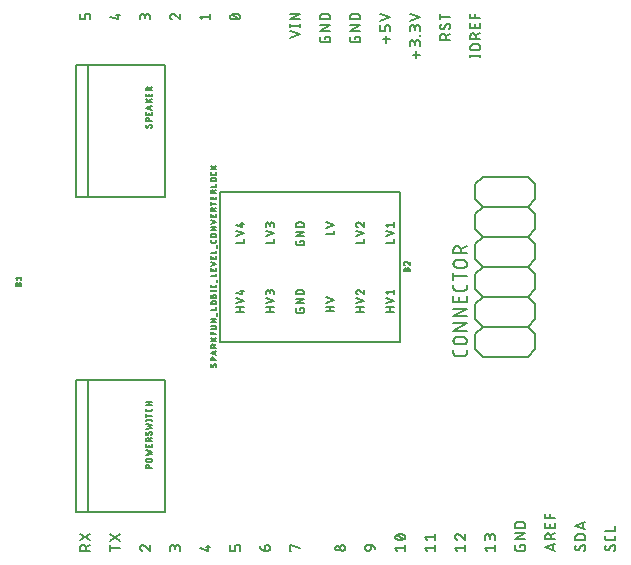
<source format=gbr>
G04 EAGLE Gerber RS-274X export*
G75*
%MOMM*%
%FSLAX34Y34*%
%LPD*%
%INSilkscreen Top*%
%IPPOS*%
%AMOC8*
5,1,8,0,0,1.08239X$1,22.5*%
G01*
%ADD10C,0.152400*%
%ADD11C,0.127000*%
%ADD12C,0.203200*%


D10*
X253520Y472449D02*
X253520Y473888D01*
X258318Y473888D01*
X258318Y471009D01*
X258316Y470923D01*
X258310Y470837D01*
X258301Y470751D01*
X258287Y470666D01*
X258270Y470582D01*
X258249Y470498D01*
X258224Y470416D01*
X258196Y470335D01*
X258164Y470255D01*
X258128Y470176D01*
X258089Y470100D01*
X258046Y470025D01*
X258001Y469952D01*
X257952Y469881D01*
X257899Y469813D01*
X257844Y469746D01*
X257786Y469683D01*
X257725Y469622D01*
X257662Y469564D01*
X257595Y469509D01*
X257527Y469457D01*
X257456Y469407D01*
X257383Y469362D01*
X257308Y469319D01*
X257232Y469280D01*
X257153Y469244D01*
X257073Y469212D01*
X256992Y469184D01*
X256910Y469159D01*
X256826Y469138D01*
X256742Y469121D01*
X256657Y469107D01*
X256571Y469098D01*
X256485Y469092D01*
X256399Y469090D01*
X251601Y469090D01*
X251515Y469092D01*
X251429Y469098D01*
X251343Y469107D01*
X251258Y469121D01*
X251174Y469138D01*
X251090Y469159D01*
X251008Y469184D01*
X250927Y469212D01*
X250847Y469244D01*
X250768Y469280D01*
X250692Y469319D01*
X250617Y469362D01*
X250544Y469407D01*
X250473Y469456D01*
X250405Y469509D01*
X250338Y469564D01*
X250275Y469622D01*
X250214Y469683D01*
X250156Y469746D01*
X250101Y469813D01*
X250049Y469881D01*
X249999Y469952D01*
X249954Y470025D01*
X249911Y470100D01*
X249872Y470176D01*
X249836Y470255D01*
X249804Y470335D01*
X249776Y470416D01*
X249751Y470498D01*
X249730Y470582D01*
X249713Y470666D01*
X249699Y470751D01*
X249690Y470837D01*
X249684Y470923D01*
X249682Y471009D01*
X249682Y473888D01*
X249682Y478844D02*
X258318Y478844D01*
X258318Y483641D02*
X249682Y478844D01*
X249682Y483641D02*
X258318Y483641D01*
X258318Y488597D02*
X249682Y488597D01*
X249682Y490996D01*
X249684Y491093D01*
X249690Y491189D01*
X249699Y491285D01*
X249713Y491381D01*
X249730Y491476D01*
X249752Y491570D01*
X249777Y491663D01*
X249805Y491756D01*
X249838Y491847D01*
X249874Y491936D01*
X249914Y492024D01*
X249957Y492111D01*
X250003Y492196D01*
X250053Y492278D01*
X250107Y492359D01*
X250163Y492437D01*
X250223Y492513D01*
X250285Y492587D01*
X250351Y492658D01*
X250419Y492726D01*
X250490Y492792D01*
X250564Y492854D01*
X250640Y492914D01*
X250718Y492970D01*
X250799Y493024D01*
X250882Y493074D01*
X250966Y493120D01*
X251053Y493163D01*
X251141Y493203D01*
X251230Y493239D01*
X251321Y493272D01*
X251414Y493300D01*
X251507Y493325D01*
X251601Y493347D01*
X251696Y493364D01*
X251792Y493378D01*
X251888Y493387D01*
X251984Y493393D01*
X252081Y493395D01*
X255919Y493395D01*
X256016Y493393D01*
X256112Y493387D01*
X256208Y493378D01*
X256304Y493364D01*
X256399Y493347D01*
X256493Y493325D01*
X256586Y493300D01*
X256679Y493272D01*
X256770Y493239D01*
X256859Y493203D01*
X256947Y493163D01*
X257034Y493120D01*
X257119Y493074D01*
X257201Y493024D01*
X257282Y492970D01*
X257360Y492914D01*
X257436Y492854D01*
X257510Y492792D01*
X257581Y492726D01*
X257649Y492658D01*
X257715Y492587D01*
X257777Y492513D01*
X257837Y492437D01*
X257893Y492359D01*
X257947Y492278D01*
X257997Y492196D01*
X258043Y492111D01*
X258086Y492024D01*
X258126Y491936D01*
X258162Y491847D01*
X258195Y491756D01*
X258223Y491663D01*
X258248Y491570D01*
X258270Y491476D01*
X258287Y491381D01*
X258301Y491285D01*
X258310Y491189D01*
X258316Y491093D01*
X258318Y490996D01*
X258318Y488597D01*
X228120Y473888D02*
X228120Y472449D01*
X228120Y473888D02*
X232918Y473888D01*
X232918Y471009D01*
X232916Y470923D01*
X232910Y470837D01*
X232901Y470751D01*
X232887Y470666D01*
X232870Y470582D01*
X232849Y470498D01*
X232824Y470416D01*
X232796Y470335D01*
X232764Y470255D01*
X232728Y470176D01*
X232689Y470100D01*
X232646Y470025D01*
X232601Y469952D01*
X232552Y469881D01*
X232499Y469813D01*
X232444Y469746D01*
X232386Y469683D01*
X232325Y469622D01*
X232262Y469564D01*
X232195Y469509D01*
X232127Y469457D01*
X232056Y469407D01*
X231983Y469362D01*
X231908Y469319D01*
X231832Y469280D01*
X231753Y469244D01*
X231673Y469212D01*
X231592Y469184D01*
X231510Y469159D01*
X231426Y469138D01*
X231342Y469121D01*
X231257Y469107D01*
X231171Y469098D01*
X231085Y469092D01*
X230999Y469090D01*
X226201Y469090D01*
X226115Y469092D01*
X226029Y469098D01*
X225943Y469107D01*
X225858Y469121D01*
X225774Y469138D01*
X225690Y469159D01*
X225608Y469184D01*
X225527Y469212D01*
X225447Y469244D01*
X225368Y469280D01*
X225292Y469319D01*
X225217Y469362D01*
X225144Y469407D01*
X225073Y469456D01*
X225005Y469509D01*
X224938Y469564D01*
X224875Y469622D01*
X224814Y469683D01*
X224756Y469746D01*
X224701Y469813D01*
X224649Y469881D01*
X224599Y469952D01*
X224554Y470025D01*
X224511Y470100D01*
X224472Y470176D01*
X224436Y470255D01*
X224404Y470335D01*
X224376Y470416D01*
X224351Y470498D01*
X224330Y470582D01*
X224313Y470666D01*
X224299Y470751D01*
X224290Y470837D01*
X224284Y470923D01*
X224282Y471009D01*
X224282Y473888D01*
X224282Y478844D02*
X232918Y478844D01*
X232918Y483641D02*
X224282Y478844D01*
X224282Y483641D02*
X232918Y483641D01*
X232918Y488597D02*
X224282Y488597D01*
X224282Y490996D01*
X224284Y491093D01*
X224290Y491189D01*
X224299Y491285D01*
X224313Y491381D01*
X224330Y491476D01*
X224352Y491570D01*
X224377Y491663D01*
X224405Y491756D01*
X224438Y491847D01*
X224474Y491936D01*
X224514Y492024D01*
X224557Y492111D01*
X224603Y492196D01*
X224653Y492278D01*
X224707Y492359D01*
X224763Y492437D01*
X224823Y492513D01*
X224885Y492587D01*
X224951Y492658D01*
X225019Y492726D01*
X225090Y492792D01*
X225164Y492854D01*
X225240Y492914D01*
X225318Y492970D01*
X225399Y493024D01*
X225482Y493074D01*
X225566Y493120D01*
X225653Y493163D01*
X225741Y493203D01*
X225830Y493239D01*
X225921Y493272D01*
X226014Y493300D01*
X226107Y493325D01*
X226201Y493347D01*
X226296Y493364D01*
X226392Y493378D01*
X226488Y493387D01*
X226584Y493393D01*
X226681Y493395D01*
X230519Y493395D01*
X230616Y493393D01*
X230712Y493387D01*
X230808Y493378D01*
X230904Y493364D01*
X230999Y493347D01*
X231093Y493325D01*
X231186Y493300D01*
X231279Y493272D01*
X231370Y493239D01*
X231459Y493203D01*
X231547Y493163D01*
X231634Y493120D01*
X231719Y493074D01*
X231801Y493024D01*
X231882Y492970D01*
X231960Y492914D01*
X232036Y492854D01*
X232110Y492792D01*
X232181Y492726D01*
X232249Y492658D01*
X232315Y492587D01*
X232377Y492513D01*
X232437Y492437D01*
X232493Y492359D01*
X232547Y492278D01*
X232597Y492196D01*
X232643Y492111D01*
X232686Y492024D01*
X232726Y491936D01*
X232762Y491847D01*
X232795Y491756D01*
X232823Y491663D01*
X232848Y491570D01*
X232870Y491476D01*
X232887Y491381D01*
X232901Y491285D01*
X232910Y491189D01*
X232916Y491093D01*
X232918Y490996D01*
X232918Y488597D01*
X280360Y474497D02*
X280360Y468740D01*
X283238Y471619D02*
X277481Y471619D01*
X283718Y478974D02*
X283718Y481852D01*
X283716Y481938D01*
X283710Y482024D01*
X283701Y482110D01*
X283687Y482195D01*
X283670Y482279D01*
X283649Y482363D01*
X283624Y482445D01*
X283596Y482526D01*
X283564Y482606D01*
X283528Y482685D01*
X283489Y482761D01*
X283446Y482836D01*
X283401Y482909D01*
X283352Y482980D01*
X283299Y483048D01*
X283244Y483115D01*
X283186Y483178D01*
X283125Y483239D01*
X283062Y483297D01*
X282995Y483352D01*
X282927Y483405D01*
X282856Y483454D01*
X282783Y483499D01*
X282708Y483542D01*
X282632Y483581D01*
X282553Y483617D01*
X282473Y483649D01*
X282392Y483677D01*
X282310Y483702D01*
X282226Y483723D01*
X282142Y483740D01*
X282057Y483754D01*
X281971Y483763D01*
X281885Y483769D01*
X281799Y483771D01*
X280839Y483771D01*
X280753Y483769D01*
X280667Y483763D01*
X280581Y483754D01*
X280496Y483740D01*
X280412Y483723D01*
X280328Y483702D01*
X280246Y483677D01*
X280165Y483649D01*
X280085Y483617D01*
X280006Y483581D01*
X279930Y483542D01*
X279855Y483499D01*
X279782Y483454D01*
X279711Y483405D01*
X279643Y483352D01*
X279576Y483297D01*
X279513Y483239D01*
X279452Y483178D01*
X279394Y483115D01*
X279339Y483048D01*
X279287Y482980D01*
X279237Y482909D01*
X279192Y482836D01*
X279149Y482761D01*
X279110Y482685D01*
X279074Y482606D01*
X279042Y482526D01*
X279014Y482445D01*
X278989Y482363D01*
X278968Y482279D01*
X278951Y482195D01*
X278937Y482110D01*
X278928Y482024D01*
X278922Y481938D01*
X278920Y481852D01*
X278920Y478974D01*
X275082Y478974D01*
X275082Y483771D01*
X275082Y487638D02*
X283718Y490516D01*
X275082Y493395D01*
X325882Y471613D02*
X334518Y471613D01*
X325882Y471613D02*
X325882Y474012D01*
X325884Y474109D01*
X325890Y474205D01*
X325899Y474301D01*
X325913Y474397D01*
X325930Y474492D01*
X325952Y474586D01*
X325977Y474679D01*
X326005Y474772D01*
X326038Y474863D01*
X326074Y474952D01*
X326114Y475040D01*
X326157Y475127D01*
X326203Y475212D01*
X326253Y475294D01*
X326307Y475375D01*
X326363Y475453D01*
X326423Y475529D01*
X326485Y475603D01*
X326551Y475674D01*
X326619Y475742D01*
X326690Y475808D01*
X326764Y475870D01*
X326840Y475930D01*
X326918Y475986D01*
X326999Y476040D01*
X327082Y476090D01*
X327166Y476136D01*
X327253Y476179D01*
X327341Y476219D01*
X327430Y476255D01*
X327521Y476288D01*
X327614Y476316D01*
X327707Y476341D01*
X327801Y476363D01*
X327896Y476380D01*
X327992Y476394D01*
X328088Y476403D01*
X328184Y476409D01*
X328281Y476411D01*
X328378Y476409D01*
X328474Y476403D01*
X328570Y476394D01*
X328666Y476380D01*
X328761Y476363D01*
X328855Y476341D01*
X328948Y476316D01*
X329041Y476288D01*
X329132Y476255D01*
X329221Y476219D01*
X329309Y476179D01*
X329396Y476136D01*
X329481Y476090D01*
X329563Y476040D01*
X329644Y475986D01*
X329722Y475930D01*
X329798Y475870D01*
X329872Y475808D01*
X329943Y475742D01*
X330011Y475674D01*
X330077Y475603D01*
X330139Y475529D01*
X330199Y475453D01*
X330255Y475375D01*
X330309Y475294D01*
X330359Y475212D01*
X330405Y475127D01*
X330448Y475040D01*
X330488Y474952D01*
X330524Y474863D01*
X330557Y474772D01*
X330585Y474679D01*
X330610Y474586D01*
X330632Y474492D01*
X330649Y474397D01*
X330663Y474301D01*
X330672Y474205D01*
X330678Y474109D01*
X330680Y474012D01*
X330680Y471613D01*
X330680Y474492D02*
X334518Y476411D01*
X334518Y483246D02*
X334516Y483332D01*
X334510Y483418D01*
X334501Y483504D01*
X334487Y483589D01*
X334470Y483673D01*
X334449Y483757D01*
X334424Y483839D01*
X334396Y483920D01*
X334364Y484000D01*
X334328Y484079D01*
X334289Y484155D01*
X334246Y484230D01*
X334201Y484303D01*
X334152Y484374D01*
X334099Y484442D01*
X334044Y484509D01*
X333986Y484572D01*
X333925Y484633D01*
X333862Y484691D01*
X333795Y484746D01*
X333727Y484799D01*
X333656Y484848D01*
X333583Y484893D01*
X333508Y484936D01*
X333432Y484975D01*
X333353Y485011D01*
X333273Y485043D01*
X333192Y485071D01*
X333110Y485096D01*
X333026Y485117D01*
X332942Y485134D01*
X332857Y485148D01*
X332771Y485157D01*
X332685Y485163D01*
X332599Y485165D01*
X334518Y483246D02*
X334516Y483123D01*
X334511Y483000D01*
X334501Y482877D01*
X334488Y482755D01*
X334471Y482633D01*
X334451Y482511D01*
X334427Y482391D01*
X334399Y482271D01*
X334368Y482152D01*
X334332Y482034D01*
X334294Y481917D01*
X334252Y481801D01*
X334206Y481687D01*
X334157Y481574D01*
X334105Y481463D01*
X334049Y481353D01*
X333990Y481245D01*
X333927Y481139D01*
X333862Y481035D01*
X333793Y480932D01*
X333721Y480832D01*
X333646Y480735D01*
X333569Y480639D01*
X333488Y480546D01*
X333405Y480455D01*
X333319Y480367D01*
X327801Y480608D02*
X327715Y480610D01*
X327629Y480616D01*
X327543Y480625D01*
X327458Y480639D01*
X327374Y480656D01*
X327290Y480677D01*
X327208Y480702D01*
X327127Y480730D01*
X327047Y480762D01*
X326968Y480798D01*
X326892Y480837D01*
X326817Y480880D01*
X326744Y480925D01*
X326673Y480974D01*
X326605Y481027D01*
X326538Y481082D01*
X326475Y481140D01*
X326414Y481201D01*
X326356Y481264D01*
X326301Y481331D01*
X326248Y481399D01*
X326199Y481470D01*
X326154Y481543D01*
X326111Y481618D01*
X326072Y481694D01*
X326036Y481773D01*
X326004Y481853D01*
X325976Y481934D01*
X325951Y482016D01*
X325930Y482100D01*
X325913Y482184D01*
X325899Y482269D01*
X325890Y482355D01*
X325884Y482441D01*
X325882Y482527D01*
X325884Y482643D01*
X325889Y482758D01*
X325899Y482874D01*
X325912Y482989D01*
X325928Y483103D01*
X325949Y483217D01*
X325973Y483331D01*
X326001Y483443D01*
X326032Y483554D01*
X326067Y483665D01*
X326105Y483774D01*
X326147Y483882D01*
X326192Y483988D01*
X326241Y484094D01*
X326293Y484197D01*
X326348Y484299D01*
X326407Y484398D01*
X326469Y484496D01*
X326534Y484592D01*
X326602Y484686D01*
X329480Y481568D02*
X329434Y481493D01*
X329384Y481420D01*
X329331Y481350D01*
X329275Y481282D01*
X329216Y481217D01*
X329154Y481154D01*
X329090Y481095D01*
X329022Y481038D01*
X328952Y480984D01*
X328880Y480934D01*
X328806Y480887D01*
X328730Y480843D01*
X328651Y480803D01*
X328571Y480767D01*
X328490Y480734D01*
X328407Y480705D01*
X328322Y480679D01*
X328237Y480657D01*
X328151Y480640D01*
X328064Y480626D01*
X327977Y480616D01*
X327889Y480610D01*
X327801Y480608D01*
X330920Y484206D02*
X330966Y484280D01*
X331016Y484353D01*
X331069Y484423D01*
X331125Y484491D01*
X331184Y484556D01*
X331246Y484619D01*
X331311Y484678D01*
X331378Y484735D01*
X331448Y484789D01*
X331520Y484839D01*
X331594Y484886D01*
X331670Y484930D01*
X331749Y484970D01*
X331829Y485006D01*
X331910Y485039D01*
X331993Y485069D01*
X332078Y485094D01*
X332163Y485116D01*
X332249Y485133D01*
X332336Y485147D01*
X332423Y485157D01*
X332511Y485163D01*
X332599Y485165D01*
X330920Y484206D02*
X329480Y481567D01*
X325882Y490996D02*
X334518Y490996D01*
X325882Y488597D02*
X325882Y493395D01*
X207518Y476061D02*
X198882Y473182D01*
X198882Y478940D02*
X207518Y476061D01*
X207518Y483376D02*
X198882Y483376D01*
X207518Y482417D02*
X207518Y484336D01*
X198882Y484336D02*
X198882Y482417D01*
X198882Y488597D02*
X207518Y488597D01*
X207518Y493395D02*
X198882Y488597D01*
X198882Y493395D02*
X207518Y493395D01*
X305760Y461696D02*
X305760Y455939D01*
X308638Y458817D02*
X302881Y458817D01*
X309118Y466172D02*
X309118Y468571D01*
X309116Y468668D01*
X309110Y468764D01*
X309101Y468860D01*
X309087Y468956D01*
X309070Y469051D01*
X309048Y469145D01*
X309023Y469238D01*
X308995Y469331D01*
X308962Y469422D01*
X308926Y469511D01*
X308886Y469599D01*
X308843Y469686D01*
X308797Y469771D01*
X308747Y469853D01*
X308693Y469934D01*
X308637Y470012D01*
X308577Y470088D01*
X308515Y470162D01*
X308449Y470233D01*
X308381Y470301D01*
X308310Y470367D01*
X308236Y470429D01*
X308160Y470489D01*
X308082Y470545D01*
X308001Y470599D01*
X307919Y470649D01*
X307834Y470695D01*
X307747Y470738D01*
X307659Y470778D01*
X307570Y470814D01*
X307479Y470847D01*
X307386Y470875D01*
X307293Y470900D01*
X307199Y470922D01*
X307104Y470939D01*
X307008Y470953D01*
X306912Y470962D01*
X306816Y470968D01*
X306719Y470970D01*
X306622Y470968D01*
X306526Y470962D01*
X306430Y470953D01*
X306334Y470939D01*
X306239Y470922D01*
X306145Y470900D01*
X306052Y470875D01*
X305959Y470847D01*
X305868Y470814D01*
X305779Y470778D01*
X305691Y470738D01*
X305604Y470695D01*
X305520Y470649D01*
X305437Y470599D01*
X305356Y470545D01*
X305278Y470489D01*
X305202Y470429D01*
X305128Y470367D01*
X305057Y470301D01*
X304989Y470233D01*
X304923Y470162D01*
X304861Y470088D01*
X304801Y470012D01*
X304745Y469934D01*
X304691Y469853D01*
X304641Y469771D01*
X304595Y469686D01*
X304552Y469599D01*
X304512Y469511D01*
X304476Y469422D01*
X304443Y469331D01*
X304415Y469238D01*
X304390Y469145D01*
X304368Y469051D01*
X304351Y468956D01*
X304337Y468860D01*
X304328Y468764D01*
X304322Y468668D01*
X304320Y468571D01*
X300482Y469051D02*
X300482Y466172D01*
X300482Y469051D02*
X300484Y469137D01*
X300490Y469223D01*
X300499Y469309D01*
X300513Y469394D01*
X300530Y469478D01*
X300551Y469562D01*
X300576Y469644D01*
X300604Y469725D01*
X300636Y469805D01*
X300672Y469884D01*
X300711Y469960D01*
X300754Y470035D01*
X300799Y470108D01*
X300848Y470179D01*
X300901Y470247D01*
X300956Y470314D01*
X301014Y470377D01*
X301075Y470438D01*
X301138Y470496D01*
X301205Y470551D01*
X301273Y470604D01*
X301344Y470653D01*
X301417Y470698D01*
X301492Y470741D01*
X301568Y470780D01*
X301647Y470816D01*
X301727Y470848D01*
X301808Y470876D01*
X301890Y470901D01*
X301974Y470922D01*
X302058Y470939D01*
X302143Y470953D01*
X302229Y470962D01*
X302315Y470968D01*
X302401Y470970D01*
X302487Y470968D01*
X302573Y470962D01*
X302659Y470953D01*
X302744Y470939D01*
X302828Y470922D01*
X302912Y470901D01*
X302994Y470876D01*
X303075Y470848D01*
X303155Y470816D01*
X303234Y470780D01*
X303310Y470741D01*
X303385Y470698D01*
X303458Y470653D01*
X303529Y470604D01*
X303597Y470551D01*
X303664Y470496D01*
X303727Y470438D01*
X303788Y470377D01*
X303846Y470314D01*
X303901Y470247D01*
X303954Y470179D01*
X304003Y470108D01*
X304048Y470035D01*
X304091Y469960D01*
X304130Y469884D01*
X304166Y469805D01*
X304198Y469725D01*
X304226Y469644D01*
X304251Y469562D01*
X304272Y469478D01*
X304289Y469394D01*
X304303Y469309D01*
X304312Y469223D01*
X304318Y469137D01*
X304320Y469051D01*
X304320Y467131D01*
X308638Y474732D02*
X309118Y474732D01*
X308638Y474732D02*
X308638Y475211D01*
X309118Y475211D01*
X309118Y474732D01*
X309118Y478974D02*
X309118Y481372D01*
X309116Y481469D01*
X309110Y481565D01*
X309101Y481661D01*
X309087Y481757D01*
X309070Y481852D01*
X309048Y481946D01*
X309023Y482039D01*
X308995Y482132D01*
X308962Y482223D01*
X308926Y482312D01*
X308886Y482400D01*
X308843Y482487D01*
X308797Y482572D01*
X308747Y482654D01*
X308693Y482735D01*
X308637Y482813D01*
X308577Y482889D01*
X308515Y482963D01*
X308449Y483034D01*
X308381Y483102D01*
X308310Y483168D01*
X308236Y483230D01*
X308160Y483290D01*
X308082Y483346D01*
X308001Y483400D01*
X307919Y483450D01*
X307834Y483496D01*
X307747Y483539D01*
X307659Y483579D01*
X307570Y483615D01*
X307479Y483648D01*
X307386Y483676D01*
X307293Y483701D01*
X307199Y483723D01*
X307104Y483740D01*
X307008Y483754D01*
X306912Y483763D01*
X306816Y483769D01*
X306719Y483771D01*
X306622Y483769D01*
X306526Y483763D01*
X306430Y483754D01*
X306334Y483740D01*
X306239Y483723D01*
X306145Y483701D01*
X306052Y483676D01*
X305959Y483648D01*
X305868Y483615D01*
X305779Y483579D01*
X305691Y483539D01*
X305604Y483496D01*
X305520Y483450D01*
X305437Y483400D01*
X305356Y483346D01*
X305278Y483290D01*
X305202Y483230D01*
X305128Y483168D01*
X305057Y483102D01*
X304989Y483034D01*
X304923Y482963D01*
X304861Y482889D01*
X304801Y482813D01*
X304745Y482735D01*
X304691Y482654D01*
X304641Y482572D01*
X304595Y482487D01*
X304552Y482400D01*
X304512Y482312D01*
X304476Y482223D01*
X304443Y482132D01*
X304415Y482039D01*
X304390Y481946D01*
X304368Y481852D01*
X304351Y481757D01*
X304337Y481661D01*
X304328Y481565D01*
X304322Y481469D01*
X304320Y481372D01*
X300482Y481852D02*
X300482Y478974D01*
X300482Y481852D02*
X300484Y481938D01*
X300490Y482024D01*
X300499Y482110D01*
X300513Y482195D01*
X300530Y482279D01*
X300551Y482363D01*
X300576Y482445D01*
X300604Y482526D01*
X300636Y482606D01*
X300672Y482685D01*
X300711Y482761D01*
X300754Y482836D01*
X300799Y482909D01*
X300848Y482980D01*
X300901Y483048D01*
X300956Y483115D01*
X301014Y483178D01*
X301075Y483239D01*
X301138Y483297D01*
X301205Y483352D01*
X301273Y483405D01*
X301344Y483454D01*
X301417Y483499D01*
X301492Y483542D01*
X301568Y483581D01*
X301647Y483617D01*
X301727Y483649D01*
X301808Y483677D01*
X301890Y483702D01*
X301974Y483723D01*
X302058Y483740D01*
X302143Y483754D01*
X302229Y483763D01*
X302315Y483769D01*
X302401Y483771D01*
X302487Y483769D01*
X302573Y483763D01*
X302659Y483754D01*
X302744Y483740D01*
X302828Y483723D01*
X302912Y483702D01*
X302994Y483677D01*
X303075Y483649D01*
X303155Y483617D01*
X303234Y483581D01*
X303310Y483542D01*
X303385Y483499D01*
X303458Y483454D01*
X303529Y483405D01*
X303597Y483352D01*
X303664Y483297D01*
X303727Y483239D01*
X303788Y483178D01*
X303846Y483115D01*
X303901Y483048D01*
X303954Y482980D01*
X304003Y482909D01*
X304048Y482836D01*
X304091Y482761D01*
X304130Y482685D01*
X304166Y482606D01*
X304198Y482526D01*
X304226Y482445D01*
X304251Y482363D01*
X304272Y482279D01*
X304289Y482195D01*
X304303Y482110D01*
X304312Y482024D01*
X304318Y481938D01*
X304320Y481852D01*
X304320Y479933D01*
X300482Y487638D02*
X309118Y490516D01*
X300482Y493395D01*
X152400Y488597D02*
X152230Y488599D01*
X152060Y488605D01*
X151891Y488615D01*
X151721Y488629D01*
X151552Y488648D01*
X151384Y488670D01*
X151216Y488696D01*
X151049Y488726D01*
X150883Y488761D01*
X150717Y488799D01*
X150552Y488841D01*
X150389Y488887D01*
X150227Y488937D01*
X150065Y488991D01*
X149906Y489048D01*
X149747Y489110D01*
X149590Y489175D01*
X149435Y489244D01*
X149281Y489317D01*
X149205Y489345D01*
X149130Y489377D01*
X149056Y489412D01*
X148984Y489450D01*
X148914Y489492D01*
X148846Y489537D01*
X148780Y489585D01*
X148716Y489636D01*
X148655Y489690D01*
X148596Y489746D01*
X148540Y489806D01*
X148487Y489867D01*
X148437Y489931D01*
X148389Y489998D01*
X148345Y490066D01*
X148304Y490137D01*
X148266Y490209D01*
X148232Y490283D01*
X148201Y490358D01*
X148173Y490435D01*
X148149Y490513D01*
X148129Y490592D01*
X148112Y490672D01*
X148099Y490752D01*
X148089Y490833D01*
X148084Y490914D01*
X148082Y490996D01*
X148084Y491078D01*
X148089Y491159D01*
X148099Y491240D01*
X148112Y491320D01*
X148129Y491400D01*
X148149Y491479D01*
X148173Y491557D01*
X148201Y491634D01*
X148232Y491709D01*
X148266Y491783D01*
X148304Y491855D01*
X148345Y491926D01*
X148389Y491994D01*
X148437Y492061D01*
X148487Y492125D01*
X148540Y492186D01*
X148596Y492246D01*
X148655Y492302D01*
X148716Y492356D01*
X148780Y492407D01*
X148846Y492455D01*
X148914Y492500D01*
X148984Y492542D01*
X149056Y492580D01*
X149130Y492615D01*
X149205Y492647D01*
X149281Y492675D01*
X149435Y492748D01*
X149590Y492817D01*
X149747Y492882D01*
X149906Y492944D01*
X150065Y493001D01*
X150227Y493055D01*
X150389Y493105D01*
X150552Y493151D01*
X150717Y493193D01*
X150883Y493231D01*
X151049Y493266D01*
X151216Y493296D01*
X151384Y493322D01*
X151552Y493344D01*
X151721Y493363D01*
X151891Y493377D01*
X152060Y493387D01*
X152230Y493393D01*
X152400Y493395D01*
X152400Y488597D02*
X152570Y488599D01*
X152740Y488605D01*
X152909Y488615D01*
X153079Y488629D01*
X153248Y488648D01*
X153416Y488670D01*
X153584Y488696D01*
X153751Y488726D01*
X153917Y488761D01*
X154083Y488799D01*
X154248Y488841D01*
X154411Y488887D01*
X154573Y488937D01*
X154735Y488991D01*
X154894Y489048D01*
X155053Y489110D01*
X155210Y489175D01*
X155365Y489244D01*
X155519Y489317D01*
X155595Y489345D01*
X155670Y489377D01*
X155744Y489412D01*
X155816Y489450D01*
X155886Y489492D01*
X155954Y489537D01*
X156020Y489585D01*
X156084Y489636D01*
X156145Y489690D01*
X156204Y489746D01*
X156260Y489806D01*
X156313Y489867D01*
X156363Y489931D01*
X156411Y489998D01*
X156455Y490066D01*
X156496Y490137D01*
X156534Y490209D01*
X156568Y490283D01*
X156599Y490358D01*
X156627Y490435D01*
X156651Y490513D01*
X156671Y490592D01*
X156688Y490672D01*
X156701Y490752D01*
X156711Y490833D01*
X156716Y490914D01*
X156718Y490996D01*
X155519Y492675D02*
X155365Y492748D01*
X155210Y492817D01*
X155053Y492882D01*
X154894Y492944D01*
X154735Y493001D01*
X154573Y493055D01*
X154411Y493105D01*
X154248Y493151D01*
X154083Y493193D01*
X153917Y493231D01*
X153751Y493266D01*
X153584Y493296D01*
X153416Y493322D01*
X153248Y493344D01*
X153079Y493363D01*
X152909Y493377D01*
X152740Y493387D01*
X152570Y493393D01*
X152400Y493395D01*
X155519Y492675D02*
X155595Y492647D01*
X155670Y492615D01*
X155744Y492580D01*
X155816Y492542D01*
X155886Y492500D01*
X155954Y492455D01*
X156020Y492407D01*
X156084Y492356D01*
X156145Y492302D01*
X156204Y492246D01*
X156260Y492186D01*
X156313Y492125D01*
X156363Y492061D01*
X156411Y491994D01*
X156455Y491926D01*
X156496Y491855D01*
X156534Y491783D01*
X156568Y491709D01*
X156599Y491634D01*
X156627Y491557D01*
X156651Y491479D01*
X156671Y491400D01*
X156688Y491320D01*
X156701Y491240D01*
X156711Y491159D01*
X156716Y491078D01*
X156718Y490996D01*
X154799Y489077D02*
X150001Y492915D01*
X124601Y488597D02*
X122682Y490996D01*
X131318Y490996D01*
X131318Y488597D02*
X131318Y493395D01*
X99441Y493395D02*
X99349Y493393D01*
X99258Y493387D01*
X99167Y493378D01*
X99076Y493364D01*
X98986Y493347D01*
X98897Y493325D01*
X98809Y493300D01*
X98722Y493272D01*
X98636Y493239D01*
X98552Y493203D01*
X98469Y493164D01*
X98388Y493121D01*
X98309Y493074D01*
X98232Y493025D01*
X98157Y492972D01*
X98085Y492916D01*
X98015Y492857D01*
X97947Y492795D01*
X97882Y492730D01*
X97820Y492662D01*
X97761Y492592D01*
X97705Y492520D01*
X97652Y492445D01*
X97603Y492368D01*
X97556Y492289D01*
X97513Y492208D01*
X97474Y492125D01*
X97438Y492041D01*
X97405Y491955D01*
X97377Y491868D01*
X97352Y491780D01*
X97330Y491691D01*
X97313Y491601D01*
X97299Y491510D01*
X97290Y491419D01*
X97284Y491328D01*
X97282Y491236D01*
X97284Y491133D01*
X97290Y491031D01*
X97299Y490929D01*
X97312Y490827D01*
X97329Y490726D01*
X97350Y490625D01*
X97374Y490526D01*
X97403Y490427D01*
X97434Y490330D01*
X97470Y490233D01*
X97508Y490138D01*
X97551Y490045D01*
X97597Y489953D01*
X97646Y489863D01*
X97698Y489775D01*
X97754Y489688D01*
X97813Y489604D01*
X97874Y489523D01*
X97939Y489443D01*
X98007Y489366D01*
X98078Y489291D01*
X98151Y489220D01*
X98227Y489151D01*
X98305Y489084D01*
X98386Y489021D01*
X98469Y488961D01*
X98554Y488904D01*
X98641Y488850D01*
X98731Y488799D01*
X98822Y488752D01*
X98914Y488708D01*
X99009Y488667D01*
X99104Y488630D01*
X99201Y488597D01*
X101120Y492675D02*
X101054Y492742D01*
X100985Y492806D01*
X100914Y492867D01*
X100840Y492925D01*
X100764Y492980D01*
X100686Y493032D01*
X100606Y493081D01*
X100524Y493127D01*
X100440Y493169D01*
X100354Y493208D01*
X100267Y493243D01*
X100179Y493274D01*
X100089Y493302D01*
X99999Y493327D01*
X99907Y493348D01*
X99815Y493365D01*
X99722Y493378D01*
X99629Y493387D01*
X99535Y493393D01*
X99441Y493395D01*
X101120Y492675D02*
X105918Y488597D01*
X105918Y493395D01*
X80518Y490996D02*
X80518Y488597D01*
X80518Y490996D02*
X80516Y491093D01*
X80510Y491189D01*
X80501Y491285D01*
X80487Y491381D01*
X80470Y491476D01*
X80448Y491570D01*
X80423Y491663D01*
X80395Y491756D01*
X80362Y491847D01*
X80326Y491936D01*
X80286Y492024D01*
X80243Y492111D01*
X80197Y492196D01*
X80147Y492278D01*
X80093Y492359D01*
X80037Y492437D01*
X79977Y492513D01*
X79915Y492587D01*
X79849Y492658D01*
X79781Y492726D01*
X79710Y492792D01*
X79636Y492854D01*
X79560Y492914D01*
X79482Y492970D01*
X79401Y493024D01*
X79319Y493074D01*
X79234Y493120D01*
X79147Y493163D01*
X79059Y493203D01*
X78970Y493239D01*
X78879Y493272D01*
X78786Y493300D01*
X78693Y493325D01*
X78599Y493347D01*
X78504Y493364D01*
X78408Y493378D01*
X78312Y493387D01*
X78216Y493393D01*
X78119Y493395D01*
X78022Y493393D01*
X77926Y493387D01*
X77830Y493378D01*
X77734Y493364D01*
X77639Y493347D01*
X77545Y493325D01*
X77452Y493300D01*
X77359Y493272D01*
X77268Y493239D01*
X77179Y493203D01*
X77091Y493163D01*
X77004Y493120D01*
X76920Y493074D01*
X76837Y493024D01*
X76756Y492970D01*
X76678Y492914D01*
X76602Y492854D01*
X76528Y492792D01*
X76457Y492726D01*
X76389Y492658D01*
X76323Y492587D01*
X76261Y492513D01*
X76201Y492437D01*
X76145Y492359D01*
X76091Y492278D01*
X76041Y492196D01*
X75995Y492111D01*
X75952Y492024D01*
X75912Y491936D01*
X75876Y491847D01*
X75843Y491756D01*
X75815Y491663D01*
X75790Y491570D01*
X75768Y491476D01*
X75751Y491381D01*
X75737Y491285D01*
X75728Y491189D01*
X75722Y491093D01*
X75720Y490996D01*
X71882Y491476D02*
X71882Y488597D01*
X71882Y491476D02*
X71884Y491562D01*
X71890Y491648D01*
X71899Y491734D01*
X71913Y491819D01*
X71930Y491903D01*
X71951Y491987D01*
X71976Y492069D01*
X72004Y492150D01*
X72036Y492230D01*
X72072Y492309D01*
X72111Y492385D01*
X72154Y492460D01*
X72199Y492533D01*
X72248Y492604D01*
X72301Y492672D01*
X72356Y492739D01*
X72414Y492802D01*
X72475Y492863D01*
X72538Y492921D01*
X72605Y492976D01*
X72673Y493029D01*
X72744Y493078D01*
X72817Y493123D01*
X72892Y493166D01*
X72968Y493205D01*
X73047Y493241D01*
X73127Y493273D01*
X73208Y493301D01*
X73290Y493326D01*
X73374Y493347D01*
X73458Y493364D01*
X73543Y493378D01*
X73629Y493387D01*
X73715Y493393D01*
X73801Y493395D01*
X73887Y493393D01*
X73973Y493387D01*
X74059Y493378D01*
X74144Y493364D01*
X74228Y493347D01*
X74312Y493326D01*
X74394Y493301D01*
X74475Y493273D01*
X74555Y493241D01*
X74634Y493205D01*
X74710Y493166D01*
X74785Y493123D01*
X74858Y493078D01*
X74929Y493029D01*
X74997Y492976D01*
X75064Y492921D01*
X75127Y492863D01*
X75188Y492802D01*
X75246Y492739D01*
X75301Y492672D01*
X75354Y492604D01*
X75403Y492533D01*
X75448Y492460D01*
X75491Y492385D01*
X75530Y492309D01*
X75566Y492230D01*
X75598Y492150D01*
X75626Y492069D01*
X75651Y491987D01*
X75672Y491903D01*
X75689Y491819D01*
X75703Y491734D01*
X75712Y491648D01*
X75718Y491562D01*
X75720Y491476D01*
X75720Y489557D01*
X53199Y488597D02*
X46482Y490516D01*
X53199Y488597D02*
X53199Y493395D01*
X51280Y491956D02*
X55118Y491956D01*
X29718Y491476D02*
X29718Y488597D01*
X29718Y491476D02*
X29716Y491562D01*
X29710Y491648D01*
X29701Y491734D01*
X29687Y491819D01*
X29670Y491903D01*
X29649Y491987D01*
X29624Y492069D01*
X29596Y492150D01*
X29564Y492230D01*
X29528Y492309D01*
X29489Y492385D01*
X29446Y492460D01*
X29401Y492533D01*
X29352Y492604D01*
X29299Y492672D01*
X29244Y492739D01*
X29186Y492802D01*
X29125Y492863D01*
X29062Y492921D01*
X28995Y492976D01*
X28927Y493029D01*
X28856Y493078D01*
X28783Y493123D01*
X28708Y493166D01*
X28632Y493205D01*
X28553Y493241D01*
X28473Y493273D01*
X28392Y493301D01*
X28310Y493326D01*
X28226Y493347D01*
X28142Y493364D01*
X28057Y493378D01*
X27971Y493387D01*
X27885Y493393D01*
X27799Y493395D01*
X26839Y493395D01*
X26753Y493393D01*
X26667Y493387D01*
X26581Y493378D01*
X26496Y493364D01*
X26412Y493347D01*
X26328Y493326D01*
X26246Y493301D01*
X26165Y493273D01*
X26085Y493241D01*
X26006Y493205D01*
X25930Y493166D01*
X25855Y493123D01*
X25782Y493078D01*
X25711Y493029D01*
X25643Y492976D01*
X25576Y492921D01*
X25513Y492863D01*
X25452Y492802D01*
X25394Y492739D01*
X25339Y492672D01*
X25287Y492604D01*
X25237Y492533D01*
X25192Y492460D01*
X25149Y492385D01*
X25110Y492309D01*
X25074Y492230D01*
X25042Y492150D01*
X25014Y492069D01*
X24989Y491987D01*
X24968Y491903D01*
X24951Y491819D01*
X24937Y491734D01*
X24928Y491648D01*
X24922Y491562D01*
X24920Y491476D01*
X24920Y488597D01*
X21082Y488597D01*
X21082Y493395D01*
X393220Y43660D02*
X393220Y42220D01*
X393220Y43660D02*
X398018Y43660D01*
X398018Y40781D01*
X398016Y40695D01*
X398010Y40609D01*
X398001Y40523D01*
X397987Y40438D01*
X397970Y40354D01*
X397949Y40270D01*
X397924Y40188D01*
X397896Y40107D01*
X397864Y40027D01*
X397828Y39948D01*
X397789Y39872D01*
X397746Y39797D01*
X397701Y39724D01*
X397652Y39653D01*
X397599Y39585D01*
X397544Y39518D01*
X397486Y39455D01*
X397425Y39394D01*
X397362Y39336D01*
X397295Y39281D01*
X397227Y39229D01*
X397156Y39179D01*
X397083Y39134D01*
X397008Y39091D01*
X396932Y39052D01*
X396853Y39016D01*
X396773Y38984D01*
X396692Y38956D01*
X396610Y38931D01*
X396526Y38910D01*
X396442Y38893D01*
X396357Y38879D01*
X396271Y38870D01*
X396185Y38864D01*
X396099Y38862D01*
X391301Y38862D01*
X391215Y38864D01*
X391129Y38870D01*
X391043Y38879D01*
X390958Y38893D01*
X390874Y38910D01*
X390790Y38931D01*
X390708Y38956D01*
X390627Y38984D01*
X390547Y39016D01*
X390468Y39052D01*
X390392Y39091D01*
X390317Y39134D01*
X390244Y39179D01*
X390173Y39228D01*
X390105Y39281D01*
X390038Y39336D01*
X389975Y39394D01*
X389914Y39455D01*
X389856Y39518D01*
X389801Y39585D01*
X389749Y39653D01*
X389699Y39724D01*
X389654Y39797D01*
X389611Y39872D01*
X389572Y39948D01*
X389536Y40027D01*
X389504Y40107D01*
X389476Y40188D01*
X389451Y40270D01*
X389430Y40354D01*
X389413Y40438D01*
X389399Y40523D01*
X389390Y40609D01*
X389384Y40695D01*
X389382Y40781D01*
X389382Y43660D01*
X389382Y48616D02*
X398018Y48616D01*
X398018Y53413D02*
X389382Y48616D01*
X389382Y53413D02*
X398018Y53413D01*
X398018Y58369D02*
X389382Y58369D01*
X389382Y60768D01*
X389384Y60865D01*
X389390Y60961D01*
X389399Y61057D01*
X389413Y61153D01*
X389430Y61248D01*
X389452Y61342D01*
X389477Y61435D01*
X389505Y61528D01*
X389538Y61619D01*
X389574Y61708D01*
X389614Y61796D01*
X389657Y61883D01*
X389703Y61968D01*
X389753Y62050D01*
X389807Y62131D01*
X389863Y62209D01*
X389923Y62285D01*
X389985Y62359D01*
X390051Y62430D01*
X390119Y62498D01*
X390190Y62564D01*
X390264Y62626D01*
X390340Y62686D01*
X390418Y62742D01*
X390499Y62796D01*
X390582Y62846D01*
X390666Y62892D01*
X390753Y62935D01*
X390841Y62975D01*
X390930Y63011D01*
X391021Y63044D01*
X391114Y63072D01*
X391207Y63097D01*
X391301Y63119D01*
X391396Y63136D01*
X391492Y63150D01*
X391588Y63159D01*
X391684Y63165D01*
X391781Y63167D01*
X395619Y63167D01*
X395716Y63165D01*
X395812Y63159D01*
X395908Y63150D01*
X396004Y63136D01*
X396099Y63119D01*
X396193Y63097D01*
X396286Y63072D01*
X396379Y63044D01*
X396470Y63011D01*
X396559Y62975D01*
X396647Y62935D01*
X396734Y62892D01*
X396819Y62846D01*
X396901Y62796D01*
X396982Y62742D01*
X397060Y62686D01*
X397136Y62626D01*
X397210Y62564D01*
X397281Y62498D01*
X397349Y62430D01*
X397415Y62359D01*
X397477Y62285D01*
X397537Y62209D01*
X397593Y62131D01*
X397647Y62050D01*
X397697Y61968D01*
X397743Y61883D01*
X397786Y61796D01*
X397826Y61708D01*
X397862Y61619D01*
X397895Y61528D01*
X397923Y61435D01*
X397948Y61342D01*
X397970Y61248D01*
X397987Y61153D01*
X398001Y61057D01*
X398010Y60961D01*
X398016Y60865D01*
X398018Y60768D01*
X398018Y58369D01*
X365901Y38862D02*
X363982Y41261D01*
X372618Y41261D01*
X372618Y38862D02*
X372618Y43660D01*
X372618Y48006D02*
X372618Y50405D01*
X372616Y50502D01*
X372610Y50598D01*
X372601Y50694D01*
X372587Y50790D01*
X372570Y50885D01*
X372548Y50979D01*
X372523Y51072D01*
X372495Y51165D01*
X372462Y51256D01*
X372426Y51345D01*
X372386Y51433D01*
X372343Y51520D01*
X372297Y51605D01*
X372247Y51687D01*
X372193Y51768D01*
X372137Y51846D01*
X372077Y51922D01*
X372015Y51996D01*
X371949Y52067D01*
X371881Y52135D01*
X371810Y52201D01*
X371736Y52263D01*
X371660Y52323D01*
X371582Y52379D01*
X371501Y52433D01*
X371419Y52483D01*
X371334Y52529D01*
X371247Y52572D01*
X371159Y52612D01*
X371070Y52648D01*
X370979Y52681D01*
X370886Y52709D01*
X370793Y52734D01*
X370699Y52756D01*
X370604Y52773D01*
X370508Y52787D01*
X370412Y52796D01*
X370316Y52802D01*
X370219Y52804D01*
X370122Y52802D01*
X370026Y52796D01*
X369930Y52787D01*
X369834Y52773D01*
X369739Y52756D01*
X369645Y52734D01*
X369552Y52709D01*
X369459Y52681D01*
X369368Y52648D01*
X369279Y52612D01*
X369191Y52572D01*
X369104Y52529D01*
X369020Y52483D01*
X368937Y52433D01*
X368856Y52379D01*
X368778Y52323D01*
X368702Y52263D01*
X368628Y52201D01*
X368557Y52135D01*
X368489Y52067D01*
X368423Y51996D01*
X368361Y51922D01*
X368301Y51846D01*
X368245Y51768D01*
X368191Y51687D01*
X368141Y51605D01*
X368095Y51520D01*
X368052Y51433D01*
X368012Y51345D01*
X367976Y51256D01*
X367943Y51165D01*
X367915Y51072D01*
X367890Y50979D01*
X367868Y50885D01*
X367851Y50790D01*
X367837Y50694D01*
X367828Y50598D01*
X367822Y50502D01*
X367820Y50405D01*
X363982Y50885D02*
X363982Y48006D01*
X363982Y50885D02*
X363984Y50971D01*
X363990Y51057D01*
X363999Y51143D01*
X364013Y51228D01*
X364030Y51312D01*
X364051Y51396D01*
X364076Y51478D01*
X364104Y51559D01*
X364136Y51639D01*
X364172Y51718D01*
X364211Y51794D01*
X364254Y51869D01*
X364299Y51942D01*
X364348Y52013D01*
X364401Y52081D01*
X364456Y52148D01*
X364514Y52211D01*
X364575Y52272D01*
X364638Y52330D01*
X364705Y52385D01*
X364773Y52438D01*
X364844Y52487D01*
X364917Y52532D01*
X364992Y52575D01*
X365068Y52614D01*
X365147Y52650D01*
X365227Y52682D01*
X365308Y52710D01*
X365390Y52735D01*
X365474Y52756D01*
X365558Y52773D01*
X365643Y52787D01*
X365729Y52796D01*
X365815Y52802D01*
X365901Y52804D01*
X365987Y52802D01*
X366073Y52796D01*
X366159Y52787D01*
X366244Y52773D01*
X366328Y52756D01*
X366412Y52735D01*
X366494Y52710D01*
X366575Y52682D01*
X366655Y52650D01*
X366734Y52614D01*
X366810Y52575D01*
X366885Y52532D01*
X366958Y52487D01*
X367029Y52438D01*
X367097Y52385D01*
X367164Y52330D01*
X367227Y52272D01*
X367288Y52211D01*
X367346Y52148D01*
X367401Y52081D01*
X367454Y52013D01*
X367503Y51942D01*
X367548Y51869D01*
X367591Y51794D01*
X367630Y51718D01*
X367666Y51639D01*
X367698Y51559D01*
X367726Y51478D01*
X367751Y51396D01*
X367772Y51312D01*
X367789Y51228D01*
X367803Y51143D01*
X367812Y51057D01*
X367818Y50971D01*
X367820Y50885D01*
X367820Y48966D01*
X340501Y38862D02*
X338582Y41261D01*
X347218Y41261D01*
X347218Y38862D02*
X347218Y43660D01*
X338582Y50645D02*
X338584Y50737D01*
X338590Y50828D01*
X338599Y50919D01*
X338613Y51010D01*
X338630Y51100D01*
X338652Y51189D01*
X338677Y51277D01*
X338705Y51364D01*
X338738Y51450D01*
X338774Y51534D01*
X338813Y51617D01*
X338856Y51698D01*
X338903Y51777D01*
X338952Y51854D01*
X339005Y51929D01*
X339061Y52001D01*
X339120Y52071D01*
X339182Y52139D01*
X339247Y52204D01*
X339315Y52266D01*
X339385Y52325D01*
X339457Y52381D01*
X339532Y52434D01*
X339609Y52483D01*
X339688Y52530D01*
X339769Y52573D01*
X339852Y52612D01*
X339936Y52648D01*
X340022Y52681D01*
X340109Y52709D01*
X340197Y52734D01*
X340286Y52756D01*
X340376Y52773D01*
X340467Y52787D01*
X340558Y52796D01*
X340649Y52802D01*
X340741Y52804D01*
X338582Y50645D02*
X338584Y50542D01*
X338590Y50440D01*
X338599Y50338D01*
X338612Y50236D01*
X338629Y50135D01*
X338650Y50034D01*
X338674Y49935D01*
X338703Y49836D01*
X338734Y49739D01*
X338770Y49642D01*
X338808Y49547D01*
X338851Y49454D01*
X338897Y49362D01*
X338946Y49272D01*
X338998Y49184D01*
X339054Y49097D01*
X339113Y49013D01*
X339174Y48932D01*
X339239Y48852D01*
X339307Y48775D01*
X339378Y48700D01*
X339451Y48629D01*
X339527Y48560D01*
X339605Y48493D01*
X339686Y48430D01*
X339769Y48370D01*
X339854Y48313D01*
X339941Y48259D01*
X340031Y48208D01*
X340122Y48161D01*
X340214Y48117D01*
X340309Y48076D01*
X340404Y48039D01*
X340501Y48006D01*
X342420Y52084D02*
X342354Y52151D01*
X342285Y52215D01*
X342214Y52276D01*
X342140Y52334D01*
X342064Y52389D01*
X341986Y52441D01*
X341906Y52490D01*
X341824Y52536D01*
X341740Y52578D01*
X341654Y52617D01*
X341567Y52652D01*
X341479Y52683D01*
X341389Y52711D01*
X341299Y52736D01*
X341207Y52757D01*
X341115Y52774D01*
X341022Y52787D01*
X340929Y52796D01*
X340835Y52802D01*
X340741Y52804D01*
X342420Y52084D02*
X347218Y48006D01*
X347218Y52804D01*
X315101Y38862D02*
X313182Y41261D01*
X321818Y41261D01*
X321818Y38862D02*
X321818Y43660D01*
X315101Y48006D02*
X313182Y50405D01*
X321818Y50405D01*
X321818Y48006D02*
X321818Y52804D01*
X414782Y41741D02*
X423418Y38862D01*
X423418Y44619D02*
X414782Y41741D01*
X421259Y43900D02*
X421259Y39582D01*
X423418Y48875D02*
X414782Y48875D01*
X414782Y51274D01*
X414784Y51371D01*
X414790Y51467D01*
X414799Y51563D01*
X414813Y51659D01*
X414830Y51754D01*
X414852Y51848D01*
X414877Y51941D01*
X414905Y52034D01*
X414938Y52125D01*
X414974Y52214D01*
X415014Y52302D01*
X415057Y52389D01*
X415103Y52474D01*
X415153Y52556D01*
X415207Y52637D01*
X415263Y52715D01*
X415323Y52791D01*
X415385Y52865D01*
X415451Y52936D01*
X415519Y53004D01*
X415590Y53070D01*
X415664Y53132D01*
X415740Y53192D01*
X415818Y53248D01*
X415899Y53302D01*
X415982Y53352D01*
X416066Y53398D01*
X416153Y53441D01*
X416241Y53481D01*
X416330Y53517D01*
X416421Y53550D01*
X416514Y53578D01*
X416607Y53603D01*
X416701Y53625D01*
X416796Y53642D01*
X416892Y53656D01*
X416988Y53665D01*
X417084Y53671D01*
X417181Y53673D01*
X417278Y53671D01*
X417374Y53665D01*
X417470Y53656D01*
X417566Y53642D01*
X417661Y53625D01*
X417755Y53603D01*
X417848Y53578D01*
X417941Y53550D01*
X418032Y53517D01*
X418121Y53481D01*
X418209Y53441D01*
X418296Y53398D01*
X418381Y53352D01*
X418463Y53302D01*
X418544Y53248D01*
X418622Y53192D01*
X418698Y53132D01*
X418772Y53070D01*
X418843Y53004D01*
X418911Y52936D01*
X418977Y52865D01*
X419039Y52791D01*
X419099Y52715D01*
X419155Y52637D01*
X419209Y52556D01*
X419259Y52474D01*
X419305Y52389D01*
X419348Y52302D01*
X419388Y52214D01*
X419424Y52125D01*
X419457Y52034D01*
X419485Y51941D01*
X419510Y51848D01*
X419532Y51754D01*
X419549Y51659D01*
X419563Y51563D01*
X419572Y51467D01*
X419578Y51371D01*
X419580Y51274D01*
X419580Y48875D01*
X419580Y51754D02*
X423418Y53673D01*
X423418Y58265D02*
X423418Y62103D01*
X423418Y58265D02*
X414782Y58265D01*
X414782Y62103D01*
X418620Y61144D02*
X418620Y58265D01*
X414782Y66190D02*
X423418Y66190D01*
X414782Y66190D02*
X414782Y70028D01*
X418620Y70028D02*
X418620Y66190D01*
X289701Y38862D02*
X287782Y41261D01*
X296418Y41261D01*
X296418Y38862D02*
X296418Y43660D01*
X292100Y48006D02*
X291930Y48008D01*
X291760Y48014D01*
X291591Y48024D01*
X291421Y48038D01*
X291252Y48057D01*
X291084Y48079D01*
X290916Y48105D01*
X290749Y48135D01*
X290583Y48170D01*
X290417Y48208D01*
X290252Y48250D01*
X290089Y48296D01*
X289927Y48346D01*
X289765Y48400D01*
X289606Y48457D01*
X289447Y48519D01*
X289290Y48584D01*
X289135Y48653D01*
X288981Y48726D01*
X288905Y48754D01*
X288830Y48786D01*
X288756Y48821D01*
X288684Y48859D01*
X288614Y48901D01*
X288546Y48946D01*
X288480Y48994D01*
X288416Y49045D01*
X288355Y49099D01*
X288296Y49155D01*
X288240Y49215D01*
X288187Y49276D01*
X288137Y49340D01*
X288089Y49407D01*
X288045Y49475D01*
X288004Y49546D01*
X287966Y49618D01*
X287932Y49692D01*
X287901Y49767D01*
X287873Y49844D01*
X287849Y49922D01*
X287829Y50001D01*
X287812Y50081D01*
X287799Y50161D01*
X287789Y50242D01*
X287784Y50323D01*
X287782Y50405D01*
X287784Y50487D01*
X287789Y50568D01*
X287799Y50649D01*
X287812Y50729D01*
X287829Y50809D01*
X287849Y50888D01*
X287873Y50966D01*
X287901Y51043D01*
X287932Y51118D01*
X287966Y51192D01*
X288004Y51264D01*
X288045Y51335D01*
X288089Y51403D01*
X288137Y51470D01*
X288187Y51534D01*
X288240Y51595D01*
X288296Y51655D01*
X288355Y51711D01*
X288416Y51765D01*
X288480Y51816D01*
X288546Y51864D01*
X288614Y51909D01*
X288684Y51951D01*
X288756Y51989D01*
X288830Y52024D01*
X288905Y52056D01*
X288981Y52084D01*
X289135Y52157D01*
X289290Y52226D01*
X289447Y52291D01*
X289606Y52353D01*
X289765Y52410D01*
X289927Y52464D01*
X290089Y52514D01*
X290252Y52560D01*
X290417Y52602D01*
X290583Y52640D01*
X290749Y52675D01*
X290916Y52705D01*
X291084Y52731D01*
X291252Y52753D01*
X291421Y52772D01*
X291591Y52786D01*
X291760Y52796D01*
X291930Y52802D01*
X292100Y52804D01*
X292100Y48006D02*
X292270Y48008D01*
X292440Y48014D01*
X292609Y48024D01*
X292779Y48038D01*
X292948Y48057D01*
X293116Y48079D01*
X293284Y48105D01*
X293451Y48135D01*
X293617Y48170D01*
X293783Y48208D01*
X293948Y48250D01*
X294111Y48296D01*
X294273Y48346D01*
X294435Y48400D01*
X294594Y48457D01*
X294753Y48519D01*
X294910Y48584D01*
X295065Y48653D01*
X295219Y48726D01*
X295295Y48754D01*
X295370Y48786D01*
X295444Y48821D01*
X295516Y48859D01*
X295586Y48901D01*
X295654Y48946D01*
X295720Y48994D01*
X295784Y49045D01*
X295845Y49099D01*
X295904Y49155D01*
X295960Y49215D01*
X296013Y49276D01*
X296063Y49340D01*
X296111Y49407D01*
X296155Y49475D01*
X296196Y49546D01*
X296234Y49618D01*
X296268Y49692D01*
X296299Y49767D01*
X296327Y49844D01*
X296351Y49922D01*
X296371Y50001D01*
X296388Y50081D01*
X296401Y50161D01*
X296411Y50242D01*
X296416Y50323D01*
X296418Y50405D01*
X295219Y52084D02*
X295065Y52157D01*
X294910Y52226D01*
X294753Y52291D01*
X294594Y52353D01*
X294435Y52410D01*
X294273Y52464D01*
X294111Y52514D01*
X293948Y52560D01*
X293783Y52602D01*
X293617Y52640D01*
X293451Y52675D01*
X293284Y52705D01*
X293116Y52731D01*
X292948Y52753D01*
X292779Y52772D01*
X292609Y52786D01*
X292440Y52796D01*
X292270Y52802D01*
X292100Y52804D01*
X295219Y52084D02*
X295295Y52056D01*
X295370Y52024D01*
X295444Y51989D01*
X295516Y51951D01*
X295586Y51909D01*
X295654Y51864D01*
X295720Y51816D01*
X295784Y51765D01*
X295845Y51711D01*
X295904Y51655D01*
X295960Y51595D01*
X296013Y51534D01*
X296063Y51470D01*
X296111Y51403D01*
X296155Y51335D01*
X296196Y51264D01*
X296234Y51192D01*
X296268Y51118D01*
X296299Y51043D01*
X296327Y50966D01*
X296351Y50888D01*
X296371Y50809D01*
X296388Y50729D01*
X296401Y50649D01*
X296411Y50568D01*
X296416Y50487D01*
X296418Y50405D01*
X294499Y48486D02*
X289701Y52324D01*
X267180Y43660D02*
X267180Y40781D01*
X267178Y40695D01*
X267172Y40609D01*
X267163Y40523D01*
X267149Y40438D01*
X267132Y40354D01*
X267111Y40270D01*
X267086Y40188D01*
X267058Y40107D01*
X267026Y40027D01*
X266990Y39948D01*
X266951Y39872D01*
X266908Y39797D01*
X266863Y39724D01*
X266814Y39653D01*
X266761Y39585D01*
X266706Y39518D01*
X266648Y39455D01*
X266587Y39394D01*
X266524Y39336D01*
X266457Y39281D01*
X266389Y39229D01*
X266318Y39179D01*
X266245Y39134D01*
X266170Y39091D01*
X266094Y39052D01*
X266015Y39016D01*
X265935Y38984D01*
X265854Y38956D01*
X265772Y38931D01*
X265688Y38910D01*
X265604Y38893D01*
X265519Y38879D01*
X265433Y38870D01*
X265347Y38864D01*
X265261Y38862D01*
X264781Y38862D01*
X264684Y38864D01*
X264588Y38870D01*
X264492Y38879D01*
X264396Y38893D01*
X264301Y38910D01*
X264207Y38932D01*
X264114Y38957D01*
X264021Y38985D01*
X263930Y39018D01*
X263841Y39054D01*
X263753Y39094D01*
X263666Y39137D01*
X263582Y39183D01*
X263499Y39233D01*
X263418Y39287D01*
X263340Y39343D01*
X263264Y39403D01*
X263190Y39465D01*
X263119Y39531D01*
X263051Y39599D01*
X262985Y39670D01*
X262923Y39744D01*
X262863Y39820D01*
X262807Y39898D01*
X262753Y39979D01*
X262703Y40062D01*
X262657Y40146D01*
X262614Y40233D01*
X262574Y40321D01*
X262538Y40410D01*
X262505Y40501D01*
X262477Y40594D01*
X262452Y40687D01*
X262430Y40781D01*
X262413Y40876D01*
X262399Y40972D01*
X262390Y41068D01*
X262384Y41164D01*
X262382Y41261D01*
X262384Y41358D01*
X262390Y41454D01*
X262399Y41550D01*
X262413Y41646D01*
X262430Y41741D01*
X262452Y41835D01*
X262477Y41928D01*
X262505Y42021D01*
X262538Y42112D01*
X262574Y42201D01*
X262614Y42289D01*
X262657Y42376D01*
X262703Y42461D01*
X262753Y42543D01*
X262807Y42624D01*
X262863Y42702D01*
X262923Y42778D01*
X262985Y42852D01*
X263051Y42923D01*
X263119Y42991D01*
X263190Y43057D01*
X263264Y43119D01*
X263340Y43179D01*
X263418Y43235D01*
X263499Y43289D01*
X263582Y43339D01*
X263666Y43385D01*
X263753Y43428D01*
X263841Y43468D01*
X263930Y43504D01*
X264021Y43537D01*
X264114Y43565D01*
X264207Y43590D01*
X264301Y43612D01*
X264396Y43629D01*
X264492Y43643D01*
X264588Y43652D01*
X264684Y43658D01*
X264781Y43660D01*
X267180Y43660D01*
X267303Y43658D01*
X267426Y43652D01*
X267549Y43642D01*
X267671Y43628D01*
X267793Y43611D01*
X267914Y43589D01*
X268034Y43564D01*
X268154Y43534D01*
X268272Y43501D01*
X268389Y43464D01*
X268506Y43424D01*
X268620Y43380D01*
X268734Y43332D01*
X268845Y43280D01*
X268955Y43225D01*
X269063Y43166D01*
X269170Y43104D01*
X269274Y43039D01*
X269376Y42970D01*
X269476Y42898D01*
X269573Y42823D01*
X269668Y42744D01*
X269760Y42663D01*
X269850Y42579D01*
X269937Y42492D01*
X270021Y42402D01*
X270102Y42310D01*
X270181Y42215D01*
X270256Y42118D01*
X270328Y42018D01*
X270397Y41916D01*
X270462Y41812D01*
X270524Y41705D01*
X270583Y41597D01*
X270638Y41487D01*
X270690Y41376D01*
X270738Y41262D01*
X270782Y41148D01*
X270822Y41031D01*
X270859Y40914D01*
X270892Y40796D01*
X270922Y40676D01*
X270947Y40556D01*
X270969Y40435D01*
X270986Y40313D01*
X271000Y40191D01*
X271010Y40068D01*
X271016Y39945D01*
X271018Y39822D01*
X243219Y38862D02*
X243122Y38864D01*
X243026Y38870D01*
X242930Y38879D01*
X242834Y38893D01*
X242739Y38910D01*
X242645Y38932D01*
X242552Y38957D01*
X242459Y38985D01*
X242368Y39018D01*
X242279Y39054D01*
X242191Y39094D01*
X242104Y39137D01*
X242019Y39183D01*
X241937Y39233D01*
X241856Y39287D01*
X241778Y39343D01*
X241702Y39403D01*
X241628Y39465D01*
X241557Y39531D01*
X241489Y39599D01*
X241423Y39670D01*
X241361Y39744D01*
X241301Y39820D01*
X241245Y39898D01*
X241191Y39979D01*
X241141Y40062D01*
X241095Y40146D01*
X241052Y40233D01*
X241012Y40321D01*
X240976Y40410D01*
X240943Y40501D01*
X240915Y40594D01*
X240890Y40687D01*
X240868Y40781D01*
X240851Y40876D01*
X240837Y40972D01*
X240828Y41068D01*
X240822Y41164D01*
X240820Y41261D01*
X240822Y41358D01*
X240828Y41454D01*
X240837Y41550D01*
X240851Y41646D01*
X240868Y41741D01*
X240890Y41835D01*
X240915Y41928D01*
X240943Y42021D01*
X240976Y42112D01*
X241012Y42201D01*
X241052Y42289D01*
X241095Y42376D01*
X241141Y42461D01*
X241191Y42543D01*
X241245Y42624D01*
X241301Y42702D01*
X241361Y42778D01*
X241423Y42852D01*
X241489Y42923D01*
X241557Y42991D01*
X241628Y43057D01*
X241702Y43119D01*
X241778Y43179D01*
X241856Y43235D01*
X241937Y43289D01*
X242020Y43339D01*
X242104Y43385D01*
X242191Y43428D01*
X242279Y43468D01*
X242368Y43504D01*
X242459Y43537D01*
X242552Y43565D01*
X242645Y43590D01*
X242739Y43612D01*
X242834Y43629D01*
X242930Y43643D01*
X243026Y43652D01*
X243122Y43658D01*
X243219Y43660D01*
X243316Y43658D01*
X243412Y43652D01*
X243508Y43643D01*
X243604Y43629D01*
X243699Y43612D01*
X243793Y43590D01*
X243886Y43565D01*
X243979Y43537D01*
X244070Y43504D01*
X244159Y43468D01*
X244247Y43428D01*
X244334Y43385D01*
X244419Y43339D01*
X244501Y43289D01*
X244582Y43235D01*
X244660Y43179D01*
X244736Y43119D01*
X244810Y43057D01*
X244881Y42991D01*
X244949Y42923D01*
X245015Y42852D01*
X245077Y42778D01*
X245137Y42702D01*
X245193Y42624D01*
X245247Y42543D01*
X245297Y42460D01*
X245343Y42376D01*
X245386Y42289D01*
X245426Y42201D01*
X245462Y42112D01*
X245495Y42021D01*
X245523Y41928D01*
X245548Y41835D01*
X245570Y41741D01*
X245587Y41646D01*
X245601Y41550D01*
X245610Y41454D01*
X245616Y41358D01*
X245618Y41261D01*
X245616Y41164D01*
X245610Y41068D01*
X245601Y40972D01*
X245587Y40876D01*
X245570Y40781D01*
X245548Y40687D01*
X245523Y40594D01*
X245495Y40501D01*
X245462Y40410D01*
X245426Y40321D01*
X245386Y40233D01*
X245343Y40146D01*
X245297Y40061D01*
X245247Y39979D01*
X245193Y39898D01*
X245137Y39820D01*
X245077Y39744D01*
X245015Y39670D01*
X244949Y39599D01*
X244881Y39531D01*
X244810Y39465D01*
X244736Y39403D01*
X244660Y39343D01*
X244582Y39287D01*
X244501Y39233D01*
X244419Y39183D01*
X244334Y39137D01*
X244247Y39094D01*
X244159Y39054D01*
X244070Y39018D01*
X243979Y38985D01*
X243886Y38957D01*
X243793Y38932D01*
X243699Y38910D01*
X243604Y38893D01*
X243508Y38879D01*
X243412Y38870D01*
X243316Y38864D01*
X243219Y38862D01*
X238901Y39342D02*
X238815Y39344D01*
X238729Y39350D01*
X238643Y39359D01*
X238558Y39373D01*
X238474Y39390D01*
X238390Y39411D01*
X238308Y39436D01*
X238227Y39464D01*
X238147Y39496D01*
X238068Y39532D01*
X237992Y39571D01*
X237917Y39614D01*
X237844Y39659D01*
X237773Y39708D01*
X237705Y39761D01*
X237638Y39816D01*
X237575Y39874D01*
X237514Y39935D01*
X237456Y39998D01*
X237401Y40065D01*
X237348Y40133D01*
X237299Y40204D01*
X237254Y40277D01*
X237211Y40352D01*
X237172Y40428D01*
X237136Y40507D01*
X237104Y40587D01*
X237076Y40668D01*
X237051Y40750D01*
X237030Y40834D01*
X237013Y40918D01*
X236999Y41003D01*
X236990Y41089D01*
X236984Y41175D01*
X236982Y41261D01*
X236984Y41347D01*
X236990Y41433D01*
X236999Y41519D01*
X237013Y41604D01*
X237030Y41688D01*
X237051Y41772D01*
X237076Y41854D01*
X237104Y41935D01*
X237136Y42015D01*
X237172Y42094D01*
X237211Y42170D01*
X237254Y42245D01*
X237299Y42318D01*
X237348Y42389D01*
X237401Y42457D01*
X237456Y42524D01*
X237514Y42587D01*
X237575Y42648D01*
X237638Y42706D01*
X237705Y42761D01*
X237773Y42814D01*
X237844Y42863D01*
X237917Y42908D01*
X237992Y42951D01*
X238068Y42990D01*
X238147Y43026D01*
X238227Y43058D01*
X238308Y43086D01*
X238390Y43111D01*
X238474Y43132D01*
X238558Y43149D01*
X238643Y43163D01*
X238729Y43172D01*
X238815Y43178D01*
X238901Y43180D01*
X238987Y43178D01*
X239073Y43172D01*
X239159Y43163D01*
X239244Y43149D01*
X239328Y43132D01*
X239412Y43111D01*
X239494Y43086D01*
X239575Y43058D01*
X239655Y43026D01*
X239734Y42990D01*
X239810Y42951D01*
X239885Y42908D01*
X239958Y42863D01*
X240029Y42814D01*
X240097Y42761D01*
X240164Y42706D01*
X240227Y42648D01*
X240288Y42587D01*
X240346Y42524D01*
X240401Y42457D01*
X240454Y42389D01*
X240503Y42318D01*
X240548Y42245D01*
X240591Y42170D01*
X240630Y42094D01*
X240666Y42015D01*
X240698Y41935D01*
X240726Y41854D01*
X240751Y41772D01*
X240772Y41688D01*
X240789Y41604D01*
X240803Y41519D01*
X240812Y41433D01*
X240818Y41347D01*
X240820Y41261D01*
X240818Y41175D01*
X240812Y41089D01*
X240803Y41003D01*
X240789Y40918D01*
X240772Y40834D01*
X240751Y40750D01*
X240726Y40668D01*
X240698Y40587D01*
X240666Y40507D01*
X240630Y40428D01*
X240591Y40352D01*
X240548Y40277D01*
X240503Y40204D01*
X240454Y40133D01*
X240401Y40065D01*
X240346Y39998D01*
X240288Y39935D01*
X240227Y39874D01*
X240164Y39816D01*
X240097Y39761D01*
X240029Y39708D01*
X239958Y39659D01*
X239885Y39614D01*
X239810Y39571D01*
X239734Y39532D01*
X239655Y39496D01*
X239575Y39464D01*
X239494Y39436D01*
X239412Y39411D01*
X239328Y39390D01*
X239244Y39373D01*
X239159Y39359D01*
X239073Y39350D01*
X238987Y39344D01*
X238901Y39342D01*
X199842Y38862D02*
X198882Y38862D01*
X198882Y43660D01*
X207518Y41261D01*
X177320Y41741D02*
X177320Y38862D01*
X177320Y41741D02*
X177322Y41827D01*
X177328Y41913D01*
X177337Y41999D01*
X177351Y42084D01*
X177368Y42168D01*
X177389Y42252D01*
X177414Y42334D01*
X177442Y42415D01*
X177474Y42495D01*
X177510Y42574D01*
X177549Y42650D01*
X177592Y42725D01*
X177637Y42798D01*
X177687Y42869D01*
X177739Y42937D01*
X177794Y43004D01*
X177852Y43067D01*
X177913Y43128D01*
X177976Y43186D01*
X178043Y43241D01*
X178111Y43294D01*
X178182Y43343D01*
X178255Y43388D01*
X178330Y43431D01*
X178406Y43470D01*
X178485Y43506D01*
X178565Y43538D01*
X178646Y43566D01*
X178729Y43591D01*
X178812Y43612D01*
X178896Y43629D01*
X178981Y43643D01*
X179067Y43652D01*
X179153Y43658D01*
X179239Y43660D01*
X179719Y43660D01*
X179816Y43658D01*
X179912Y43652D01*
X180008Y43643D01*
X180104Y43629D01*
X180199Y43612D01*
X180293Y43590D01*
X180386Y43565D01*
X180479Y43537D01*
X180570Y43504D01*
X180659Y43468D01*
X180747Y43428D01*
X180834Y43385D01*
X180919Y43339D01*
X181001Y43289D01*
X181082Y43235D01*
X181160Y43179D01*
X181236Y43119D01*
X181310Y43057D01*
X181381Y42991D01*
X181449Y42923D01*
X181515Y42852D01*
X181577Y42778D01*
X181637Y42702D01*
X181693Y42624D01*
X181747Y42543D01*
X181797Y42460D01*
X181843Y42376D01*
X181886Y42289D01*
X181926Y42201D01*
X181962Y42112D01*
X181995Y42021D01*
X182023Y41928D01*
X182048Y41835D01*
X182070Y41741D01*
X182087Y41646D01*
X182101Y41550D01*
X182110Y41454D01*
X182116Y41358D01*
X182118Y41261D01*
X182116Y41164D01*
X182110Y41068D01*
X182101Y40972D01*
X182087Y40876D01*
X182070Y40781D01*
X182048Y40687D01*
X182023Y40594D01*
X181995Y40501D01*
X181962Y40410D01*
X181926Y40321D01*
X181886Y40233D01*
X181843Y40146D01*
X181797Y40061D01*
X181747Y39979D01*
X181693Y39898D01*
X181637Y39820D01*
X181577Y39744D01*
X181515Y39670D01*
X181449Y39599D01*
X181381Y39531D01*
X181310Y39465D01*
X181236Y39403D01*
X181160Y39343D01*
X181082Y39287D01*
X181001Y39233D01*
X180919Y39183D01*
X180834Y39137D01*
X180747Y39094D01*
X180659Y39054D01*
X180570Y39018D01*
X180479Y38985D01*
X180386Y38957D01*
X180293Y38932D01*
X180199Y38910D01*
X180104Y38893D01*
X180008Y38879D01*
X179912Y38870D01*
X179816Y38864D01*
X179719Y38862D01*
X177320Y38862D01*
X177197Y38864D01*
X177074Y38870D01*
X176951Y38880D01*
X176829Y38894D01*
X176707Y38911D01*
X176586Y38933D01*
X176466Y38958D01*
X176346Y38988D01*
X176228Y39021D01*
X176111Y39058D01*
X175994Y39098D01*
X175880Y39142D01*
X175766Y39190D01*
X175655Y39242D01*
X175545Y39297D01*
X175437Y39356D01*
X175330Y39418D01*
X175226Y39483D01*
X175124Y39552D01*
X175024Y39624D01*
X174927Y39699D01*
X174832Y39778D01*
X174740Y39859D01*
X174650Y39943D01*
X174563Y40030D01*
X174479Y40120D01*
X174398Y40212D01*
X174319Y40307D01*
X174244Y40404D01*
X174172Y40504D01*
X174103Y40606D01*
X174038Y40710D01*
X173976Y40817D01*
X173917Y40925D01*
X173862Y41035D01*
X173810Y41146D01*
X173763Y41260D01*
X173718Y41374D01*
X173678Y41491D01*
X173641Y41608D01*
X173608Y41726D01*
X173578Y41846D01*
X173553Y41966D01*
X173531Y42087D01*
X173514Y42209D01*
X173500Y42331D01*
X173490Y42454D01*
X173484Y42577D01*
X173482Y42700D01*
X156718Y41741D02*
X156718Y38862D01*
X156718Y41741D02*
X156716Y41827D01*
X156710Y41913D01*
X156701Y41999D01*
X156687Y42084D01*
X156670Y42168D01*
X156649Y42252D01*
X156624Y42334D01*
X156596Y42415D01*
X156564Y42495D01*
X156528Y42574D01*
X156489Y42650D01*
X156446Y42725D01*
X156401Y42798D01*
X156352Y42869D01*
X156299Y42937D01*
X156244Y43004D01*
X156186Y43067D01*
X156125Y43128D01*
X156062Y43186D01*
X155995Y43241D01*
X155927Y43294D01*
X155856Y43343D01*
X155783Y43388D01*
X155708Y43431D01*
X155632Y43470D01*
X155553Y43506D01*
X155473Y43538D01*
X155392Y43566D01*
X155310Y43591D01*
X155226Y43612D01*
X155142Y43629D01*
X155057Y43643D01*
X154971Y43652D01*
X154885Y43658D01*
X154799Y43660D01*
X153839Y43660D01*
X153753Y43658D01*
X153667Y43652D01*
X153581Y43643D01*
X153496Y43629D01*
X153412Y43612D01*
X153328Y43591D01*
X153246Y43566D01*
X153165Y43538D01*
X153085Y43506D01*
X153006Y43470D01*
X152930Y43431D01*
X152855Y43388D01*
X152782Y43343D01*
X152711Y43294D01*
X152643Y43241D01*
X152576Y43186D01*
X152513Y43128D01*
X152452Y43067D01*
X152394Y43004D01*
X152339Y42937D01*
X152287Y42869D01*
X152237Y42798D01*
X152192Y42725D01*
X152149Y42650D01*
X152110Y42574D01*
X152074Y42495D01*
X152042Y42415D01*
X152014Y42334D01*
X151989Y42252D01*
X151968Y42168D01*
X151951Y42084D01*
X151937Y41999D01*
X151928Y41913D01*
X151922Y41827D01*
X151920Y41741D01*
X151920Y38862D01*
X148082Y38862D01*
X148082Y43660D01*
X129399Y38862D02*
X122682Y40781D01*
X129399Y38862D02*
X129399Y43660D01*
X127480Y42220D02*
X131318Y42220D01*
X105918Y41261D02*
X105918Y38862D01*
X105918Y41261D02*
X105916Y41358D01*
X105910Y41454D01*
X105901Y41550D01*
X105887Y41646D01*
X105870Y41741D01*
X105848Y41835D01*
X105823Y41928D01*
X105795Y42021D01*
X105762Y42112D01*
X105726Y42201D01*
X105686Y42289D01*
X105643Y42376D01*
X105597Y42461D01*
X105547Y42543D01*
X105493Y42624D01*
X105437Y42702D01*
X105377Y42778D01*
X105315Y42852D01*
X105249Y42923D01*
X105181Y42991D01*
X105110Y43057D01*
X105036Y43119D01*
X104960Y43179D01*
X104882Y43235D01*
X104801Y43289D01*
X104719Y43339D01*
X104634Y43385D01*
X104547Y43428D01*
X104459Y43468D01*
X104370Y43504D01*
X104279Y43537D01*
X104186Y43565D01*
X104093Y43590D01*
X103999Y43612D01*
X103904Y43629D01*
X103808Y43643D01*
X103712Y43652D01*
X103616Y43658D01*
X103519Y43660D01*
X103422Y43658D01*
X103326Y43652D01*
X103230Y43643D01*
X103134Y43629D01*
X103039Y43612D01*
X102945Y43590D01*
X102852Y43565D01*
X102759Y43537D01*
X102668Y43504D01*
X102579Y43468D01*
X102491Y43428D01*
X102404Y43385D01*
X102320Y43339D01*
X102237Y43289D01*
X102156Y43235D01*
X102078Y43179D01*
X102002Y43119D01*
X101928Y43057D01*
X101857Y42991D01*
X101789Y42923D01*
X101723Y42852D01*
X101661Y42778D01*
X101601Y42702D01*
X101545Y42624D01*
X101491Y42543D01*
X101441Y42461D01*
X101395Y42376D01*
X101352Y42289D01*
X101312Y42201D01*
X101276Y42112D01*
X101243Y42021D01*
X101215Y41928D01*
X101190Y41835D01*
X101168Y41741D01*
X101151Y41646D01*
X101137Y41550D01*
X101128Y41454D01*
X101122Y41358D01*
X101120Y41261D01*
X97282Y41741D02*
X97282Y38862D01*
X97282Y41741D02*
X97284Y41827D01*
X97290Y41913D01*
X97299Y41999D01*
X97313Y42084D01*
X97330Y42168D01*
X97351Y42252D01*
X97376Y42334D01*
X97404Y42415D01*
X97436Y42495D01*
X97472Y42574D01*
X97511Y42650D01*
X97554Y42725D01*
X97599Y42798D01*
X97648Y42869D01*
X97701Y42937D01*
X97756Y43004D01*
X97814Y43067D01*
X97875Y43128D01*
X97938Y43186D01*
X98005Y43241D01*
X98073Y43294D01*
X98144Y43343D01*
X98217Y43388D01*
X98292Y43431D01*
X98368Y43470D01*
X98447Y43506D01*
X98527Y43538D01*
X98608Y43566D01*
X98690Y43591D01*
X98774Y43612D01*
X98858Y43629D01*
X98943Y43643D01*
X99029Y43652D01*
X99115Y43658D01*
X99201Y43660D01*
X99287Y43658D01*
X99373Y43652D01*
X99459Y43643D01*
X99544Y43629D01*
X99628Y43612D01*
X99712Y43591D01*
X99794Y43566D01*
X99875Y43538D01*
X99955Y43506D01*
X100034Y43470D01*
X100110Y43431D01*
X100185Y43388D01*
X100258Y43343D01*
X100329Y43294D01*
X100397Y43241D01*
X100464Y43186D01*
X100527Y43128D01*
X100588Y43067D01*
X100646Y43004D01*
X100701Y42937D01*
X100754Y42869D01*
X100803Y42798D01*
X100848Y42725D01*
X100891Y42650D01*
X100930Y42574D01*
X100966Y42495D01*
X100998Y42415D01*
X101026Y42334D01*
X101051Y42252D01*
X101072Y42168D01*
X101089Y42084D01*
X101103Y41999D01*
X101112Y41913D01*
X101118Y41827D01*
X101120Y41741D01*
X101120Y39822D01*
X74041Y43660D02*
X73949Y43658D01*
X73858Y43652D01*
X73767Y43643D01*
X73676Y43629D01*
X73586Y43612D01*
X73497Y43590D01*
X73409Y43565D01*
X73322Y43537D01*
X73236Y43504D01*
X73152Y43468D01*
X73069Y43429D01*
X72988Y43386D01*
X72909Y43339D01*
X72832Y43290D01*
X72757Y43237D01*
X72685Y43181D01*
X72615Y43122D01*
X72547Y43060D01*
X72482Y42995D01*
X72420Y42927D01*
X72361Y42857D01*
X72305Y42785D01*
X72252Y42710D01*
X72203Y42633D01*
X72156Y42554D01*
X72113Y42473D01*
X72074Y42390D01*
X72038Y42306D01*
X72005Y42220D01*
X71977Y42133D01*
X71952Y42045D01*
X71930Y41956D01*
X71913Y41866D01*
X71899Y41775D01*
X71890Y41684D01*
X71884Y41593D01*
X71882Y41501D01*
X71884Y41398D01*
X71890Y41296D01*
X71899Y41194D01*
X71912Y41092D01*
X71929Y40991D01*
X71950Y40890D01*
X71974Y40791D01*
X72003Y40692D01*
X72034Y40595D01*
X72070Y40498D01*
X72108Y40403D01*
X72151Y40310D01*
X72197Y40218D01*
X72246Y40128D01*
X72298Y40040D01*
X72354Y39953D01*
X72413Y39869D01*
X72474Y39788D01*
X72539Y39708D01*
X72607Y39631D01*
X72678Y39556D01*
X72751Y39485D01*
X72827Y39416D01*
X72905Y39349D01*
X72986Y39286D01*
X73069Y39226D01*
X73154Y39169D01*
X73241Y39115D01*
X73331Y39064D01*
X73422Y39017D01*
X73514Y38973D01*
X73609Y38932D01*
X73704Y38895D01*
X73801Y38862D01*
X75720Y42940D02*
X75654Y43007D01*
X75585Y43071D01*
X75514Y43132D01*
X75440Y43190D01*
X75364Y43245D01*
X75286Y43297D01*
X75206Y43346D01*
X75124Y43392D01*
X75040Y43434D01*
X74954Y43473D01*
X74867Y43508D01*
X74779Y43539D01*
X74689Y43567D01*
X74599Y43592D01*
X74507Y43613D01*
X74415Y43630D01*
X74322Y43643D01*
X74229Y43652D01*
X74135Y43658D01*
X74041Y43660D01*
X75720Y42940D02*
X80518Y38862D01*
X80518Y43660D01*
X55118Y41261D02*
X46482Y41261D01*
X46482Y38862D02*
X46482Y43660D01*
X46482Y52674D02*
X55118Y46917D01*
X55118Y52674D02*
X46482Y46917D01*
X29718Y38862D02*
X21082Y38862D01*
X21082Y41261D01*
X21084Y41358D01*
X21090Y41454D01*
X21099Y41550D01*
X21113Y41646D01*
X21130Y41741D01*
X21152Y41835D01*
X21177Y41928D01*
X21205Y42021D01*
X21238Y42112D01*
X21274Y42201D01*
X21314Y42289D01*
X21357Y42376D01*
X21403Y42461D01*
X21453Y42543D01*
X21507Y42624D01*
X21563Y42702D01*
X21623Y42778D01*
X21685Y42852D01*
X21751Y42923D01*
X21819Y42991D01*
X21890Y43057D01*
X21964Y43119D01*
X22040Y43179D01*
X22118Y43235D01*
X22199Y43289D01*
X22282Y43339D01*
X22366Y43385D01*
X22453Y43428D01*
X22541Y43468D01*
X22630Y43504D01*
X22721Y43537D01*
X22814Y43565D01*
X22907Y43590D01*
X23001Y43612D01*
X23096Y43629D01*
X23192Y43643D01*
X23288Y43652D01*
X23384Y43658D01*
X23481Y43660D01*
X23578Y43658D01*
X23674Y43652D01*
X23770Y43643D01*
X23866Y43629D01*
X23961Y43612D01*
X24055Y43590D01*
X24148Y43565D01*
X24241Y43537D01*
X24332Y43504D01*
X24421Y43468D01*
X24509Y43428D01*
X24596Y43385D01*
X24681Y43339D01*
X24763Y43289D01*
X24844Y43235D01*
X24922Y43179D01*
X24998Y43119D01*
X25072Y43057D01*
X25143Y42991D01*
X25211Y42923D01*
X25277Y42852D01*
X25339Y42778D01*
X25399Y42702D01*
X25455Y42624D01*
X25509Y42543D01*
X25559Y42461D01*
X25605Y42376D01*
X25648Y42289D01*
X25688Y42201D01*
X25724Y42112D01*
X25757Y42021D01*
X25785Y41928D01*
X25810Y41835D01*
X25832Y41741D01*
X25849Y41646D01*
X25863Y41550D01*
X25872Y41454D01*
X25878Y41358D01*
X25880Y41261D01*
X25880Y38862D01*
X25880Y41741D02*
X29718Y43660D01*
X29718Y47442D02*
X21082Y53199D01*
X21082Y47442D02*
X29718Y53199D01*
X446899Y43660D02*
X446985Y43658D01*
X447071Y43652D01*
X447157Y43643D01*
X447242Y43629D01*
X447326Y43612D01*
X447410Y43591D01*
X447492Y43566D01*
X447573Y43538D01*
X447653Y43506D01*
X447732Y43470D01*
X447808Y43431D01*
X447883Y43388D01*
X447956Y43343D01*
X448027Y43294D01*
X448095Y43241D01*
X448162Y43186D01*
X448225Y43128D01*
X448286Y43067D01*
X448344Y43004D01*
X448399Y42937D01*
X448452Y42869D01*
X448501Y42798D01*
X448546Y42725D01*
X448589Y42650D01*
X448628Y42574D01*
X448664Y42495D01*
X448696Y42415D01*
X448724Y42334D01*
X448749Y42252D01*
X448770Y42168D01*
X448787Y42084D01*
X448801Y41999D01*
X448810Y41913D01*
X448816Y41827D01*
X448818Y41741D01*
X448816Y41618D01*
X448811Y41495D01*
X448801Y41372D01*
X448788Y41250D01*
X448771Y41128D01*
X448751Y41006D01*
X448727Y40886D01*
X448699Y40766D01*
X448668Y40647D01*
X448632Y40529D01*
X448594Y40412D01*
X448552Y40296D01*
X448506Y40182D01*
X448457Y40069D01*
X448405Y39958D01*
X448349Y39848D01*
X448290Y39740D01*
X448227Y39634D01*
X448162Y39530D01*
X448093Y39427D01*
X448021Y39327D01*
X447946Y39230D01*
X447869Y39134D01*
X447788Y39041D01*
X447705Y38950D01*
X447619Y38862D01*
X442101Y39102D02*
X442015Y39104D01*
X441929Y39110D01*
X441843Y39119D01*
X441758Y39133D01*
X441674Y39150D01*
X441590Y39171D01*
X441508Y39196D01*
X441427Y39224D01*
X441347Y39256D01*
X441268Y39292D01*
X441192Y39331D01*
X441117Y39374D01*
X441044Y39419D01*
X440973Y39468D01*
X440905Y39521D01*
X440838Y39576D01*
X440775Y39634D01*
X440714Y39695D01*
X440656Y39758D01*
X440601Y39825D01*
X440548Y39893D01*
X440499Y39964D01*
X440454Y40037D01*
X440411Y40112D01*
X440372Y40188D01*
X440336Y40267D01*
X440304Y40347D01*
X440276Y40428D01*
X440251Y40510D01*
X440230Y40594D01*
X440213Y40678D01*
X440199Y40763D01*
X440190Y40849D01*
X440184Y40935D01*
X440182Y41021D01*
X440184Y41137D01*
X440189Y41252D01*
X440199Y41368D01*
X440212Y41483D01*
X440228Y41597D01*
X440249Y41711D01*
X440273Y41825D01*
X440301Y41937D01*
X440332Y42048D01*
X440367Y42159D01*
X440405Y42268D01*
X440447Y42376D01*
X440492Y42482D01*
X440541Y42588D01*
X440593Y42691D01*
X440648Y42793D01*
X440707Y42892D01*
X440769Y42990D01*
X440834Y43086D01*
X440902Y43180D01*
X443780Y40062D02*
X443734Y39987D01*
X443684Y39914D01*
X443631Y39844D01*
X443575Y39776D01*
X443516Y39711D01*
X443454Y39648D01*
X443390Y39589D01*
X443322Y39532D01*
X443252Y39478D01*
X443180Y39428D01*
X443106Y39381D01*
X443030Y39337D01*
X442951Y39297D01*
X442871Y39261D01*
X442790Y39228D01*
X442707Y39199D01*
X442622Y39173D01*
X442537Y39151D01*
X442451Y39134D01*
X442364Y39120D01*
X442277Y39110D01*
X442189Y39104D01*
X442101Y39102D01*
X445220Y42701D02*
X445266Y42775D01*
X445316Y42848D01*
X445369Y42918D01*
X445425Y42986D01*
X445484Y43051D01*
X445546Y43114D01*
X445611Y43173D01*
X445678Y43230D01*
X445748Y43284D01*
X445820Y43334D01*
X445894Y43381D01*
X445970Y43425D01*
X446049Y43465D01*
X446129Y43501D01*
X446210Y43534D01*
X446293Y43564D01*
X446378Y43589D01*
X446463Y43611D01*
X446549Y43628D01*
X446636Y43642D01*
X446723Y43652D01*
X446811Y43658D01*
X446899Y43660D01*
X445220Y42700D02*
X443780Y40061D01*
X440182Y48006D02*
X448818Y48006D01*
X440182Y48006D02*
X440182Y50405D01*
X440184Y50502D01*
X440190Y50598D01*
X440199Y50694D01*
X440213Y50790D01*
X440230Y50885D01*
X440252Y50979D01*
X440277Y51072D01*
X440305Y51165D01*
X440338Y51256D01*
X440374Y51345D01*
X440414Y51433D01*
X440457Y51520D01*
X440503Y51605D01*
X440553Y51687D01*
X440607Y51768D01*
X440663Y51846D01*
X440723Y51922D01*
X440785Y51996D01*
X440851Y52067D01*
X440919Y52135D01*
X440990Y52201D01*
X441064Y52263D01*
X441140Y52323D01*
X441218Y52379D01*
X441299Y52433D01*
X441382Y52483D01*
X441466Y52529D01*
X441553Y52572D01*
X441641Y52612D01*
X441730Y52648D01*
X441821Y52681D01*
X441914Y52709D01*
X442007Y52734D01*
X442101Y52756D01*
X442196Y52773D01*
X442292Y52787D01*
X442388Y52796D01*
X442484Y52802D01*
X442581Y52804D01*
X446419Y52804D01*
X446516Y52802D01*
X446612Y52796D01*
X446708Y52787D01*
X446804Y52773D01*
X446899Y52756D01*
X446993Y52734D01*
X447086Y52709D01*
X447179Y52681D01*
X447270Y52648D01*
X447359Y52612D01*
X447447Y52572D01*
X447534Y52529D01*
X447619Y52483D01*
X447701Y52433D01*
X447782Y52379D01*
X447860Y52323D01*
X447936Y52263D01*
X448010Y52201D01*
X448081Y52135D01*
X448149Y52067D01*
X448215Y51996D01*
X448277Y51922D01*
X448337Y51846D01*
X448393Y51768D01*
X448447Y51687D01*
X448497Y51605D01*
X448543Y51520D01*
X448586Y51433D01*
X448626Y51345D01*
X448662Y51256D01*
X448695Y51165D01*
X448723Y51072D01*
X448748Y50979D01*
X448770Y50885D01*
X448787Y50790D01*
X448801Y50694D01*
X448810Y50598D01*
X448816Y50502D01*
X448818Y50405D01*
X448818Y48006D01*
X448818Y56975D02*
X440182Y59854D01*
X448818Y62732D01*
X446659Y62013D02*
X446659Y57695D01*
X472299Y43660D02*
X472385Y43658D01*
X472471Y43652D01*
X472557Y43643D01*
X472642Y43629D01*
X472726Y43612D01*
X472810Y43591D01*
X472892Y43566D01*
X472973Y43538D01*
X473053Y43506D01*
X473132Y43470D01*
X473208Y43431D01*
X473283Y43388D01*
X473356Y43343D01*
X473427Y43294D01*
X473495Y43241D01*
X473562Y43186D01*
X473625Y43128D01*
X473686Y43067D01*
X473744Y43004D01*
X473799Y42937D01*
X473852Y42869D01*
X473901Y42798D01*
X473946Y42725D01*
X473989Y42650D01*
X474028Y42574D01*
X474064Y42495D01*
X474096Y42415D01*
X474124Y42334D01*
X474149Y42252D01*
X474170Y42168D01*
X474187Y42084D01*
X474201Y41999D01*
X474210Y41913D01*
X474216Y41827D01*
X474218Y41741D01*
X474216Y41618D01*
X474211Y41495D01*
X474201Y41372D01*
X474188Y41250D01*
X474171Y41128D01*
X474151Y41006D01*
X474127Y40886D01*
X474099Y40766D01*
X474068Y40647D01*
X474032Y40529D01*
X473994Y40412D01*
X473952Y40296D01*
X473906Y40182D01*
X473857Y40069D01*
X473805Y39958D01*
X473749Y39848D01*
X473690Y39740D01*
X473627Y39634D01*
X473562Y39530D01*
X473493Y39427D01*
X473421Y39327D01*
X473346Y39230D01*
X473269Y39134D01*
X473188Y39041D01*
X473105Y38950D01*
X473019Y38862D01*
X467501Y39102D02*
X467415Y39104D01*
X467329Y39110D01*
X467243Y39119D01*
X467158Y39133D01*
X467074Y39150D01*
X466990Y39171D01*
X466908Y39196D01*
X466827Y39224D01*
X466747Y39256D01*
X466668Y39292D01*
X466592Y39331D01*
X466517Y39374D01*
X466444Y39419D01*
X466373Y39468D01*
X466305Y39521D01*
X466238Y39576D01*
X466175Y39634D01*
X466114Y39695D01*
X466056Y39758D01*
X466001Y39825D01*
X465948Y39893D01*
X465899Y39964D01*
X465854Y40037D01*
X465811Y40112D01*
X465772Y40188D01*
X465736Y40267D01*
X465704Y40347D01*
X465676Y40428D01*
X465651Y40510D01*
X465630Y40594D01*
X465613Y40678D01*
X465599Y40763D01*
X465590Y40849D01*
X465584Y40935D01*
X465582Y41021D01*
X465584Y41137D01*
X465589Y41252D01*
X465599Y41368D01*
X465612Y41483D01*
X465628Y41597D01*
X465649Y41711D01*
X465673Y41825D01*
X465701Y41937D01*
X465732Y42048D01*
X465767Y42159D01*
X465805Y42268D01*
X465847Y42376D01*
X465892Y42482D01*
X465941Y42588D01*
X465993Y42691D01*
X466048Y42793D01*
X466107Y42892D01*
X466169Y42990D01*
X466234Y43086D01*
X466302Y43180D01*
X469180Y40062D02*
X469134Y39987D01*
X469084Y39914D01*
X469031Y39844D01*
X468975Y39776D01*
X468916Y39711D01*
X468854Y39648D01*
X468790Y39589D01*
X468722Y39532D01*
X468652Y39478D01*
X468580Y39428D01*
X468506Y39381D01*
X468430Y39337D01*
X468351Y39297D01*
X468271Y39261D01*
X468190Y39228D01*
X468107Y39199D01*
X468022Y39173D01*
X467937Y39151D01*
X467851Y39134D01*
X467764Y39120D01*
X467677Y39110D01*
X467589Y39104D01*
X467501Y39102D01*
X470620Y42701D02*
X470666Y42775D01*
X470716Y42848D01*
X470769Y42918D01*
X470825Y42986D01*
X470884Y43051D01*
X470946Y43114D01*
X471011Y43173D01*
X471078Y43230D01*
X471148Y43284D01*
X471220Y43334D01*
X471294Y43381D01*
X471370Y43425D01*
X471449Y43465D01*
X471529Y43501D01*
X471610Y43534D01*
X471693Y43564D01*
X471778Y43589D01*
X471863Y43611D01*
X471949Y43628D01*
X472036Y43642D01*
X472123Y43652D01*
X472211Y43658D01*
X472299Y43660D01*
X470620Y42700D02*
X469180Y40061D01*
X474218Y49582D02*
X474218Y51501D01*
X474218Y49582D02*
X474216Y49496D01*
X474210Y49410D01*
X474201Y49324D01*
X474187Y49239D01*
X474170Y49155D01*
X474149Y49071D01*
X474124Y48989D01*
X474096Y48908D01*
X474064Y48828D01*
X474028Y48749D01*
X473989Y48673D01*
X473946Y48598D01*
X473901Y48525D01*
X473852Y48454D01*
X473799Y48386D01*
X473744Y48319D01*
X473686Y48256D01*
X473625Y48195D01*
X473562Y48137D01*
X473495Y48082D01*
X473427Y48030D01*
X473356Y47980D01*
X473283Y47935D01*
X473208Y47892D01*
X473132Y47853D01*
X473053Y47817D01*
X472973Y47785D01*
X472892Y47757D01*
X472810Y47732D01*
X472726Y47711D01*
X472642Y47694D01*
X472557Y47680D01*
X472471Y47671D01*
X472385Y47665D01*
X472299Y47663D01*
X467501Y47663D01*
X467415Y47665D01*
X467329Y47671D01*
X467243Y47680D01*
X467158Y47694D01*
X467074Y47711D01*
X466990Y47732D01*
X466908Y47757D01*
X466827Y47785D01*
X466747Y47817D01*
X466668Y47853D01*
X466592Y47892D01*
X466517Y47935D01*
X466444Y47980D01*
X466373Y48029D01*
X466305Y48082D01*
X466238Y48137D01*
X466175Y48195D01*
X466114Y48256D01*
X466056Y48319D01*
X466001Y48386D01*
X465949Y48454D01*
X465899Y48525D01*
X465854Y48598D01*
X465811Y48673D01*
X465772Y48749D01*
X465736Y48828D01*
X465704Y48908D01*
X465676Y48989D01*
X465651Y49071D01*
X465630Y49155D01*
X465613Y49239D01*
X465599Y49324D01*
X465590Y49410D01*
X465584Y49496D01*
X465582Y49582D01*
X465582Y51501D01*
X465582Y55652D02*
X474218Y55652D01*
X474218Y59490D01*
X359918Y457792D02*
X351282Y457792D01*
X359918Y456833D02*
X359918Y458752D01*
X351282Y458752D02*
X351282Y456833D01*
X353681Y462709D02*
X357519Y462709D01*
X353681Y462708D02*
X353584Y462710D01*
X353488Y462716D01*
X353392Y462725D01*
X353296Y462739D01*
X353201Y462756D01*
X353107Y462778D01*
X353014Y462803D01*
X352921Y462831D01*
X352830Y462864D01*
X352741Y462900D01*
X352653Y462940D01*
X352566Y462983D01*
X352482Y463029D01*
X352399Y463079D01*
X352318Y463133D01*
X352240Y463189D01*
X352164Y463249D01*
X352090Y463311D01*
X352019Y463377D01*
X351951Y463445D01*
X351885Y463516D01*
X351823Y463590D01*
X351763Y463666D01*
X351707Y463744D01*
X351653Y463825D01*
X351603Y463908D01*
X351557Y463992D01*
X351514Y464079D01*
X351474Y464167D01*
X351438Y464256D01*
X351405Y464347D01*
X351377Y464440D01*
X351352Y464533D01*
X351330Y464627D01*
X351313Y464722D01*
X351299Y464818D01*
X351290Y464914D01*
X351284Y465010D01*
X351282Y465107D01*
X351284Y465204D01*
X351290Y465300D01*
X351299Y465396D01*
X351313Y465492D01*
X351330Y465587D01*
X351352Y465681D01*
X351377Y465774D01*
X351405Y465867D01*
X351438Y465958D01*
X351474Y466047D01*
X351514Y466135D01*
X351557Y466222D01*
X351603Y466307D01*
X351653Y466389D01*
X351707Y466470D01*
X351763Y466548D01*
X351823Y466624D01*
X351885Y466698D01*
X351951Y466769D01*
X352019Y466837D01*
X352090Y466903D01*
X352164Y466965D01*
X352240Y467025D01*
X352318Y467081D01*
X352399Y467135D01*
X352482Y467185D01*
X352566Y467231D01*
X352653Y467274D01*
X352741Y467314D01*
X352830Y467350D01*
X352921Y467383D01*
X353014Y467411D01*
X353107Y467436D01*
X353201Y467458D01*
X353296Y467475D01*
X353392Y467489D01*
X353488Y467498D01*
X353584Y467504D01*
X353681Y467506D01*
X357519Y467506D01*
X357616Y467504D01*
X357712Y467498D01*
X357808Y467489D01*
X357904Y467475D01*
X357999Y467458D01*
X358093Y467436D01*
X358186Y467411D01*
X358279Y467383D01*
X358370Y467350D01*
X358459Y467314D01*
X358547Y467274D01*
X358634Y467231D01*
X358719Y467185D01*
X358801Y467135D01*
X358882Y467081D01*
X358960Y467025D01*
X359036Y466965D01*
X359110Y466903D01*
X359181Y466837D01*
X359249Y466769D01*
X359315Y466698D01*
X359377Y466624D01*
X359437Y466548D01*
X359493Y466470D01*
X359547Y466389D01*
X359597Y466307D01*
X359643Y466222D01*
X359686Y466135D01*
X359726Y466047D01*
X359762Y465958D01*
X359795Y465867D01*
X359823Y465774D01*
X359848Y465681D01*
X359870Y465587D01*
X359887Y465492D01*
X359901Y465396D01*
X359910Y465300D01*
X359916Y465204D01*
X359918Y465107D01*
X359916Y465010D01*
X359910Y464914D01*
X359901Y464818D01*
X359887Y464722D01*
X359870Y464627D01*
X359848Y464533D01*
X359823Y464440D01*
X359795Y464347D01*
X359762Y464256D01*
X359726Y464167D01*
X359686Y464079D01*
X359643Y463992D01*
X359597Y463908D01*
X359547Y463825D01*
X359493Y463744D01*
X359437Y463666D01*
X359377Y463590D01*
X359315Y463516D01*
X359249Y463445D01*
X359181Y463377D01*
X359110Y463311D01*
X359036Y463249D01*
X358960Y463189D01*
X358882Y463133D01*
X358801Y463079D01*
X358719Y463029D01*
X358634Y462983D01*
X358547Y462940D01*
X358459Y462900D01*
X358370Y462864D01*
X358279Y462831D01*
X358186Y462803D01*
X358093Y462778D01*
X357999Y462756D01*
X357904Y462739D01*
X357808Y462725D01*
X357712Y462716D01*
X357616Y462710D01*
X357519Y462708D01*
X359918Y472242D02*
X351282Y472242D01*
X351282Y474641D01*
X351284Y474738D01*
X351290Y474834D01*
X351299Y474930D01*
X351313Y475026D01*
X351330Y475121D01*
X351352Y475215D01*
X351377Y475308D01*
X351405Y475401D01*
X351438Y475492D01*
X351474Y475581D01*
X351514Y475669D01*
X351557Y475756D01*
X351603Y475841D01*
X351653Y475923D01*
X351707Y476004D01*
X351763Y476082D01*
X351823Y476158D01*
X351885Y476232D01*
X351951Y476303D01*
X352019Y476371D01*
X352090Y476437D01*
X352164Y476499D01*
X352240Y476559D01*
X352318Y476615D01*
X352399Y476669D01*
X352482Y476719D01*
X352566Y476765D01*
X352653Y476808D01*
X352741Y476848D01*
X352830Y476884D01*
X352921Y476917D01*
X353014Y476945D01*
X353107Y476970D01*
X353201Y476992D01*
X353296Y477009D01*
X353392Y477023D01*
X353488Y477032D01*
X353584Y477038D01*
X353681Y477040D01*
X353778Y477038D01*
X353874Y477032D01*
X353970Y477023D01*
X354066Y477009D01*
X354161Y476992D01*
X354255Y476970D01*
X354348Y476945D01*
X354441Y476917D01*
X354532Y476884D01*
X354621Y476848D01*
X354709Y476808D01*
X354796Y476765D01*
X354881Y476719D01*
X354963Y476669D01*
X355044Y476615D01*
X355122Y476559D01*
X355198Y476499D01*
X355272Y476437D01*
X355343Y476371D01*
X355411Y476303D01*
X355477Y476232D01*
X355539Y476158D01*
X355599Y476082D01*
X355655Y476004D01*
X355709Y475923D01*
X355759Y475841D01*
X355805Y475756D01*
X355848Y475669D01*
X355888Y475581D01*
X355924Y475492D01*
X355957Y475401D01*
X355985Y475308D01*
X356010Y475215D01*
X356032Y475121D01*
X356049Y475026D01*
X356063Y474930D01*
X356072Y474834D01*
X356078Y474738D01*
X356080Y474641D01*
X356080Y472242D01*
X356080Y475121D02*
X359918Y477040D01*
X359918Y481632D02*
X359918Y485470D01*
X359918Y481632D02*
X351282Y481632D01*
X351282Y485470D01*
X355120Y484511D02*
X355120Y481632D01*
X351282Y489557D02*
X359918Y489557D01*
X351282Y489557D02*
X351282Y493395D01*
X355120Y493395D02*
X355120Y489557D01*
D11*
X-31256Y264122D02*
X-31256Y262781D01*
X-31257Y264122D02*
X-31255Y264193D01*
X-31249Y264265D01*
X-31240Y264335D01*
X-31227Y264405D01*
X-31210Y264475D01*
X-31189Y264543D01*
X-31165Y264610D01*
X-31137Y264676D01*
X-31106Y264740D01*
X-31071Y264803D01*
X-31033Y264863D01*
X-30992Y264922D01*
X-30948Y264978D01*
X-30901Y265032D01*
X-30852Y265083D01*
X-30799Y265131D01*
X-30744Y265177D01*
X-30687Y265219D01*
X-30627Y265259D01*
X-30566Y265295D01*
X-30502Y265328D01*
X-30437Y265357D01*
X-30371Y265383D01*
X-30303Y265406D01*
X-30234Y265425D01*
X-30164Y265440D01*
X-30094Y265451D01*
X-30023Y265459D01*
X-29952Y265463D01*
X-29880Y265463D01*
X-29809Y265459D01*
X-29738Y265451D01*
X-29668Y265440D01*
X-29598Y265425D01*
X-29529Y265406D01*
X-29461Y265383D01*
X-29395Y265357D01*
X-29330Y265328D01*
X-29266Y265295D01*
X-29205Y265259D01*
X-29145Y265219D01*
X-29088Y265177D01*
X-29033Y265131D01*
X-28980Y265083D01*
X-28931Y265032D01*
X-28884Y264978D01*
X-28840Y264922D01*
X-28799Y264863D01*
X-28761Y264803D01*
X-28726Y264740D01*
X-28695Y264676D01*
X-28667Y264610D01*
X-28643Y264543D01*
X-28622Y264475D01*
X-28605Y264405D01*
X-28592Y264335D01*
X-28583Y264265D01*
X-28577Y264193D01*
X-28575Y264122D01*
X-28575Y262781D01*
X-33401Y262781D01*
X-33401Y264122D01*
X-33399Y264187D01*
X-33393Y264251D01*
X-33383Y264315D01*
X-33370Y264379D01*
X-33352Y264441D01*
X-33331Y264502D01*
X-33307Y264562D01*
X-33278Y264620D01*
X-33246Y264677D01*
X-33211Y264731D01*
X-33173Y264783D01*
X-33131Y264833D01*
X-33087Y264880D01*
X-33040Y264924D01*
X-32990Y264966D01*
X-32938Y265004D01*
X-32884Y265039D01*
X-32827Y265071D01*
X-32769Y265100D01*
X-32709Y265124D01*
X-32648Y265145D01*
X-32586Y265163D01*
X-32522Y265176D01*
X-32458Y265186D01*
X-32394Y265192D01*
X-32329Y265194D01*
X-32264Y265192D01*
X-32200Y265186D01*
X-32136Y265176D01*
X-32072Y265163D01*
X-32010Y265145D01*
X-31949Y265124D01*
X-31889Y265100D01*
X-31831Y265071D01*
X-31774Y265039D01*
X-31720Y265004D01*
X-31668Y264966D01*
X-31618Y264924D01*
X-31571Y264880D01*
X-31527Y264833D01*
X-31485Y264783D01*
X-31447Y264731D01*
X-31412Y264677D01*
X-31380Y264620D01*
X-31351Y264562D01*
X-31327Y264502D01*
X-31306Y264441D01*
X-31288Y264379D01*
X-31275Y264315D01*
X-31265Y264251D01*
X-31259Y264187D01*
X-31257Y264122D01*
X-32329Y267938D02*
X-33401Y269279D01*
X-28575Y269279D01*
X-28575Y270619D02*
X-28575Y267938D01*
X139700Y342900D02*
X292100Y342900D01*
X292100Y215900D01*
X139700Y215900D01*
X139700Y342900D01*
D10*
X280162Y299682D02*
X286766Y299682D01*
X286766Y302617D01*
X286766Y307588D02*
X280162Y305387D01*
X280162Y309790D02*
X286766Y307588D01*
X281630Y313069D02*
X280162Y314904D01*
X286766Y314904D01*
X286766Y316738D02*
X286766Y313069D01*
X261366Y299682D02*
X254762Y299682D01*
X261366Y299682D02*
X261366Y302617D01*
X261366Y307588D02*
X254762Y305387D01*
X254762Y309790D02*
X261366Y307588D01*
X254762Y315087D02*
X254764Y315166D01*
X254769Y315244D01*
X254779Y315322D01*
X254792Y315399D01*
X254809Y315476D01*
X254829Y315552D01*
X254853Y315627D01*
X254880Y315701D01*
X254911Y315773D01*
X254946Y315844D01*
X254983Y315913D01*
X255024Y315980D01*
X255068Y316045D01*
X255115Y316108D01*
X255165Y316168D01*
X255218Y316226D01*
X255274Y316282D01*
X255332Y316335D01*
X255392Y316385D01*
X255455Y316432D01*
X255520Y316476D01*
X255588Y316517D01*
X255656Y316554D01*
X255727Y316589D01*
X255799Y316620D01*
X255873Y316647D01*
X255948Y316671D01*
X256024Y316691D01*
X256101Y316708D01*
X256178Y316721D01*
X256256Y316731D01*
X256334Y316736D01*
X256413Y316738D01*
X254762Y315087D02*
X254764Y314998D01*
X254769Y314909D01*
X254779Y314821D01*
X254792Y314733D01*
X254808Y314646D01*
X254829Y314559D01*
X254853Y314474D01*
X254880Y314389D01*
X254911Y314306D01*
X254946Y314224D01*
X254984Y314143D01*
X255025Y314064D01*
X255069Y313988D01*
X255117Y313912D01*
X255168Y313839D01*
X255221Y313769D01*
X255278Y313700D01*
X255338Y313634D01*
X255400Y313571D01*
X255465Y313510D01*
X255532Y313452D01*
X255602Y313397D01*
X255674Y313344D01*
X255748Y313295D01*
X255824Y313249D01*
X255902Y313207D01*
X255982Y313167D01*
X256063Y313131D01*
X256146Y313098D01*
X256230Y313069D01*
X257697Y316188D02*
X257641Y316244D01*
X257582Y316298D01*
X257521Y316349D01*
X257457Y316398D01*
X257392Y316443D01*
X257324Y316486D01*
X257255Y316525D01*
X257184Y316562D01*
X257111Y316595D01*
X257037Y316624D01*
X256962Y316651D01*
X256886Y316674D01*
X256808Y316693D01*
X256730Y316709D01*
X256652Y316722D01*
X256572Y316731D01*
X256493Y316736D01*
X256413Y316738D01*
X257697Y316188D02*
X261366Y313069D01*
X261366Y316738D01*
X280162Y241045D02*
X286766Y241045D01*
X283097Y241045D02*
X283097Y244714D01*
X280162Y244714D02*
X286766Y244714D01*
X286766Y250438D02*
X280162Y248237D01*
X280162Y252640D02*
X286766Y250438D01*
X281630Y255919D02*
X280162Y257754D01*
X286766Y257754D01*
X286766Y259588D02*
X286766Y255919D01*
X261366Y241045D02*
X254762Y241045D01*
X257697Y241045D02*
X257697Y244714D01*
X254762Y244714D02*
X261366Y244714D01*
X261366Y250438D02*
X254762Y248237D01*
X254762Y252640D02*
X261366Y250438D01*
X254762Y257937D02*
X254764Y258016D01*
X254769Y258094D01*
X254779Y258172D01*
X254792Y258249D01*
X254809Y258326D01*
X254829Y258402D01*
X254853Y258477D01*
X254880Y258551D01*
X254911Y258623D01*
X254946Y258694D01*
X254983Y258763D01*
X255024Y258830D01*
X255068Y258895D01*
X255115Y258958D01*
X255165Y259018D01*
X255218Y259076D01*
X255274Y259132D01*
X255332Y259185D01*
X255392Y259235D01*
X255455Y259282D01*
X255520Y259326D01*
X255588Y259367D01*
X255656Y259404D01*
X255727Y259439D01*
X255799Y259470D01*
X255873Y259497D01*
X255948Y259521D01*
X256024Y259541D01*
X256101Y259558D01*
X256178Y259571D01*
X256256Y259581D01*
X256334Y259586D01*
X256413Y259588D01*
X254762Y257937D02*
X254764Y257848D01*
X254769Y257759D01*
X254779Y257671D01*
X254792Y257583D01*
X254808Y257496D01*
X254829Y257409D01*
X254853Y257324D01*
X254880Y257239D01*
X254911Y257156D01*
X254946Y257074D01*
X254984Y256993D01*
X255025Y256914D01*
X255069Y256838D01*
X255117Y256762D01*
X255168Y256689D01*
X255221Y256619D01*
X255278Y256550D01*
X255338Y256484D01*
X255400Y256421D01*
X255465Y256360D01*
X255532Y256302D01*
X255602Y256247D01*
X255674Y256194D01*
X255748Y256145D01*
X255824Y256099D01*
X255902Y256057D01*
X255982Y256017D01*
X256063Y255981D01*
X256146Y255948D01*
X256230Y255919D01*
X257697Y259038D02*
X257641Y259094D01*
X257582Y259148D01*
X257521Y259199D01*
X257457Y259248D01*
X257392Y259293D01*
X257324Y259336D01*
X257255Y259375D01*
X257184Y259412D01*
X257111Y259445D01*
X257037Y259474D01*
X256962Y259501D01*
X256886Y259524D01*
X256808Y259543D01*
X256730Y259559D01*
X256652Y259572D01*
X256572Y259581D01*
X256493Y259586D01*
X256413Y259588D01*
X257697Y259038D02*
X261366Y255919D01*
X261366Y259588D01*
X235966Y306630D02*
X229362Y306630D01*
X235966Y306630D02*
X235966Y309566D01*
X235966Y314537D02*
X229362Y312335D01*
X229362Y316738D02*
X235966Y314537D01*
X206897Y301132D02*
X206897Y300032D01*
X206897Y301132D02*
X210566Y301132D01*
X210566Y298931D01*
X210564Y298857D01*
X210558Y298782D01*
X210549Y298709D01*
X210536Y298635D01*
X210519Y298563D01*
X210499Y298492D01*
X210475Y298421D01*
X210447Y298352D01*
X210416Y298285D01*
X210382Y298219D01*
X210344Y298154D01*
X210303Y298092D01*
X210259Y298032D01*
X210212Y297975D01*
X210162Y297920D01*
X210109Y297867D01*
X210054Y297817D01*
X209997Y297770D01*
X209937Y297726D01*
X209875Y297685D01*
X209810Y297647D01*
X209745Y297613D01*
X209677Y297582D01*
X209608Y297554D01*
X209537Y297530D01*
X209466Y297510D01*
X209394Y297493D01*
X209320Y297480D01*
X209247Y297471D01*
X209172Y297465D01*
X209098Y297463D01*
X205430Y297463D01*
X205356Y297465D01*
X205281Y297471D01*
X205208Y297480D01*
X205134Y297493D01*
X205062Y297510D01*
X204991Y297530D01*
X204920Y297554D01*
X204851Y297582D01*
X204784Y297613D01*
X204718Y297647D01*
X204653Y297685D01*
X204591Y297726D01*
X204531Y297770D01*
X204474Y297817D01*
X204419Y297867D01*
X204366Y297920D01*
X204316Y297975D01*
X204269Y298032D01*
X204225Y298092D01*
X204184Y298154D01*
X204146Y298219D01*
X204112Y298284D01*
X204081Y298352D01*
X204053Y298421D01*
X204029Y298492D01*
X204009Y298563D01*
X203992Y298635D01*
X203979Y298709D01*
X203970Y298782D01*
X203964Y298857D01*
X203962Y298931D01*
X203962Y301132D01*
X203962Y305266D02*
X210566Y305266D01*
X210566Y308935D02*
X203962Y305266D01*
X203962Y308935D02*
X210566Y308935D01*
X210566Y313069D02*
X203962Y313069D01*
X203962Y314904D01*
X203964Y314989D01*
X203970Y315073D01*
X203980Y315157D01*
X203993Y315241D01*
X204011Y315324D01*
X204032Y315406D01*
X204057Y315487D01*
X204086Y315567D01*
X204118Y315645D01*
X204154Y315721D01*
X204194Y315796D01*
X204237Y315869D01*
X204283Y315940D01*
X204332Y316009D01*
X204385Y316076D01*
X204441Y316140D01*
X204499Y316201D01*
X204560Y316259D01*
X204624Y316315D01*
X204691Y316368D01*
X204760Y316417D01*
X204831Y316463D01*
X204904Y316506D01*
X204979Y316546D01*
X205055Y316582D01*
X205134Y316614D01*
X205213Y316643D01*
X205294Y316668D01*
X205376Y316689D01*
X205459Y316707D01*
X205543Y316720D01*
X205627Y316730D01*
X205711Y316736D01*
X205796Y316738D01*
X208732Y316738D01*
X208817Y316736D01*
X208901Y316730D01*
X208985Y316720D01*
X209069Y316707D01*
X209152Y316689D01*
X209234Y316668D01*
X209315Y316643D01*
X209395Y316614D01*
X209473Y316582D01*
X209549Y316546D01*
X209624Y316506D01*
X209697Y316463D01*
X209768Y316417D01*
X209837Y316368D01*
X209904Y316315D01*
X209968Y316259D01*
X210029Y316201D01*
X210087Y316140D01*
X210143Y316076D01*
X210196Y316009D01*
X210245Y315940D01*
X210291Y315869D01*
X210334Y315796D01*
X210374Y315721D01*
X210410Y315645D01*
X210442Y315567D01*
X210471Y315487D01*
X210496Y315406D01*
X210517Y315324D01*
X210535Y315241D01*
X210548Y315157D01*
X210558Y315073D01*
X210564Y314989D01*
X210566Y314904D01*
X210566Y313069D01*
X185166Y299682D02*
X178562Y299682D01*
X185166Y299682D02*
X185166Y302617D01*
X185166Y307588D02*
X178562Y305387D01*
X178562Y309790D02*
X185166Y307588D01*
X185166Y313069D02*
X185166Y314904D01*
X185164Y314989D01*
X185158Y315073D01*
X185148Y315157D01*
X185135Y315241D01*
X185117Y315324D01*
X185096Y315406D01*
X185071Y315487D01*
X185042Y315567D01*
X185010Y315645D01*
X184974Y315721D01*
X184934Y315796D01*
X184891Y315869D01*
X184845Y315940D01*
X184796Y316009D01*
X184743Y316076D01*
X184687Y316140D01*
X184629Y316201D01*
X184568Y316259D01*
X184504Y316315D01*
X184437Y316368D01*
X184368Y316417D01*
X184297Y316463D01*
X184224Y316506D01*
X184149Y316546D01*
X184073Y316582D01*
X183995Y316614D01*
X183915Y316643D01*
X183834Y316668D01*
X183752Y316689D01*
X183669Y316707D01*
X183585Y316720D01*
X183501Y316730D01*
X183417Y316736D01*
X183332Y316738D01*
X183247Y316736D01*
X183163Y316730D01*
X183079Y316720D01*
X182995Y316707D01*
X182912Y316689D01*
X182830Y316668D01*
X182749Y316643D01*
X182669Y316614D01*
X182591Y316582D01*
X182515Y316546D01*
X182440Y316506D01*
X182367Y316463D01*
X182296Y316417D01*
X182227Y316368D01*
X182160Y316315D01*
X182096Y316259D01*
X182035Y316201D01*
X181977Y316140D01*
X181921Y316076D01*
X181868Y316009D01*
X181819Y315940D01*
X181773Y315869D01*
X181730Y315796D01*
X181690Y315721D01*
X181654Y315645D01*
X181622Y315567D01*
X181593Y315487D01*
X181568Y315406D01*
X181547Y315324D01*
X181529Y315241D01*
X181516Y315157D01*
X181506Y315073D01*
X181500Y314989D01*
X181498Y314904D01*
X178562Y315270D02*
X178562Y313069D01*
X178562Y315270D02*
X178564Y315346D01*
X178570Y315421D01*
X178579Y315496D01*
X178593Y315570D01*
X178610Y315644D01*
X178632Y315716D01*
X178656Y315788D01*
X178685Y315858D01*
X178717Y315926D01*
X178752Y315993D01*
X178791Y316058D01*
X178834Y316121D01*
X178879Y316181D01*
X178927Y316239D01*
X178979Y316295D01*
X179033Y316347D01*
X179090Y316397D01*
X179149Y316444D01*
X179210Y316488D01*
X179274Y316529D01*
X179340Y316566D01*
X179408Y316600D01*
X179477Y316630D01*
X179548Y316657D01*
X179620Y316680D01*
X179693Y316699D01*
X179767Y316714D01*
X179842Y316726D01*
X179917Y316734D01*
X179992Y316738D01*
X180068Y316738D01*
X180143Y316734D01*
X180218Y316726D01*
X180293Y316714D01*
X180367Y316699D01*
X180440Y316680D01*
X180512Y316657D01*
X180583Y316630D01*
X180652Y316600D01*
X180720Y316566D01*
X180786Y316529D01*
X180850Y316488D01*
X180911Y316444D01*
X180970Y316397D01*
X181027Y316347D01*
X181081Y316295D01*
X181133Y316239D01*
X181181Y316181D01*
X181226Y316121D01*
X181269Y316058D01*
X181308Y315993D01*
X181343Y315926D01*
X181375Y315858D01*
X181404Y315788D01*
X181428Y315716D01*
X181450Y315644D01*
X181467Y315570D01*
X181481Y315496D01*
X181490Y315421D01*
X181496Y315346D01*
X181498Y315270D01*
X181497Y315270D02*
X181497Y313803D01*
X159766Y299682D02*
X153162Y299682D01*
X159766Y299682D02*
X159766Y302617D01*
X159766Y307588D02*
X153162Y305387D01*
X153162Y309790D02*
X159766Y307588D01*
X158298Y313069D02*
X153162Y314537D01*
X158298Y313069D02*
X158298Y316738D01*
X156831Y315637D02*
X159766Y315637D01*
X229362Y241643D02*
X235966Y241643D01*
X232297Y241643D02*
X232297Y245312D01*
X229362Y245312D02*
X235966Y245312D01*
X235966Y251037D02*
X229362Y248835D01*
X229362Y253238D02*
X235966Y251037D01*
X206897Y243982D02*
X206897Y242882D01*
X206897Y243982D02*
X210566Y243982D01*
X210566Y241781D01*
X210564Y241707D01*
X210558Y241632D01*
X210549Y241559D01*
X210536Y241485D01*
X210519Y241413D01*
X210499Y241342D01*
X210475Y241271D01*
X210447Y241202D01*
X210416Y241135D01*
X210382Y241069D01*
X210344Y241004D01*
X210303Y240942D01*
X210259Y240882D01*
X210212Y240825D01*
X210162Y240770D01*
X210109Y240717D01*
X210054Y240667D01*
X209997Y240620D01*
X209937Y240576D01*
X209875Y240535D01*
X209810Y240497D01*
X209745Y240463D01*
X209677Y240432D01*
X209608Y240404D01*
X209537Y240380D01*
X209466Y240360D01*
X209394Y240343D01*
X209320Y240330D01*
X209247Y240321D01*
X209172Y240315D01*
X209098Y240313D01*
X205430Y240313D01*
X205356Y240315D01*
X205281Y240321D01*
X205208Y240330D01*
X205134Y240343D01*
X205062Y240360D01*
X204991Y240380D01*
X204920Y240404D01*
X204851Y240432D01*
X204784Y240463D01*
X204718Y240497D01*
X204653Y240535D01*
X204591Y240576D01*
X204531Y240620D01*
X204474Y240667D01*
X204419Y240717D01*
X204366Y240770D01*
X204316Y240825D01*
X204269Y240882D01*
X204225Y240942D01*
X204184Y241004D01*
X204146Y241069D01*
X204112Y241134D01*
X204081Y241202D01*
X204053Y241271D01*
X204029Y241342D01*
X204009Y241413D01*
X203992Y241485D01*
X203979Y241559D01*
X203970Y241632D01*
X203964Y241707D01*
X203962Y241781D01*
X203962Y243982D01*
X203962Y248116D02*
X210566Y248116D01*
X210566Y251785D02*
X203962Y248116D01*
X203962Y251785D02*
X210566Y251785D01*
X210566Y255919D02*
X203962Y255919D01*
X203962Y257754D01*
X203964Y257839D01*
X203970Y257923D01*
X203980Y258007D01*
X203993Y258091D01*
X204011Y258174D01*
X204032Y258256D01*
X204057Y258337D01*
X204086Y258417D01*
X204118Y258495D01*
X204154Y258571D01*
X204194Y258646D01*
X204237Y258719D01*
X204283Y258790D01*
X204332Y258859D01*
X204385Y258926D01*
X204441Y258990D01*
X204499Y259051D01*
X204560Y259109D01*
X204624Y259165D01*
X204691Y259218D01*
X204760Y259267D01*
X204831Y259313D01*
X204904Y259356D01*
X204979Y259396D01*
X205055Y259432D01*
X205134Y259464D01*
X205213Y259493D01*
X205294Y259518D01*
X205376Y259539D01*
X205459Y259557D01*
X205543Y259570D01*
X205627Y259580D01*
X205711Y259586D01*
X205796Y259588D01*
X208732Y259588D01*
X208817Y259586D01*
X208901Y259580D01*
X208985Y259570D01*
X209069Y259557D01*
X209152Y259539D01*
X209234Y259518D01*
X209315Y259493D01*
X209395Y259464D01*
X209473Y259432D01*
X209549Y259396D01*
X209624Y259356D01*
X209697Y259313D01*
X209768Y259267D01*
X209837Y259218D01*
X209904Y259165D01*
X209968Y259109D01*
X210029Y259051D01*
X210087Y258990D01*
X210143Y258926D01*
X210196Y258859D01*
X210245Y258790D01*
X210291Y258719D01*
X210334Y258646D01*
X210374Y258571D01*
X210410Y258495D01*
X210442Y258417D01*
X210471Y258337D01*
X210496Y258256D01*
X210517Y258174D01*
X210535Y258091D01*
X210548Y258007D01*
X210558Y257923D01*
X210564Y257839D01*
X210566Y257754D01*
X210566Y255919D01*
X185166Y241045D02*
X178562Y241045D01*
X181497Y241045D02*
X181497Y244714D01*
X178562Y244714D02*
X185166Y244714D01*
X185166Y250438D02*
X178562Y248237D01*
X178562Y252640D02*
X185166Y250438D01*
X185166Y255919D02*
X185166Y257754D01*
X185164Y257839D01*
X185158Y257923D01*
X185148Y258007D01*
X185135Y258091D01*
X185117Y258174D01*
X185096Y258256D01*
X185071Y258337D01*
X185042Y258417D01*
X185010Y258495D01*
X184974Y258571D01*
X184934Y258646D01*
X184891Y258719D01*
X184845Y258790D01*
X184796Y258859D01*
X184743Y258926D01*
X184687Y258990D01*
X184629Y259051D01*
X184568Y259109D01*
X184504Y259165D01*
X184437Y259218D01*
X184368Y259267D01*
X184297Y259313D01*
X184224Y259356D01*
X184149Y259396D01*
X184073Y259432D01*
X183995Y259464D01*
X183915Y259493D01*
X183834Y259518D01*
X183752Y259539D01*
X183669Y259557D01*
X183585Y259570D01*
X183501Y259580D01*
X183417Y259586D01*
X183332Y259588D01*
X183247Y259586D01*
X183163Y259580D01*
X183079Y259570D01*
X182995Y259557D01*
X182912Y259539D01*
X182830Y259518D01*
X182749Y259493D01*
X182669Y259464D01*
X182591Y259432D01*
X182515Y259396D01*
X182440Y259356D01*
X182367Y259313D01*
X182296Y259267D01*
X182227Y259218D01*
X182160Y259165D01*
X182096Y259109D01*
X182035Y259051D01*
X181977Y258990D01*
X181921Y258926D01*
X181868Y258859D01*
X181819Y258790D01*
X181773Y258719D01*
X181730Y258646D01*
X181690Y258571D01*
X181654Y258495D01*
X181622Y258417D01*
X181593Y258337D01*
X181568Y258256D01*
X181547Y258174D01*
X181529Y258091D01*
X181516Y258007D01*
X181506Y257923D01*
X181500Y257839D01*
X181498Y257754D01*
X178562Y258120D02*
X178562Y255919D01*
X178562Y258120D02*
X178564Y258196D01*
X178570Y258271D01*
X178579Y258346D01*
X178593Y258420D01*
X178610Y258494D01*
X178632Y258566D01*
X178656Y258638D01*
X178685Y258708D01*
X178717Y258776D01*
X178752Y258843D01*
X178791Y258908D01*
X178834Y258971D01*
X178879Y259031D01*
X178927Y259089D01*
X178979Y259145D01*
X179033Y259197D01*
X179090Y259247D01*
X179149Y259294D01*
X179210Y259338D01*
X179274Y259379D01*
X179340Y259416D01*
X179408Y259450D01*
X179477Y259480D01*
X179548Y259507D01*
X179620Y259530D01*
X179693Y259549D01*
X179767Y259564D01*
X179842Y259576D01*
X179917Y259584D01*
X179992Y259588D01*
X180068Y259588D01*
X180143Y259584D01*
X180218Y259576D01*
X180293Y259564D01*
X180367Y259549D01*
X180440Y259530D01*
X180512Y259507D01*
X180583Y259480D01*
X180652Y259450D01*
X180720Y259416D01*
X180786Y259379D01*
X180850Y259338D01*
X180911Y259294D01*
X180970Y259247D01*
X181027Y259197D01*
X181081Y259145D01*
X181133Y259089D01*
X181181Y259031D01*
X181226Y258971D01*
X181269Y258908D01*
X181308Y258843D01*
X181343Y258776D01*
X181375Y258708D01*
X181404Y258638D01*
X181428Y258566D01*
X181450Y258494D01*
X181467Y258420D01*
X181481Y258346D01*
X181490Y258271D01*
X181496Y258196D01*
X181498Y258120D01*
X181497Y258120D02*
X181497Y256653D01*
X159766Y241045D02*
X153162Y241045D01*
X156097Y241045D02*
X156097Y244714D01*
X153162Y244714D02*
X159766Y244714D01*
X159766Y250438D02*
X153162Y248237D01*
X153162Y252640D02*
X159766Y250438D01*
X158298Y255919D02*
X153162Y257387D01*
X158298Y255919D02*
X158298Y259588D01*
X156831Y258487D02*
X159766Y258487D01*
D11*
X297420Y275481D02*
X297420Y276821D01*
X297419Y276821D02*
X297421Y276892D01*
X297427Y276964D01*
X297436Y277034D01*
X297449Y277104D01*
X297466Y277174D01*
X297487Y277242D01*
X297511Y277309D01*
X297539Y277375D01*
X297570Y277439D01*
X297605Y277502D01*
X297643Y277562D01*
X297684Y277621D01*
X297728Y277677D01*
X297775Y277731D01*
X297824Y277782D01*
X297877Y277830D01*
X297932Y277876D01*
X297989Y277918D01*
X298049Y277958D01*
X298110Y277994D01*
X298174Y278027D01*
X298239Y278056D01*
X298305Y278082D01*
X298373Y278105D01*
X298442Y278124D01*
X298512Y278139D01*
X298582Y278150D01*
X298653Y278158D01*
X298724Y278162D01*
X298796Y278162D01*
X298867Y278158D01*
X298938Y278150D01*
X299008Y278139D01*
X299078Y278124D01*
X299147Y278105D01*
X299215Y278082D01*
X299281Y278056D01*
X299346Y278027D01*
X299410Y277994D01*
X299471Y277958D01*
X299531Y277918D01*
X299588Y277876D01*
X299643Y277830D01*
X299696Y277782D01*
X299745Y277731D01*
X299792Y277677D01*
X299836Y277621D01*
X299877Y277562D01*
X299915Y277502D01*
X299950Y277439D01*
X299981Y277375D01*
X300009Y277309D01*
X300033Y277242D01*
X300054Y277174D01*
X300071Y277104D01*
X300084Y277034D01*
X300093Y276964D01*
X300099Y276892D01*
X300101Y276821D01*
X300101Y275481D01*
X295275Y275481D01*
X295275Y276821D01*
X295277Y276886D01*
X295283Y276950D01*
X295293Y277014D01*
X295306Y277078D01*
X295324Y277140D01*
X295345Y277201D01*
X295369Y277261D01*
X295398Y277319D01*
X295430Y277376D01*
X295465Y277430D01*
X295503Y277482D01*
X295545Y277532D01*
X295589Y277579D01*
X295636Y277623D01*
X295686Y277665D01*
X295738Y277703D01*
X295792Y277738D01*
X295849Y277770D01*
X295907Y277799D01*
X295967Y277823D01*
X296028Y277844D01*
X296090Y277862D01*
X296154Y277875D01*
X296218Y277885D01*
X296282Y277891D01*
X296347Y277893D01*
X296412Y277891D01*
X296476Y277885D01*
X296540Y277875D01*
X296604Y277862D01*
X296666Y277844D01*
X296727Y277823D01*
X296787Y277799D01*
X296845Y277770D01*
X296902Y277738D01*
X296956Y277703D01*
X297008Y277665D01*
X297058Y277623D01*
X297105Y277579D01*
X297149Y277532D01*
X297191Y277482D01*
X297229Y277430D01*
X297264Y277376D01*
X297296Y277319D01*
X297325Y277261D01*
X297349Y277201D01*
X297370Y277140D01*
X297388Y277078D01*
X297401Y277014D01*
X297411Y276950D01*
X297417Y276886D01*
X297419Y276821D01*
X295275Y282112D02*
X295277Y282180D01*
X295283Y282247D01*
X295292Y282314D01*
X295305Y282381D01*
X295322Y282446D01*
X295343Y282511D01*
X295367Y282574D01*
X295395Y282636D01*
X295426Y282696D01*
X295460Y282754D01*
X295498Y282810D01*
X295538Y282865D01*
X295582Y282916D01*
X295629Y282965D01*
X295678Y283012D01*
X295729Y283056D01*
X295784Y283096D01*
X295840Y283134D01*
X295898Y283168D01*
X295958Y283199D01*
X296020Y283227D01*
X296083Y283251D01*
X296148Y283272D01*
X296213Y283289D01*
X296280Y283302D01*
X296347Y283311D01*
X296414Y283317D01*
X296482Y283319D01*
X295275Y282112D02*
X295277Y282034D01*
X295283Y281956D01*
X295293Y281879D01*
X295306Y281802D01*
X295324Y281726D01*
X295345Y281651D01*
X295370Y281577D01*
X295399Y281505D01*
X295431Y281434D01*
X295467Y281365D01*
X295506Y281297D01*
X295549Y281232D01*
X295595Y281169D01*
X295644Y281108D01*
X295696Y281050D01*
X295751Y280995D01*
X295808Y280942D01*
X295868Y280893D01*
X295931Y280846D01*
X295996Y280803D01*
X296062Y280763D01*
X296131Y280726D01*
X296202Y280693D01*
X296274Y280663D01*
X296348Y280637D01*
X297420Y282917D02*
X297371Y282966D01*
X297319Y283013D01*
X297264Y283056D01*
X297207Y283097D01*
X297148Y283135D01*
X297087Y283169D01*
X297024Y283200D01*
X296960Y283228D01*
X296894Y283252D01*
X296828Y283272D01*
X296760Y283289D01*
X296691Y283302D01*
X296622Y283311D01*
X296552Y283317D01*
X296482Y283319D01*
X297420Y282917D02*
X300101Y280638D01*
X300101Y283319D01*
X136525Y195837D02*
X136523Y195902D01*
X136517Y195966D01*
X136507Y196030D01*
X136494Y196094D01*
X136476Y196156D01*
X136455Y196217D01*
X136431Y196277D01*
X136402Y196335D01*
X136370Y196392D01*
X136335Y196446D01*
X136297Y196498D01*
X136255Y196548D01*
X136211Y196595D01*
X136164Y196639D01*
X136114Y196681D01*
X136062Y196719D01*
X136008Y196754D01*
X135951Y196786D01*
X135893Y196815D01*
X135833Y196839D01*
X135772Y196860D01*
X135710Y196878D01*
X135646Y196891D01*
X135582Y196901D01*
X135518Y196907D01*
X135453Y196909D01*
X136525Y195837D02*
X136523Y195743D01*
X136517Y195649D01*
X136507Y195555D01*
X136494Y195462D01*
X136476Y195370D01*
X136455Y195278D01*
X136430Y195187D01*
X136401Y195097D01*
X136368Y195009D01*
X136332Y194922D01*
X136292Y194837D01*
X136249Y194753D01*
X136202Y194672D01*
X136152Y194592D01*
X136099Y194514D01*
X136042Y194439D01*
X135983Y194366D01*
X135920Y194296D01*
X135855Y194228D01*
X132771Y194362D02*
X132706Y194364D01*
X132642Y194370D01*
X132578Y194380D01*
X132514Y194393D01*
X132452Y194411D01*
X132391Y194432D01*
X132331Y194456D01*
X132273Y194485D01*
X132216Y194517D01*
X132162Y194552D01*
X132110Y194590D01*
X132060Y194632D01*
X132013Y194676D01*
X131969Y194723D01*
X131927Y194773D01*
X131889Y194825D01*
X131854Y194879D01*
X131822Y194936D01*
X131793Y194994D01*
X131769Y195054D01*
X131748Y195115D01*
X131730Y195177D01*
X131717Y195241D01*
X131707Y195305D01*
X131701Y195369D01*
X131699Y195434D01*
X131701Y195520D01*
X131706Y195606D01*
X131716Y195692D01*
X131729Y195777D01*
X131745Y195862D01*
X131765Y195946D01*
X131789Y196029D01*
X131816Y196111D01*
X131847Y196191D01*
X131881Y196271D01*
X131919Y196348D01*
X131960Y196424D01*
X132004Y196498D01*
X132051Y196571D01*
X132101Y196641D01*
X133709Y194898D02*
X133676Y194845D01*
X133639Y194794D01*
X133600Y194745D01*
X133558Y194698D01*
X133513Y194654D01*
X133466Y194613D01*
X133417Y194574D01*
X133365Y194538D01*
X133311Y194505D01*
X133256Y194476D01*
X133199Y194450D01*
X133140Y194427D01*
X133081Y194407D01*
X133020Y194391D01*
X132959Y194378D01*
X132896Y194369D01*
X132834Y194364D01*
X132771Y194362D01*
X134515Y196373D02*
X134548Y196426D01*
X134585Y196477D01*
X134624Y196526D01*
X134666Y196573D01*
X134711Y196617D01*
X134758Y196658D01*
X134807Y196697D01*
X134859Y196733D01*
X134913Y196766D01*
X134968Y196795D01*
X135025Y196821D01*
X135084Y196844D01*
X135143Y196864D01*
X135204Y196880D01*
X135265Y196893D01*
X135328Y196902D01*
X135390Y196907D01*
X135453Y196909D01*
X134514Y196373D02*
X133710Y194898D01*
X131699Y199861D02*
X136525Y199861D01*
X131699Y199861D02*
X131699Y201201D01*
X131701Y201272D01*
X131707Y201344D01*
X131716Y201414D01*
X131729Y201484D01*
X131746Y201554D01*
X131767Y201622D01*
X131791Y201689D01*
X131819Y201755D01*
X131850Y201819D01*
X131885Y201882D01*
X131923Y201942D01*
X131964Y202001D01*
X132008Y202057D01*
X132055Y202111D01*
X132104Y202162D01*
X132157Y202210D01*
X132212Y202256D01*
X132269Y202298D01*
X132329Y202338D01*
X132390Y202374D01*
X132454Y202407D01*
X132519Y202436D01*
X132585Y202462D01*
X132653Y202485D01*
X132722Y202504D01*
X132792Y202519D01*
X132862Y202530D01*
X132933Y202538D01*
X133004Y202542D01*
X133076Y202542D01*
X133147Y202538D01*
X133218Y202530D01*
X133288Y202519D01*
X133358Y202504D01*
X133427Y202485D01*
X133495Y202462D01*
X133561Y202436D01*
X133626Y202407D01*
X133690Y202374D01*
X133751Y202338D01*
X133811Y202298D01*
X133868Y202256D01*
X133923Y202210D01*
X133976Y202162D01*
X134025Y202111D01*
X134072Y202057D01*
X134116Y202001D01*
X134157Y201942D01*
X134195Y201882D01*
X134230Y201819D01*
X134261Y201755D01*
X134289Y201689D01*
X134313Y201622D01*
X134334Y201554D01*
X134351Y201484D01*
X134364Y201414D01*
X134373Y201344D01*
X134379Y201272D01*
X134381Y201201D01*
X134380Y201201D02*
X134380Y199861D01*
X136525Y204750D02*
X131699Y206358D01*
X136525Y207967D01*
X135319Y207565D02*
X135319Y205152D01*
X136525Y210751D02*
X131699Y210751D01*
X131699Y212091D01*
X131701Y212162D01*
X131707Y212234D01*
X131716Y212304D01*
X131729Y212374D01*
X131746Y212444D01*
X131767Y212512D01*
X131791Y212579D01*
X131819Y212645D01*
X131850Y212709D01*
X131885Y212772D01*
X131923Y212832D01*
X131964Y212891D01*
X132008Y212947D01*
X132055Y213001D01*
X132104Y213052D01*
X132157Y213100D01*
X132212Y213146D01*
X132269Y213188D01*
X132329Y213228D01*
X132390Y213264D01*
X132454Y213297D01*
X132519Y213326D01*
X132585Y213352D01*
X132653Y213375D01*
X132722Y213394D01*
X132792Y213409D01*
X132862Y213420D01*
X132933Y213428D01*
X133004Y213432D01*
X133076Y213432D01*
X133147Y213428D01*
X133218Y213420D01*
X133288Y213409D01*
X133358Y213394D01*
X133427Y213375D01*
X133495Y213352D01*
X133561Y213326D01*
X133626Y213297D01*
X133690Y213264D01*
X133751Y213228D01*
X133811Y213188D01*
X133868Y213146D01*
X133923Y213100D01*
X133976Y213052D01*
X134025Y213001D01*
X134072Y212947D01*
X134116Y212891D01*
X134157Y212832D01*
X134195Y212772D01*
X134230Y212709D01*
X134261Y212645D01*
X134289Y212579D01*
X134313Y212512D01*
X134334Y212444D01*
X134351Y212374D01*
X134364Y212304D01*
X134373Y212234D01*
X134379Y212162D01*
X134381Y212091D01*
X134380Y212091D02*
X134380Y210751D01*
X134380Y212359D02*
X136525Y213432D01*
X136525Y216503D02*
X131699Y216503D01*
X131699Y219184D02*
X134648Y216503D01*
X133576Y217575D02*
X136525Y219184D01*
X136525Y221862D02*
X131699Y221862D01*
X131699Y224007D01*
X133844Y224007D02*
X133844Y221862D01*
X135184Y226597D02*
X131699Y226597D01*
X135184Y226597D02*
X135255Y226599D01*
X135327Y226605D01*
X135397Y226614D01*
X135467Y226627D01*
X135537Y226644D01*
X135605Y226665D01*
X135672Y226689D01*
X135738Y226717D01*
X135802Y226748D01*
X135865Y226783D01*
X135925Y226821D01*
X135984Y226862D01*
X136040Y226906D01*
X136094Y226953D01*
X136145Y227002D01*
X136193Y227055D01*
X136239Y227110D01*
X136281Y227167D01*
X136321Y227227D01*
X136357Y227288D01*
X136390Y227352D01*
X136419Y227417D01*
X136445Y227483D01*
X136468Y227551D01*
X136487Y227620D01*
X136502Y227690D01*
X136513Y227760D01*
X136521Y227831D01*
X136525Y227902D01*
X136525Y227974D01*
X136521Y228045D01*
X136513Y228116D01*
X136502Y228186D01*
X136487Y228256D01*
X136468Y228325D01*
X136445Y228393D01*
X136419Y228459D01*
X136390Y228524D01*
X136357Y228588D01*
X136321Y228649D01*
X136281Y228709D01*
X136239Y228766D01*
X136193Y228821D01*
X136145Y228874D01*
X136094Y228923D01*
X136040Y228970D01*
X135984Y229014D01*
X135925Y229055D01*
X135865Y229093D01*
X135802Y229128D01*
X135738Y229159D01*
X135672Y229187D01*
X135605Y229211D01*
X135537Y229232D01*
X135467Y229249D01*
X135397Y229262D01*
X135327Y229271D01*
X135255Y229277D01*
X135184Y229279D01*
X131699Y229279D01*
X131699Y232450D02*
X136525Y232450D01*
X136525Y235131D02*
X131699Y232450D01*
X131699Y235131D02*
X136525Y235131D01*
X137061Y237838D02*
X137061Y239983D01*
X136525Y242710D02*
X131699Y242710D01*
X136525Y242710D02*
X136525Y244855D01*
X135184Y247263D02*
X133040Y247263D01*
X133040Y247262D02*
X132969Y247264D01*
X132897Y247270D01*
X132827Y247279D01*
X132757Y247292D01*
X132687Y247309D01*
X132619Y247330D01*
X132552Y247354D01*
X132486Y247382D01*
X132422Y247413D01*
X132359Y247448D01*
X132299Y247486D01*
X132240Y247527D01*
X132184Y247571D01*
X132130Y247618D01*
X132079Y247667D01*
X132031Y247720D01*
X131985Y247775D01*
X131943Y247832D01*
X131903Y247892D01*
X131867Y247953D01*
X131834Y248017D01*
X131805Y248082D01*
X131779Y248148D01*
X131756Y248216D01*
X131737Y248285D01*
X131722Y248355D01*
X131711Y248425D01*
X131703Y248496D01*
X131699Y248567D01*
X131699Y248639D01*
X131703Y248710D01*
X131711Y248781D01*
X131722Y248851D01*
X131737Y248921D01*
X131756Y248990D01*
X131779Y249058D01*
X131805Y249124D01*
X131834Y249189D01*
X131867Y249253D01*
X131903Y249314D01*
X131943Y249374D01*
X131985Y249431D01*
X132031Y249486D01*
X132079Y249539D01*
X132130Y249588D01*
X132184Y249635D01*
X132240Y249679D01*
X132299Y249720D01*
X132359Y249758D01*
X132422Y249793D01*
X132486Y249824D01*
X132552Y249852D01*
X132619Y249876D01*
X132687Y249897D01*
X132757Y249914D01*
X132827Y249927D01*
X132897Y249936D01*
X132969Y249942D01*
X133040Y249944D01*
X135184Y249944D01*
X135255Y249942D01*
X135327Y249936D01*
X135397Y249927D01*
X135467Y249914D01*
X135537Y249897D01*
X135605Y249876D01*
X135672Y249852D01*
X135738Y249824D01*
X135802Y249793D01*
X135865Y249758D01*
X135925Y249720D01*
X135984Y249679D01*
X136040Y249635D01*
X136094Y249588D01*
X136145Y249539D01*
X136193Y249486D01*
X136239Y249431D01*
X136281Y249374D01*
X136321Y249314D01*
X136357Y249253D01*
X136390Y249189D01*
X136419Y249124D01*
X136445Y249058D01*
X136468Y248990D01*
X136487Y248921D01*
X136502Y248851D01*
X136513Y248781D01*
X136521Y248710D01*
X136525Y248639D01*
X136525Y248567D01*
X136521Y248496D01*
X136513Y248425D01*
X136502Y248355D01*
X136487Y248285D01*
X136468Y248216D01*
X136445Y248148D01*
X136419Y248082D01*
X136390Y248017D01*
X136357Y247953D01*
X136321Y247892D01*
X136281Y247832D01*
X136239Y247775D01*
X136193Y247720D01*
X136145Y247667D01*
X136094Y247618D01*
X136040Y247571D01*
X135984Y247527D01*
X135925Y247486D01*
X135865Y247448D01*
X135802Y247413D01*
X135738Y247382D01*
X135672Y247354D01*
X135605Y247330D01*
X135537Y247309D01*
X135467Y247292D01*
X135397Y247279D01*
X135327Y247270D01*
X135255Y247264D01*
X135184Y247262D01*
X133844Y254809D02*
X133844Y255613D01*
X136525Y255613D01*
X136525Y254004D01*
X136523Y253939D01*
X136517Y253875D01*
X136507Y253811D01*
X136494Y253747D01*
X136476Y253685D01*
X136455Y253624D01*
X136431Y253564D01*
X136402Y253506D01*
X136370Y253449D01*
X136335Y253395D01*
X136297Y253343D01*
X136255Y253293D01*
X136211Y253246D01*
X136164Y253202D01*
X136114Y253160D01*
X136062Y253122D01*
X136008Y253087D01*
X135951Y253055D01*
X135893Y253026D01*
X135833Y253002D01*
X135772Y252981D01*
X135710Y252963D01*
X135646Y252950D01*
X135582Y252940D01*
X135518Y252934D01*
X135453Y252932D01*
X132771Y252932D01*
X132771Y252931D02*
X132706Y252933D01*
X132642Y252939D01*
X132578Y252949D01*
X132514Y252962D01*
X132452Y252980D01*
X132391Y253001D01*
X132331Y253026D01*
X132272Y253054D01*
X132216Y253086D01*
X132161Y253121D01*
X132109Y253159D01*
X132059Y253201D01*
X132012Y253245D01*
X131968Y253292D01*
X131926Y253342D01*
X131888Y253394D01*
X131853Y253449D01*
X131821Y253505D01*
X131793Y253564D01*
X131768Y253623D01*
X131747Y253685D01*
X131729Y253747D01*
X131716Y253811D01*
X131706Y253875D01*
X131700Y253939D01*
X131698Y254004D01*
X131699Y254004D02*
X131699Y255613D01*
X131699Y258844D02*
X136525Y258844D01*
X136525Y258308D02*
X136525Y259381D01*
X131699Y259381D02*
X131699Y258308D01*
X136525Y262937D02*
X136525Y264009D01*
X136525Y262937D02*
X136523Y262872D01*
X136517Y262808D01*
X136507Y262744D01*
X136494Y262680D01*
X136476Y262618D01*
X136455Y262557D01*
X136431Y262497D01*
X136402Y262439D01*
X136370Y262382D01*
X136335Y262328D01*
X136297Y262276D01*
X136255Y262226D01*
X136211Y262179D01*
X136164Y262135D01*
X136114Y262093D01*
X136062Y262055D01*
X136008Y262020D01*
X135951Y261988D01*
X135893Y261959D01*
X135833Y261935D01*
X135772Y261914D01*
X135710Y261896D01*
X135646Y261883D01*
X135582Y261873D01*
X135518Y261867D01*
X135453Y261865D01*
X135453Y261864D02*
X132771Y261864D01*
X132706Y261866D01*
X132642Y261872D01*
X132578Y261882D01*
X132514Y261895D01*
X132452Y261913D01*
X132391Y261934D01*
X132331Y261959D01*
X132272Y261987D01*
X132216Y262019D01*
X132161Y262054D01*
X132109Y262092D01*
X132059Y262134D01*
X132012Y262178D01*
X131968Y262225D01*
X131926Y262275D01*
X131888Y262327D01*
X131853Y262382D01*
X131821Y262438D01*
X131793Y262497D01*
X131768Y262556D01*
X131747Y262618D01*
X131729Y262680D01*
X131716Y262744D01*
X131706Y262808D01*
X131700Y262872D01*
X131698Y262937D01*
X131699Y262937D02*
X131699Y264009D01*
X137061Y266184D02*
X137061Y268329D01*
X136525Y271056D02*
X131699Y271056D01*
X136525Y271056D02*
X136525Y273201D01*
X136525Y275811D02*
X136525Y277956D01*
X136525Y275811D02*
X131699Y275811D01*
X131699Y277956D01*
X133844Y277420D02*
X133844Y275811D01*
X131699Y280096D02*
X136525Y281704D01*
X131699Y283313D01*
X136525Y286052D02*
X136525Y288197D01*
X136525Y286052D02*
X131699Y286052D01*
X131699Y288197D01*
X133844Y287661D02*
X133844Y286052D01*
X131699Y290807D02*
X136525Y290807D01*
X136525Y292952D01*
X137061Y295079D02*
X137061Y297224D01*
X136525Y300792D02*
X136525Y301865D01*
X136525Y300792D02*
X136523Y300727D01*
X136517Y300663D01*
X136507Y300599D01*
X136494Y300535D01*
X136476Y300473D01*
X136455Y300412D01*
X136431Y300352D01*
X136402Y300294D01*
X136370Y300237D01*
X136335Y300183D01*
X136297Y300131D01*
X136255Y300081D01*
X136211Y300034D01*
X136164Y299990D01*
X136114Y299948D01*
X136062Y299910D01*
X136008Y299875D01*
X135951Y299843D01*
X135893Y299814D01*
X135833Y299790D01*
X135772Y299769D01*
X135710Y299751D01*
X135646Y299738D01*
X135582Y299728D01*
X135518Y299722D01*
X135453Y299720D01*
X132771Y299720D01*
X132706Y299722D01*
X132642Y299728D01*
X132578Y299738D01*
X132514Y299751D01*
X132452Y299769D01*
X132391Y299790D01*
X132331Y299815D01*
X132272Y299843D01*
X132216Y299875D01*
X132161Y299910D01*
X132109Y299948D01*
X132059Y299990D01*
X132012Y300034D01*
X131968Y300081D01*
X131926Y300131D01*
X131888Y300183D01*
X131853Y300238D01*
X131821Y300294D01*
X131793Y300353D01*
X131768Y300412D01*
X131747Y300474D01*
X131729Y300536D01*
X131716Y300600D01*
X131706Y300664D01*
X131700Y300728D01*
X131698Y300793D01*
X131699Y300792D02*
X131699Y301865D01*
X133040Y304321D02*
X135184Y304321D01*
X133040Y304320D02*
X132969Y304322D01*
X132897Y304328D01*
X132827Y304337D01*
X132757Y304350D01*
X132687Y304367D01*
X132619Y304388D01*
X132552Y304412D01*
X132486Y304440D01*
X132422Y304471D01*
X132359Y304506D01*
X132299Y304544D01*
X132240Y304585D01*
X132184Y304629D01*
X132130Y304676D01*
X132079Y304725D01*
X132031Y304778D01*
X131985Y304833D01*
X131943Y304890D01*
X131903Y304950D01*
X131867Y305011D01*
X131834Y305075D01*
X131805Y305140D01*
X131779Y305206D01*
X131756Y305274D01*
X131737Y305343D01*
X131722Y305413D01*
X131711Y305483D01*
X131703Y305554D01*
X131699Y305625D01*
X131699Y305697D01*
X131703Y305768D01*
X131711Y305839D01*
X131722Y305909D01*
X131737Y305979D01*
X131756Y306048D01*
X131779Y306116D01*
X131805Y306182D01*
X131834Y306247D01*
X131867Y306311D01*
X131903Y306372D01*
X131943Y306432D01*
X131985Y306489D01*
X132031Y306544D01*
X132079Y306597D01*
X132130Y306646D01*
X132184Y306693D01*
X132240Y306737D01*
X132299Y306778D01*
X132359Y306816D01*
X132422Y306851D01*
X132486Y306882D01*
X132552Y306910D01*
X132619Y306934D01*
X132687Y306955D01*
X132757Y306972D01*
X132827Y306985D01*
X132897Y306994D01*
X132969Y307000D01*
X133040Y307002D01*
X135184Y307002D01*
X135255Y307000D01*
X135327Y306994D01*
X135397Y306985D01*
X135467Y306972D01*
X135537Y306955D01*
X135605Y306934D01*
X135672Y306910D01*
X135738Y306882D01*
X135802Y306851D01*
X135865Y306816D01*
X135925Y306778D01*
X135984Y306737D01*
X136040Y306693D01*
X136094Y306646D01*
X136145Y306597D01*
X136193Y306544D01*
X136239Y306489D01*
X136281Y306432D01*
X136321Y306372D01*
X136357Y306311D01*
X136390Y306247D01*
X136419Y306182D01*
X136445Y306116D01*
X136468Y306048D01*
X136487Y305979D01*
X136502Y305909D01*
X136513Y305839D01*
X136521Y305768D01*
X136525Y305697D01*
X136525Y305625D01*
X136521Y305554D01*
X136513Y305483D01*
X136502Y305413D01*
X136487Y305343D01*
X136468Y305274D01*
X136445Y305206D01*
X136419Y305140D01*
X136390Y305075D01*
X136357Y305011D01*
X136321Y304950D01*
X136281Y304890D01*
X136239Y304833D01*
X136193Y304778D01*
X136145Y304725D01*
X136094Y304676D01*
X136040Y304629D01*
X135984Y304585D01*
X135925Y304544D01*
X135865Y304506D01*
X135802Y304471D01*
X135738Y304440D01*
X135672Y304412D01*
X135605Y304388D01*
X135537Y304367D01*
X135467Y304350D01*
X135397Y304337D01*
X135327Y304328D01*
X135255Y304322D01*
X135184Y304320D01*
X136525Y309990D02*
X131699Y309990D01*
X136525Y312671D01*
X131699Y312671D01*
X131699Y315391D02*
X136525Y317000D01*
X131699Y318608D01*
X136525Y321348D02*
X136525Y323493D01*
X136525Y321348D02*
X131699Y321348D01*
X131699Y323493D01*
X133844Y322957D02*
X133844Y321348D01*
X131699Y326147D02*
X136525Y326147D01*
X131699Y326147D02*
X131699Y327488D01*
X131701Y327559D01*
X131707Y327631D01*
X131716Y327701D01*
X131729Y327771D01*
X131746Y327841D01*
X131767Y327909D01*
X131791Y327976D01*
X131819Y328042D01*
X131850Y328106D01*
X131885Y328169D01*
X131923Y328229D01*
X131964Y328288D01*
X132008Y328344D01*
X132055Y328398D01*
X132104Y328449D01*
X132157Y328497D01*
X132212Y328543D01*
X132269Y328585D01*
X132329Y328625D01*
X132390Y328661D01*
X132454Y328694D01*
X132519Y328723D01*
X132585Y328749D01*
X132653Y328772D01*
X132722Y328791D01*
X132792Y328806D01*
X132862Y328817D01*
X132933Y328825D01*
X133004Y328829D01*
X133076Y328829D01*
X133147Y328825D01*
X133218Y328817D01*
X133288Y328806D01*
X133358Y328791D01*
X133427Y328772D01*
X133495Y328749D01*
X133561Y328723D01*
X133626Y328694D01*
X133690Y328661D01*
X133751Y328625D01*
X133811Y328585D01*
X133868Y328543D01*
X133923Y328497D01*
X133976Y328449D01*
X134025Y328398D01*
X134072Y328344D01*
X134116Y328288D01*
X134157Y328229D01*
X134195Y328169D01*
X134230Y328106D01*
X134261Y328042D01*
X134289Y327976D01*
X134313Y327909D01*
X134334Y327841D01*
X134351Y327771D01*
X134364Y327701D01*
X134373Y327631D01*
X134379Y327559D01*
X134381Y327488D01*
X134380Y327488D02*
X134380Y326147D01*
X134380Y327756D02*
X136525Y328828D01*
X136525Y332544D02*
X131699Y332544D01*
X131699Y331204D02*
X131699Y333885D01*
X136525Y336527D02*
X136525Y338672D01*
X136525Y336527D02*
X131699Y336527D01*
X131699Y338672D01*
X133844Y338136D02*
X133844Y336527D01*
X131699Y341326D02*
X136525Y341326D01*
X131699Y341326D02*
X131699Y342666D01*
X131701Y342737D01*
X131707Y342809D01*
X131716Y342879D01*
X131729Y342949D01*
X131746Y343019D01*
X131767Y343087D01*
X131791Y343154D01*
X131819Y343220D01*
X131850Y343284D01*
X131885Y343347D01*
X131923Y343407D01*
X131964Y343466D01*
X132008Y343522D01*
X132055Y343576D01*
X132104Y343627D01*
X132157Y343675D01*
X132212Y343721D01*
X132269Y343763D01*
X132329Y343803D01*
X132390Y343839D01*
X132454Y343872D01*
X132519Y343901D01*
X132585Y343927D01*
X132653Y343950D01*
X132722Y343969D01*
X132792Y343984D01*
X132862Y343995D01*
X132933Y344003D01*
X133004Y344007D01*
X133076Y344007D01*
X133147Y344003D01*
X133218Y343995D01*
X133288Y343984D01*
X133358Y343969D01*
X133427Y343950D01*
X133495Y343927D01*
X133561Y343901D01*
X133626Y343872D01*
X133690Y343839D01*
X133751Y343803D01*
X133811Y343763D01*
X133868Y343721D01*
X133923Y343675D01*
X133976Y343627D01*
X134025Y343576D01*
X134072Y343522D01*
X134116Y343466D01*
X134157Y343407D01*
X134195Y343347D01*
X134230Y343284D01*
X134261Y343220D01*
X134289Y343154D01*
X134313Y343087D01*
X134334Y343019D01*
X134351Y342949D01*
X134364Y342879D01*
X134373Y342809D01*
X134379Y342737D01*
X134381Y342666D01*
X134380Y342666D02*
X134380Y341326D01*
X134380Y342935D02*
X136525Y344007D01*
X136525Y346951D02*
X131699Y346951D01*
X136525Y346951D02*
X136525Y349096D01*
X135184Y351503D02*
X133040Y351503D01*
X132969Y351505D01*
X132897Y351511D01*
X132827Y351520D01*
X132757Y351533D01*
X132687Y351550D01*
X132619Y351571D01*
X132552Y351595D01*
X132486Y351623D01*
X132422Y351654D01*
X132359Y351689D01*
X132299Y351727D01*
X132240Y351768D01*
X132184Y351812D01*
X132130Y351859D01*
X132079Y351908D01*
X132031Y351961D01*
X131985Y352016D01*
X131943Y352073D01*
X131903Y352133D01*
X131867Y352194D01*
X131834Y352258D01*
X131805Y352323D01*
X131779Y352389D01*
X131756Y352457D01*
X131737Y352526D01*
X131722Y352596D01*
X131711Y352666D01*
X131703Y352737D01*
X131699Y352808D01*
X131699Y352880D01*
X131703Y352951D01*
X131711Y353022D01*
X131722Y353092D01*
X131737Y353162D01*
X131756Y353231D01*
X131779Y353299D01*
X131805Y353365D01*
X131834Y353430D01*
X131867Y353494D01*
X131903Y353555D01*
X131943Y353615D01*
X131985Y353672D01*
X132031Y353727D01*
X132079Y353780D01*
X132130Y353829D01*
X132184Y353876D01*
X132240Y353920D01*
X132299Y353961D01*
X132359Y353999D01*
X132422Y354034D01*
X132486Y354065D01*
X132552Y354093D01*
X132619Y354117D01*
X132687Y354138D01*
X132757Y354155D01*
X132827Y354168D01*
X132897Y354177D01*
X132969Y354183D01*
X133040Y354185D01*
X133040Y354184D02*
X135184Y354184D01*
X135184Y354185D02*
X135255Y354183D01*
X135327Y354177D01*
X135397Y354168D01*
X135467Y354155D01*
X135537Y354138D01*
X135605Y354117D01*
X135672Y354093D01*
X135738Y354065D01*
X135802Y354034D01*
X135865Y353999D01*
X135925Y353961D01*
X135984Y353920D01*
X136040Y353876D01*
X136094Y353829D01*
X136145Y353780D01*
X136193Y353727D01*
X136239Y353672D01*
X136281Y353615D01*
X136321Y353555D01*
X136357Y353494D01*
X136390Y353430D01*
X136419Y353365D01*
X136445Y353299D01*
X136468Y353231D01*
X136487Y353162D01*
X136502Y353092D01*
X136513Y353022D01*
X136521Y352951D01*
X136525Y352880D01*
X136525Y352808D01*
X136521Y352737D01*
X136513Y352666D01*
X136502Y352596D01*
X136487Y352526D01*
X136468Y352457D01*
X136445Y352389D01*
X136419Y352323D01*
X136390Y352258D01*
X136357Y352194D01*
X136321Y352133D01*
X136281Y352073D01*
X136239Y352016D01*
X136193Y351961D01*
X136145Y351908D01*
X136094Y351859D01*
X136040Y351812D01*
X135984Y351768D01*
X135925Y351727D01*
X135865Y351689D01*
X135802Y351654D01*
X135738Y351623D01*
X135672Y351595D01*
X135605Y351571D01*
X135537Y351550D01*
X135467Y351533D01*
X135397Y351520D01*
X135327Y351511D01*
X135255Y351505D01*
X135184Y351503D01*
X136525Y358033D02*
X136525Y359106D01*
X136525Y358033D02*
X136523Y357968D01*
X136517Y357904D01*
X136507Y357840D01*
X136494Y357776D01*
X136476Y357714D01*
X136455Y357653D01*
X136431Y357593D01*
X136402Y357535D01*
X136370Y357478D01*
X136335Y357424D01*
X136297Y357372D01*
X136255Y357322D01*
X136211Y357275D01*
X136164Y357231D01*
X136114Y357189D01*
X136062Y357151D01*
X136008Y357116D01*
X135951Y357084D01*
X135893Y357055D01*
X135833Y357031D01*
X135772Y357010D01*
X135710Y356992D01*
X135646Y356979D01*
X135582Y356969D01*
X135518Y356963D01*
X135453Y356961D01*
X132771Y356961D01*
X132771Y356960D02*
X132706Y356962D01*
X132642Y356968D01*
X132578Y356978D01*
X132514Y356991D01*
X132452Y357009D01*
X132391Y357030D01*
X132331Y357055D01*
X132272Y357083D01*
X132216Y357115D01*
X132161Y357150D01*
X132109Y357188D01*
X132059Y357230D01*
X132012Y357274D01*
X131968Y357321D01*
X131926Y357371D01*
X131888Y357423D01*
X131853Y357478D01*
X131821Y357534D01*
X131793Y357593D01*
X131768Y357652D01*
X131747Y357714D01*
X131729Y357776D01*
X131716Y357840D01*
X131706Y357904D01*
X131700Y357968D01*
X131698Y358033D01*
X131699Y358033D02*
X131699Y359106D01*
X131699Y361891D02*
X136525Y361891D01*
X134648Y361891D02*
X131699Y364572D01*
X133576Y362963D02*
X136525Y364572D01*
D10*
X400050Y203200D02*
X406400Y209550D01*
X406400Y222250D02*
X400050Y228600D01*
X406400Y234950D01*
X406400Y247650D02*
X400050Y254000D01*
X406400Y260350D01*
X406400Y273050D02*
X400050Y279400D01*
X406400Y285750D01*
X406400Y298450D02*
X400050Y304800D01*
X406400Y311150D01*
X406400Y323850D02*
X400050Y330200D01*
X400050Y203200D02*
X361950Y203200D01*
X355600Y209550D01*
X355600Y222250D01*
X361950Y228600D01*
X355600Y234950D01*
X355600Y247650D01*
X361950Y254000D01*
X355600Y260350D01*
X355600Y273050D01*
X361950Y279400D01*
X355600Y285750D01*
X355600Y298450D01*
X361950Y304800D01*
X355600Y311150D01*
X355600Y323850D01*
X361950Y330200D01*
X361950Y228600D02*
X400050Y228600D01*
X400050Y254000D02*
X361950Y254000D01*
X361950Y279400D02*
X400050Y279400D01*
X400050Y304800D02*
X361950Y304800D01*
X361950Y330200D02*
X400050Y330200D01*
X406400Y323850D02*
X406400Y311150D01*
X406400Y298450D02*
X406400Y285750D01*
X406400Y273050D02*
X406400Y260350D01*
X406400Y247650D02*
X406400Y234950D01*
X406400Y222250D02*
X406400Y209550D01*
X400050Y330200D02*
X406400Y336550D01*
X406400Y349250D02*
X400050Y355600D01*
X361950Y330200D02*
X355600Y336550D01*
X355600Y349250D01*
X361950Y355600D01*
X400050Y355600D01*
X406400Y349250D02*
X406400Y336550D01*
D11*
X348615Y208915D02*
X348615Y206375D01*
X348613Y206275D01*
X348607Y206176D01*
X348597Y206076D01*
X348584Y205978D01*
X348566Y205879D01*
X348545Y205782D01*
X348520Y205686D01*
X348491Y205590D01*
X348458Y205496D01*
X348422Y205403D01*
X348382Y205312D01*
X348338Y205222D01*
X348291Y205134D01*
X348241Y205048D01*
X348187Y204964D01*
X348130Y204882D01*
X348070Y204803D01*
X348006Y204725D01*
X347940Y204651D01*
X347871Y204579D01*
X347799Y204510D01*
X347725Y204444D01*
X347647Y204380D01*
X347568Y204320D01*
X347486Y204263D01*
X347402Y204209D01*
X347316Y204159D01*
X347228Y204112D01*
X347138Y204068D01*
X347047Y204028D01*
X346954Y203992D01*
X346860Y203959D01*
X346764Y203930D01*
X346668Y203905D01*
X346571Y203884D01*
X346472Y203866D01*
X346374Y203853D01*
X346274Y203843D01*
X346175Y203837D01*
X346075Y203835D01*
X339725Y203835D01*
X339625Y203837D01*
X339526Y203843D01*
X339426Y203853D01*
X339328Y203866D01*
X339229Y203884D01*
X339132Y203905D01*
X339036Y203930D01*
X338940Y203959D01*
X338846Y203992D01*
X338753Y204028D01*
X338662Y204068D01*
X338572Y204112D01*
X338484Y204159D01*
X338398Y204209D01*
X338314Y204263D01*
X338232Y204320D01*
X338153Y204380D01*
X338075Y204444D01*
X338001Y204510D01*
X337929Y204579D01*
X337860Y204651D01*
X337794Y204725D01*
X337730Y204803D01*
X337670Y204882D01*
X337613Y204964D01*
X337559Y205048D01*
X337509Y205134D01*
X337462Y205222D01*
X337418Y205312D01*
X337378Y205403D01*
X337342Y205496D01*
X337309Y205590D01*
X337280Y205686D01*
X337255Y205782D01*
X337234Y205879D01*
X337216Y205978D01*
X337203Y206076D01*
X337193Y206176D01*
X337187Y206275D01*
X337185Y206375D01*
X337185Y208915D01*
X340360Y213397D02*
X345440Y213397D01*
X340360Y213397D02*
X340249Y213399D01*
X340139Y213405D01*
X340028Y213414D01*
X339918Y213428D01*
X339809Y213445D01*
X339700Y213466D01*
X339592Y213491D01*
X339485Y213520D01*
X339379Y213552D01*
X339274Y213588D01*
X339171Y213628D01*
X339069Y213671D01*
X338968Y213718D01*
X338869Y213769D01*
X338773Y213822D01*
X338678Y213879D01*
X338585Y213940D01*
X338494Y214003D01*
X338405Y214070D01*
X338319Y214140D01*
X338236Y214213D01*
X338154Y214288D01*
X338076Y214366D01*
X338001Y214448D01*
X337928Y214531D01*
X337858Y214617D01*
X337791Y214706D01*
X337728Y214797D01*
X337667Y214890D01*
X337610Y214985D01*
X337557Y215081D01*
X337506Y215180D01*
X337459Y215281D01*
X337416Y215383D01*
X337376Y215486D01*
X337340Y215591D01*
X337308Y215697D01*
X337279Y215804D01*
X337254Y215912D01*
X337233Y216021D01*
X337216Y216130D01*
X337202Y216240D01*
X337193Y216351D01*
X337187Y216461D01*
X337185Y216572D01*
X337187Y216683D01*
X337193Y216793D01*
X337202Y216904D01*
X337216Y217014D01*
X337233Y217123D01*
X337254Y217232D01*
X337279Y217340D01*
X337308Y217447D01*
X337340Y217553D01*
X337376Y217658D01*
X337416Y217761D01*
X337459Y217863D01*
X337506Y217964D01*
X337557Y218063D01*
X337610Y218160D01*
X337667Y218254D01*
X337728Y218347D01*
X337791Y218438D01*
X337858Y218527D01*
X337928Y218613D01*
X338001Y218696D01*
X338076Y218778D01*
X338154Y218856D01*
X338236Y218931D01*
X338319Y219004D01*
X338405Y219074D01*
X338494Y219141D01*
X338585Y219204D01*
X338678Y219265D01*
X338773Y219322D01*
X338869Y219375D01*
X338968Y219426D01*
X339069Y219473D01*
X339171Y219516D01*
X339274Y219556D01*
X339379Y219592D01*
X339485Y219624D01*
X339592Y219653D01*
X339700Y219678D01*
X339809Y219699D01*
X339918Y219716D01*
X340028Y219730D01*
X340139Y219739D01*
X340249Y219745D01*
X340360Y219747D01*
X345440Y219747D01*
X345551Y219745D01*
X345661Y219739D01*
X345772Y219730D01*
X345882Y219716D01*
X345991Y219699D01*
X346100Y219678D01*
X346208Y219653D01*
X346315Y219624D01*
X346421Y219592D01*
X346526Y219556D01*
X346629Y219516D01*
X346731Y219473D01*
X346832Y219426D01*
X346931Y219375D01*
X347028Y219322D01*
X347122Y219265D01*
X347215Y219204D01*
X347306Y219141D01*
X347395Y219074D01*
X347481Y219004D01*
X347564Y218931D01*
X347646Y218856D01*
X347724Y218778D01*
X347799Y218696D01*
X347872Y218613D01*
X347942Y218527D01*
X348009Y218438D01*
X348072Y218347D01*
X348133Y218254D01*
X348190Y218159D01*
X348243Y218063D01*
X348294Y217964D01*
X348341Y217863D01*
X348384Y217761D01*
X348424Y217658D01*
X348460Y217553D01*
X348492Y217447D01*
X348521Y217340D01*
X348546Y217232D01*
X348567Y217123D01*
X348584Y217014D01*
X348598Y216904D01*
X348607Y216793D01*
X348613Y216683D01*
X348615Y216572D01*
X348613Y216461D01*
X348607Y216351D01*
X348598Y216240D01*
X348584Y216130D01*
X348567Y216021D01*
X348546Y215912D01*
X348521Y215804D01*
X348492Y215697D01*
X348460Y215591D01*
X348424Y215486D01*
X348384Y215383D01*
X348341Y215281D01*
X348294Y215180D01*
X348243Y215081D01*
X348190Y214984D01*
X348133Y214890D01*
X348072Y214797D01*
X348009Y214706D01*
X347942Y214617D01*
X347872Y214531D01*
X347799Y214448D01*
X347724Y214366D01*
X347646Y214288D01*
X347564Y214213D01*
X347481Y214140D01*
X347395Y214070D01*
X347306Y214003D01*
X347215Y213940D01*
X347122Y213879D01*
X347028Y213822D01*
X346931Y213769D01*
X346832Y213718D01*
X346731Y213671D01*
X346629Y213628D01*
X346526Y213588D01*
X346421Y213552D01*
X346315Y213520D01*
X346208Y213491D01*
X346100Y213466D01*
X345991Y213445D01*
X345882Y213428D01*
X345772Y213414D01*
X345661Y213405D01*
X345551Y213399D01*
X345440Y213397D01*
X348615Y225208D02*
X337185Y225208D01*
X348615Y231558D01*
X337185Y231558D01*
X337185Y237400D02*
X348615Y237400D01*
X348615Y243750D02*
X337185Y237400D01*
X337185Y243750D02*
X348615Y243750D01*
X348615Y249618D02*
X348615Y254698D01*
X348615Y249618D02*
X337185Y249618D01*
X337185Y254698D01*
X342265Y253428D02*
X342265Y249618D01*
X348615Y261620D02*
X348615Y264160D01*
X348615Y261620D02*
X348613Y261520D01*
X348607Y261421D01*
X348597Y261321D01*
X348584Y261223D01*
X348566Y261124D01*
X348545Y261027D01*
X348520Y260931D01*
X348491Y260835D01*
X348458Y260741D01*
X348422Y260648D01*
X348382Y260557D01*
X348338Y260467D01*
X348291Y260379D01*
X348241Y260293D01*
X348187Y260209D01*
X348130Y260127D01*
X348070Y260048D01*
X348006Y259970D01*
X347940Y259896D01*
X347871Y259824D01*
X347799Y259755D01*
X347725Y259689D01*
X347647Y259625D01*
X347568Y259565D01*
X347486Y259508D01*
X347402Y259454D01*
X347316Y259404D01*
X347228Y259357D01*
X347138Y259313D01*
X347047Y259273D01*
X346954Y259237D01*
X346860Y259204D01*
X346764Y259175D01*
X346668Y259150D01*
X346571Y259129D01*
X346472Y259111D01*
X346374Y259098D01*
X346274Y259088D01*
X346175Y259082D01*
X346075Y259080D01*
X339725Y259080D01*
X339625Y259082D01*
X339526Y259088D01*
X339426Y259098D01*
X339328Y259111D01*
X339229Y259129D01*
X339132Y259150D01*
X339036Y259175D01*
X338940Y259204D01*
X338846Y259237D01*
X338753Y259273D01*
X338662Y259313D01*
X338572Y259357D01*
X338484Y259404D01*
X338398Y259454D01*
X338314Y259508D01*
X338232Y259565D01*
X338153Y259625D01*
X338075Y259689D01*
X338001Y259755D01*
X337929Y259824D01*
X337860Y259896D01*
X337794Y259970D01*
X337730Y260048D01*
X337670Y260127D01*
X337613Y260209D01*
X337559Y260293D01*
X337509Y260379D01*
X337462Y260467D01*
X337418Y260557D01*
X337378Y260648D01*
X337342Y260741D01*
X337309Y260835D01*
X337280Y260931D01*
X337255Y261027D01*
X337234Y261124D01*
X337216Y261223D01*
X337203Y261321D01*
X337193Y261421D01*
X337187Y261520D01*
X337185Y261620D01*
X337185Y264160D01*
X337185Y271055D02*
X348615Y271055D01*
X337185Y267880D02*
X337185Y274230D01*
X340360Y278548D02*
X345440Y278548D01*
X340360Y278548D02*
X340249Y278550D01*
X340139Y278556D01*
X340028Y278565D01*
X339918Y278579D01*
X339809Y278596D01*
X339700Y278617D01*
X339592Y278642D01*
X339485Y278671D01*
X339379Y278703D01*
X339274Y278739D01*
X339171Y278779D01*
X339069Y278822D01*
X338968Y278869D01*
X338869Y278920D01*
X338773Y278973D01*
X338678Y279030D01*
X338585Y279091D01*
X338494Y279154D01*
X338405Y279221D01*
X338319Y279291D01*
X338236Y279364D01*
X338154Y279439D01*
X338076Y279517D01*
X338001Y279599D01*
X337928Y279682D01*
X337858Y279768D01*
X337791Y279857D01*
X337728Y279948D01*
X337667Y280041D01*
X337610Y280136D01*
X337557Y280232D01*
X337506Y280331D01*
X337459Y280432D01*
X337416Y280534D01*
X337376Y280637D01*
X337340Y280742D01*
X337308Y280848D01*
X337279Y280955D01*
X337254Y281063D01*
X337233Y281172D01*
X337216Y281281D01*
X337202Y281391D01*
X337193Y281502D01*
X337187Y281612D01*
X337185Y281723D01*
X337187Y281834D01*
X337193Y281944D01*
X337202Y282055D01*
X337216Y282165D01*
X337233Y282274D01*
X337254Y282383D01*
X337279Y282491D01*
X337308Y282598D01*
X337340Y282704D01*
X337376Y282809D01*
X337416Y282912D01*
X337459Y283014D01*
X337506Y283115D01*
X337557Y283214D01*
X337610Y283311D01*
X337667Y283405D01*
X337728Y283498D01*
X337791Y283589D01*
X337858Y283678D01*
X337928Y283764D01*
X338001Y283847D01*
X338076Y283929D01*
X338154Y284007D01*
X338236Y284082D01*
X338319Y284155D01*
X338405Y284225D01*
X338494Y284292D01*
X338585Y284355D01*
X338678Y284416D01*
X338773Y284473D01*
X338869Y284526D01*
X338968Y284577D01*
X339069Y284624D01*
X339171Y284667D01*
X339274Y284707D01*
X339379Y284743D01*
X339485Y284775D01*
X339592Y284804D01*
X339700Y284829D01*
X339809Y284850D01*
X339918Y284867D01*
X340028Y284881D01*
X340139Y284890D01*
X340249Y284896D01*
X340360Y284898D01*
X345440Y284898D01*
X345551Y284896D01*
X345661Y284890D01*
X345772Y284881D01*
X345882Y284867D01*
X345991Y284850D01*
X346100Y284829D01*
X346208Y284804D01*
X346315Y284775D01*
X346421Y284743D01*
X346526Y284707D01*
X346629Y284667D01*
X346731Y284624D01*
X346832Y284577D01*
X346931Y284526D01*
X347028Y284473D01*
X347122Y284416D01*
X347215Y284355D01*
X347306Y284292D01*
X347395Y284225D01*
X347481Y284155D01*
X347564Y284082D01*
X347646Y284007D01*
X347724Y283929D01*
X347799Y283847D01*
X347872Y283764D01*
X347942Y283678D01*
X348009Y283589D01*
X348072Y283498D01*
X348133Y283405D01*
X348190Y283310D01*
X348243Y283214D01*
X348294Y283115D01*
X348341Y283014D01*
X348384Y282912D01*
X348424Y282809D01*
X348460Y282704D01*
X348492Y282598D01*
X348521Y282491D01*
X348546Y282383D01*
X348567Y282274D01*
X348584Y282165D01*
X348598Y282055D01*
X348607Y281944D01*
X348613Y281834D01*
X348615Y281723D01*
X348613Y281612D01*
X348607Y281502D01*
X348598Y281391D01*
X348584Y281281D01*
X348567Y281172D01*
X348546Y281063D01*
X348521Y280955D01*
X348492Y280848D01*
X348460Y280742D01*
X348424Y280637D01*
X348384Y280534D01*
X348341Y280432D01*
X348294Y280331D01*
X348243Y280232D01*
X348190Y280135D01*
X348133Y280041D01*
X348072Y279948D01*
X348009Y279857D01*
X347942Y279768D01*
X347872Y279682D01*
X347799Y279599D01*
X347724Y279517D01*
X347646Y279439D01*
X347564Y279364D01*
X347481Y279291D01*
X347395Y279221D01*
X347306Y279154D01*
X347215Y279091D01*
X347122Y279030D01*
X347028Y278973D01*
X346931Y278920D01*
X346832Y278869D01*
X346731Y278822D01*
X346629Y278779D01*
X346526Y278739D01*
X346421Y278703D01*
X346315Y278671D01*
X346208Y278642D01*
X346100Y278617D01*
X345991Y278596D01*
X345882Y278579D01*
X345772Y278565D01*
X345661Y278556D01*
X345551Y278550D01*
X345440Y278548D01*
X348615Y290442D02*
X337185Y290442D01*
X337185Y293617D01*
X337187Y293728D01*
X337193Y293838D01*
X337202Y293949D01*
X337216Y294059D01*
X337233Y294168D01*
X337254Y294277D01*
X337279Y294385D01*
X337308Y294492D01*
X337340Y294598D01*
X337376Y294703D01*
X337416Y294806D01*
X337459Y294908D01*
X337506Y295009D01*
X337557Y295108D01*
X337610Y295205D01*
X337667Y295299D01*
X337728Y295392D01*
X337791Y295483D01*
X337858Y295572D01*
X337928Y295658D01*
X338001Y295741D01*
X338076Y295823D01*
X338154Y295901D01*
X338236Y295976D01*
X338319Y296049D01*
X338405Y296119D01*
X338494Y296186D01*
X338585Y296249D01*
X338678Y296310D01*
X338773Y296367D01*
X338869Y296420D01*
X338968Y296471D01*
X339069Y296518D01*
X339171Y296561D01*
X339274Y296601D01*
X339379Y296637D01*
X339485Y296669D01*
X339592Y296698D01*
X339700Y296723D01*
X339809Y296744D01*
X339918Y296761D01*
X340028Y296775D01*
X340139Y296784D01*
X340249Y296790D01*
X340360Y296792D01*
X340471Y296790D01*
X340581Y296784D01*
X340692Y296775D01*
X340802Y296761D01*
X340911Y296744D01*
X341020Y296723D01*
X341128Y296698D01*
X341235Y296669D01*
X341341Y296637D01*
X341446Y296601D01*
X341549Y296561D01*
X341651Y296518D01*
X341752Y296471D01*
X341851Y296420D01*
X341948Y296367D01*
X342042Y296310D01*
X342135Y296249D01*
X342226Y296186D01*
X342315Y296119D01*
X342401Y296049D01*
X342484Y295976D01*
X342566Y295901D01*
X342644Y295823D01*
X342719Y295741D01*
X342792Y295658D01*
X342862Y295572D01*
X342929Y295483D01*
X342992Y295392D01*
X343053Y295299D01*
X343110Y295205D01*
X343163Y295108D01*
X343214Y295009D01*
X343261Y294908D01*
X343304Y294806D01*
X343344Y294703D01*
X343380Y294598D01*
X343412Y294492D01*
X343441Y294385D01*
X343466Y294277D01*
X343487Y294168D01*
X343504Y294059D01*
X343518Y293949D01*
X343527Y293838D01*
X343533Y293728D01*
X343535Y293617D01*
X343535Y290442D01*
X343535Y294252D02*
X348615Y296792D01*
D12*
X92800Y183400D02*
X92800Y71400D01*
X27800Y71400D01*
X17800Y71400D01*
X17800Y183400D01*
X27800Y183400D01*
X92800Y183400D01*
X27800Y183400D02*
X27800Y71400D01*
D11*
X76835Y108896D02*
X81661Y108896D01*
X76835Y108896D02*
X76835Y110236D01*
X76837Y110307D01*
X76843Y110379D01*
X76852Y110449D01*
X76865Y110519D01*
X76882Y110589D01*
X76903Y110657D01*
X76927Y110724D01*
X76955Y110790D01*
X76986Y110854D01*
X77021Y110917D01*
X77059Y110977D01*
X77100Y111036D01*
X77144Y111092D01*
X77191Y111146D01*
X77240Y111197D01*
X77293Y111245D01*
X77348Y111291D01*
X77405Y111333D01*
X77465Y111373D01*
X77526Y111409D01*
X77590Y111442D01*
X77655Y111471D01*
X77721Y111497D01*
X77789Y111520D01*
X77858Y111539D01*
X77928Y111554D01*
X77998Y111565D01*
X78069Y111573D01*
X78140Y111577D01*
X78212Y111577D01*
X78283Y111573D01*
X78354Y111565D01*
X78424Y111554D01*
X78494Y111539D01*
X78563Y111520D01*
X78631Y111497D01*
X78697Y111471D01*
X78762Y111442D01*
X78826Y111409D01*
X78887Y111373D01*
X78947Y111333D01*
X79004Y111291D01*
X79059Y111245D01*
X79112Y111197D01*
X79161Y111146D01*
X79208Y111092D01*
X79252Y111036D01*
X79293Y110977D01*
X79331Y110917D01*
X79366Y110854D01*
X79397Y110790D01*
X79425Y110724D01*
X79449Y110657D01*
X79470Y110589D01*
X79487Y110519D01*
X79500Y110449D01*
X79509Y110379D01*
X79515Y110307D01*
X79517Y110236D01*
X79516Y110236D02*
X79516Y108896D01*
X80320Y114053D02*
X78176Y114053D01*
X78176Y114052D02*
X78105Y114054D01*
X78033Y114060D01*
X77963Y114069D01*
X77893Y114082D01*
X77823Y114099D01*
X77755Y114120D01*
X77688Y114144D01*
X77622Y114172D01*
X77558Y114203D01*
X77495Y114238D01*
X77435Y114276D01*
X77376Y114317D01*
X77320Y114361D01*
X77266Y114408D01*
X77215Y114457D01*
X77167Y114510D01*
X77121Y114565D01*
X77079Y114622D01*
X77039Y114682D01*
X77003Y114743D01*
X76970Y114807D01*
X76941Y114872D01*
X76915Y114938D01*
X76892Y115006D01*
X76873Y115075D01*
X76858Y115145D01*
X76847Y115215D01*
X76839Y115286D01*
X76835Y115357D01*
X76835Y115429D01*
X76839Y115500D01*
X76847Y115571D01*
X76858Y115641D01*
X76873Y115711D01*
X76892Y115780D01*
X76915Y115848D01*
X76941Y115914D01*
X76970Y115979D01*
X77003Y116043D01*
X77039Y116104D01*
X77079Y116164D01*
X77121Y116221D01*
X77167Y116276D01*
X77215Y116329D01*
X77266Y116378D01*
X77320Y116425D01*
X77376Y116469D01*
X77435Y116510D01*
X77495Y116548D01*
X77558Y116583D01*
X77622Y116614D01*
X77688Y116642D01*
X77755Y116666D01*
X77823Y116687D01*
X77893Y116704D01*
X77963Y116717D01*
X78033Y116726D01*
X78105Y116732D01*
X78176Y116734D01*
X80320Y116734D01*
X80391Y116732D01*
X80463Y116726D01*
X80533Y116717D01*
X80603Y116704D01*
X80673Y116687D01*
X80741Y116666D01*
X80808Y116642D01*
X80874Y116614D01*
X80938Y116583D01*
X81001Y116548D01*
X81061Y116510D01*
X81120Y116469D01*
X81176Y116425D01*
X81230Y116378D01*
X81281Y116329D01*
X81329Y116276D01*
X81375Y116221D01*
X81417Y116164D01*
X81457Y116104D01*
X81493Y116043D01*
X81526Y115979D01*
X81555Y115914D01*
X81581Y115848D01*
X81604Y115780D01*
X81623Y115711D01*
X81638Y115641D01*
X81649Y115571D01*
X81657Y115500D01*
X81661Y115429D01*
X81661Y115357D01*
X81657Y115286D01*
X81649Y115215D01*
X81638Y115145D01*
X81623Y115075D01*
X81604Y115006D01*
X81581Y114938D01*
X81555Y114872D01*
X81526Y114807D01*
X81493Y114743D01*
X81457Y114682D01*
X81417Y114622D01*
X81375Y114565D01*
X81329Y114510D01*
X81281Y114457D01*
X81230Y114408D01*
X81176Y114361D01*
X81120Y114317D01*
X81061Y114276D01*
X81001Y114238D01*
X80938Y114203D01*
X80874Y114172D01*
X80808Y114144D01*
X80741Y114120D01*
X80673Y114099D01*
X80603Y114082D01*
X80533Y114069D01*
X80463Y114060D01*
X80391Y114054D01*
X80320Y114052D01*
X76835Y119466D02*
X81661Y120539D01*
X78444Y121611D01*
X81661Y122683D01*
X76835Y123756D01*
X81661Y126691D02*
X81661Y128836D01*
X81661Y126691D02*
X76835Y126691D01*
X76835Y128836D01*
X78980Y128299D02*
X78980Y126691D01*
X76835Y131490D02*
X81661Y131490D01*
X76835Y131490D02*
X76835Y132830D01*
X76837Y132901D01*
X76843Y132973D01*
X76852Y133043D01*
X76865Y133113D01*
X76882Y133183D01*
X76903Y133251D01*
X76927Y133318D01*
X76955Y133384D01*
X76986Y133448D01*
X77021Y133511D01*
X77059Y133571D01*
X77100Y133630D01*
X77144Y133686D01*
X77191Y133740D01*
X77240Y133791D01*
X77293Y133839D01*
X77348Y133885D01*
X77405Y133927D01*
X77465Y133967D01*
X77526Y134003D01*
X77590Y134036D01*
X77655Y134065D01*
X77721Y134091D01*
X77789Y134114D01*
X77858Y134133D01*
X77928Y134148D01*
X77998Y134159D01*
X78069Y134167D01*
X78140Y134171D01*
X78212Y134171D01*
X78283Y134167D01*
X78354Y134159D01*
X78424Y134148D01*
X78494Y134133D01*
X78563Y134114D01*
X78631Y134091D01*
X78697Y134065D01*
X78762Y134036D01*
X78826Y134003D01*
X78887Y133967D01*
X78947Y133927D01*
X79004Y133885D01*
X79059Y133839D01*
X79112Y133791D01*
X79161Y133740D01*
X79208Y133686D01*
X79252Y133630D01*
X79293Y133571D01*
X79331Y133511D01*
X79366Y133448D01*
X79397Y133384D01*
X79425Y133318D01*
X79449Y133251D01*
X79470Y133183D01*
X79487Y133113D01*
X79500Y133043D01*
X79509Y132973D01*
X79515Y132901D01*
X79517Y132830D01*
X79516Y132830D02*
X79516Y131490D01*
X79516Y133098D02*
X81661Y134171D01*
X81661Y138338D02*
X81659Y138403D01*
X81653Y138467D01*
X81643Y138531D01*
X81630Y138595D01*
X81612Y138657D01*
X81591Y138718D01*
X81567Y138778D01*
X81538Y138836D01*
X81506Y138893D01*
X81471Y138947D01*
X81433Y138999D01*
X81391Y139049D01*
X81347Y139096D01*
X81300Y139140D01*
X81250Y139182D01*
X81198Y139220D01*
X81144Y139255D01*
X81087Y139287D01*
X81029Y139316D01*
X80969Y139340D01*
X80908Y139361D01*
X80846Y139379D01*
X80782Y139392D01*
X80718Y139402D01*
X80654Y139408D01*
X80589Y139410D01*
X81661Y138338D02*
X81659Y138244D01*
X81653Y138150D01*
X81643Y138056D01*
X81630Y137963D01*
X81612Y137871D01*
X81591Y137779D01*
X81566Y137688D01*
X81537Y137598D01*
X81504Y137510D01*
X81468Y137423D01*
X81428Y137338D01*
X81385Y137254D01*
X81338Y137173D01*
X81288Y137093D01*
X81235Y137015D01*
X81178Y136940D01*
X81119Y136867D01*
X81056Y136797D01*
X80991Y136729D01*
X77907Y136864D02*
X77842Y136866D01*
X77778Y136872D01*
X77714Y136882D01*
X77650Y136895D01*
X77588Y136913D01*
X77527Y136934D01*
X77467Y136958D01*
X77409Y136987D01*
X77352Y137019D01*
X77298Y137054D01*
X77246Y137092D01*
X77196Y137134D01*
X77149Y137178D01*
X77105Y137225D01*
X77063Y137275D01*
X77025Y137327D01*
X76990Y137381D01*
X76958Y137438D01*
X76929Y137496D01*
X76905Y137556D01*
X76884Y137617D01*
X76866Y137679D01*
X76853Y137743D01*
X76843Y137807D01*
X76837Y137871D01*
X76835Y137936D01*
X76837Y138022D01*
X76842Y138108D01*
X76852Y138194D01*
X76865Y138279D01*
X76881Y138364D01*
X76901Y138448D01*
X76925Y138531D01*
X76952Y138613D01*
X76983Y138693D01*
X77017Y138773D01*
X77055Y138850D01*
X77096Y138926D01*
X77140Y139000D01*
X77187Y139073D01*
X77237Y139143D01*
X78845Y137400D02*
X78812Y137347D01*
X78775Y137296D01*
X78736Y137247D01*
X78694Y137200D01*
X78649Y137156D01*
X78602Y137115D01*
X78553Y137076D01*
X78501Y137040D01*
X78447Y137007D01*
X78392Y136978D01*
X78335Y136952D01*
X78276Y136929D01*
X78217Y136909D01*
X78156Y136893D01*
X78095Y136880D01*
X78032Y136871D01*
X77970Y136866D01*
X77907Y136864D01*
X79651Y138874D02*
X79684Y138927D01*
X79721Y138978D01*
X79760Y139027D01*
X79802Y139074D01*
X79847Y139118D01*
X79894Y139159D01*
X79943Y139198D01*
X79995Y139234D01*
X80049Y139267D01*
X80104Y139296D01*
X80161Y139322D01*
X80220Y139345D01*
X80279Y139365D01*
X80340Y139381D01*
X80401Y139394D01*
X80464Y139403D01*
X80526Y139408D01*
X80589Y139410D01*
X79650Y138874D02*
X78846Y137400D01*
X76835Y141960D02*
X81661Y143033D01*
X78444Y144105D01*
X81661Y145177D01*
X76835Y146250D01*
X76835Y149226D02*
X81661Y149226D01*
X81661Y149762D02*
X81661Y148689D01*
X76835Y148689D02*
X76835Y149762D01*
X76835Y153249D02*
X81661Y153249D01*
X76835Y151908D02*
X76835Y154590D01*
X81661Y158073D02*
X81661Y159145D01*
X81661Y158073D02*
X81659Y158008D01*
X81653Y157944D01*
X81643Y157880D01*
X81630Y157816D01*
X81612Y157754D01*
X81591Y157693D01*
X81567Y157633D01*
X81538Y157575D01*
X81506Y157518D01*
X81471Y157464D01*
X81433Y157412D01*
X81391Y157362D01*
X81347Y157315D01*
X81300Y157271D01*
X81250Y157229D01*
X81198Y157191D01*
X81144Y157156D01*
X81087Y157124D01*
X81029Y157095D01*
X80969Y157071D01*
X80908Y157050D01*
X80846Y157032D01*
X80782Y157019D01*
X80718Y157009D01*
X80654Y157003D01*
X80589Y157001D01*
X80589Y157000D02*
X77907Y157000D01*
X77842Y157002D01*
X77778Y157008D01*
X77714Y157018D01*
X77650Y157031D01*
X77588Y157049D01*
X77527Y157070D01*
X77467Y157095D01*
X77408Y157123D01*
X77352Y157155D01*
X77297Y157190D01*
X77245Y157228D01*
X77195Y157270D01*
X77148Y157314D01*
X77104Y157361D01*
X77062Y157411D01*
X77024Y157463D01*
X76989Y157518D01*
X76957Y157574D01*
X76929Y157633D01*
X76904Y157692D01*
X76883Y157754D01*
X76865Y157816D01*
X76852Y157880D01*
X76842Y157944D01*
X76836Y158008D01*
X76834Y158073D01*
X76835Y158073D02*
X76835Y159145D01*
X76835Y161784D02*
X81661Y161784D01*
X78980Y161784D02*
X78980Y164465D01*
X76835Y164465D02*
X81661Y164465D01*
D12*
X92800Y338100D02*
X92800Y450100D01*
X92800Y338100D02*
X27800Y338100D01*
X17800Y338100D01*
X17800Y450100D01*
X27800Y450100D01*
X92800Y450100D01*
X27800Y450100D02*
X27800Y338100D01*
D11*
X81661Y398574D02*
X81659Y398639D01*
X81653Y398703D01*
X81643Y398767D01*
X81630Y398831D01*
X81612Y398893D01*
X81591Y398954D01*
X81567Y399014D01*
X81538Y399072D01*
X81506Y399129D01*
X81471Y399183D01*
X81433Y399235D01*
X81391Y399285D01*
X81347Y399332D01*
X81300Y399376D01*
X81250Y399418D01*
X81198Y399456D01*
X81144Y399491D01*
X81087Y399523D01*
X81029Y399552D01*
X80969Y399576D01*
X80908Y399597D01*
X80846Y399615D01*
X80782Y399628D01*
X80718Y399638D01*
X80654Y399644D01*
X80589Y399646D01*
X81661Y398574D02*
X81659Y398480D01*
X81653Y398386D01*
X81643Y398292D01*
X81630Y398199D01*
X81612Y398107D01*
X81591Y398015D01*
X81566Y397924D01*
X81537Y397834D01*
X81504Y397746D01*
X81468Y397659D01*
X81428Y397574D01*
X81385Y397490D01*
X81338Y397409D01*
X81288Y397329D01*
X81235Y397251D01*
X81178Y397176D01*
X81119Y397103D01*
X81056Y397033D01*
X80991Y396965D01*
X77907Y397100D02*
X77842Y397102D01*
X77778Y397108D01*
X77714Y397118D01*
X77650Y397131D01*
X77588Y397149D01*
X77527Y397170D01*
X77467Y397194D01*
X77409Y397223D01*
X77352Y397255D01*
X77298Y397290D01*
X77246Y397328D01*
X77196Y397370D01*
X77149Y397414D01*
X77105Y397461D01*
X77063Y397511D01*
X77025Y397563D01*
X76990Y397617D01*
X76958Y397674D01*
X76929Y397732D01*
X76905Y397792D01*
X76884Y397853D01*
X76866Y397915D01*
X76853Y397979D01*
X76843Y398043D01*
X76837Y398107D01*
X76835Y398172D01*
X76837Y398258D01*
X76842Y398344D01*
X76852Y398430D01*
X76865Y398515D01*
X76881Y398600D01*
X76901Y398684D01*
X76925Y398767D01*
X76952Y398849D01*
X76983Y398929D01*
X77017Y399009D01*
X77055Y399086D01*
X77096Y399162D01*
X77140Y399236D01*
X77187Y399309D01*
X77237Y399379D01*
X78845Y397635D02*
X78812Y397582D01*
X78775Y397531D01*
X78736Y397482D01*
X78694Y397435D01*
X78649Y397391D01*
X78602Y397350D01*
X78553Y397311D01*
X78501Y397275D01*
X78447Y397242D01*
X78392Y397213D01*
X78335Y397187D01*
X78276Y397164D01*
X78217Y397144D01*
X78156Y397128D01*
X78095Y397115D01*
X78032Y397106D01*
X77970Y397101D01*
X77907Y397099D01*
X79651Y399110D02*
X79684Y399163D01*
X79721Y399214D01*
X79760Y399263D01*
X79802Y399310D01*
X79847Y399354D01*
X79894Y399395D01*
X79943Y399434D01*
X79995Y399470D01*
X80049Y399503D01*
X80104Y399532D01*
X80161Y399558D01*
X80220Y399581D01*
X80279Y399601D01*
X80340Y399617D01*
X80401Y399630D01*
X80464Y399639D01*
X80526Y399644D01*
X80589Y399646D01*
X79650Y399110D02*
X78846Y397635D01*
X76835Y402598D02*
X81661Y402598D01*
X76835Y402598D02*
X76835Y403938D01*
X76837Y404009D01*
X76843Y404081D01*
X76852Y404151D01*
X76865Y404221D01*
X76882Y404291D01*
X76903Y404359D01*
X76927Y404426D01*
X76955Y404492D01*
X76986Y404556D01*
X77021Y404619D01*
X77059Y404679D01*
X77100Y404738D01*
X77144Y404794D01*
X77191Y404848D01*
X77240Y404899D01*
X77293Y404947D01*
X77348Y404993D01*
X77405Y405035D01*
X77465Y405075D01*
X77526Y405111D01*
X77590Y405144D01*
X77655Y405173D01*
X77721Y405199D01*
X77789Y405222D01*
X77858Y405241D01*
X77928Y405256D01*
X77998Y405267D01*
X78069Y405275D01*
X78140Y405279D01*
X78212Y405279D01*
X78283Y405275D01*
X78354Y405267D01*
X78424Y405256D01*
X78494Y405241D01*
X78563Y405222D01*
X78631Y405199D01*
X78697Y405173D01*
X78762Y405144D01*
X78826Y405111D01*
X78887Y405075D01*
X78947Y405035D01*
X79004Y404993D01*
X79059Y404947D01*
X79112Y404899D01*
X79161Y404848D01*
X79208Y404794D01*
X79252Y404738D01*
X79293Y404679D01*
X79331Y404619D01*
X79366Y404556D01*
X79397Y404492D01*
X79425Y404426D01*
X79449Y404359D01*
X79470Y404291D01*
X79487Y404221D01*
X79500Y404151D01*
X79509Y404081D01*
X79515Y404009D01*
X79517Y403938D01*
X79516Y403938D02*
X79516Y402598D01*
X81661Y407957D02*
X81661Y410102D01*
X81661Y407957D02*
X76835Y407957D01*
X76835Y410102D01*
X78980Y409566D02*
X78980Y407957D01*
X81661Y412242D02*
X76835Y413850D01*
X81661Y415459D01*
X80455Y415057D02*
X80455Y412644D01*
X81661Y418326D02*
X76835Y418326D01*
X76835Y421007D02*
X79784Y418326D01*
X78712Y419398D02*
X81661Y421007D01*
X81661Y423685D02*
X81661Y425830D01*
X81661Y423685D02*
X76835Y423685D01*
X76835Y425830D01*
X78980Y425294D02*
X78980Y423685D01*
X76835Y428484D02*
X81661Y428484D01*
X76835Y428484D02*
X76835Y429824D01*
X76837Y429895D01*
X76843Y429967D01*
X76852Y430037D01*
X76865Y430107D01*
X76882Y430177D01*
X76903Y430245D01*
X76927Y430312D01*
X76955Y430378D01*
X76986Y430442D01*
X77021Y430505D01*
X77059Y430565D01*
X77100Y430624D01*
X77144Y430680D01*
X77191Y430734D01*
X77240Y430785D01*
X77293Y430833D01*
X77348Y430879D01*
X77405Y430921D01*
X77465Y430961D01*
X77526Y430997D01*
X77590Y431030D01*
X77655Y431059D01*
X77721Y431085D01*
X77789Y431108D01*
X77858Y431127D01*
X77928Y431142D01*
X77998Y431153D01*
X78069Y431161D01*
X78140Y431165D01*
X78212Y431165D01*
X78283Y431161D01*
X78354Y431153D01*
X78424Y431142D01*
X78494Y431127D01*
X78563Y431108D01*
X78631Y431085D01*
X78697Y431059D01*
X78762Y431030D01*
X78826Y430997D01*
X78887Y430961D01*
X78947Y430921D01*
X79004Y430879D01*
X79059Y430833D01*
X79112Y430785D01*
X79161Y430734D01*
X79208Y430680D01*
X79252Y430624D01*
X79293Y430565D01*
X79331Y430505D01*
X79366Y430442D01*
X79397Y430378D01*
X79425Y430312D01*
X79449Y430245D01*
X79470Y430177D01*
X79487Y430107D01*
X79500Y430037D01*
X79509Y429967D01*
X79515Y429895D01*
X79517Y429824D01*
X79516Y429824D02*
X79516Y428484D01*
X79516Y430093D02*
X81661Y431165D01*
M02*

</source>
